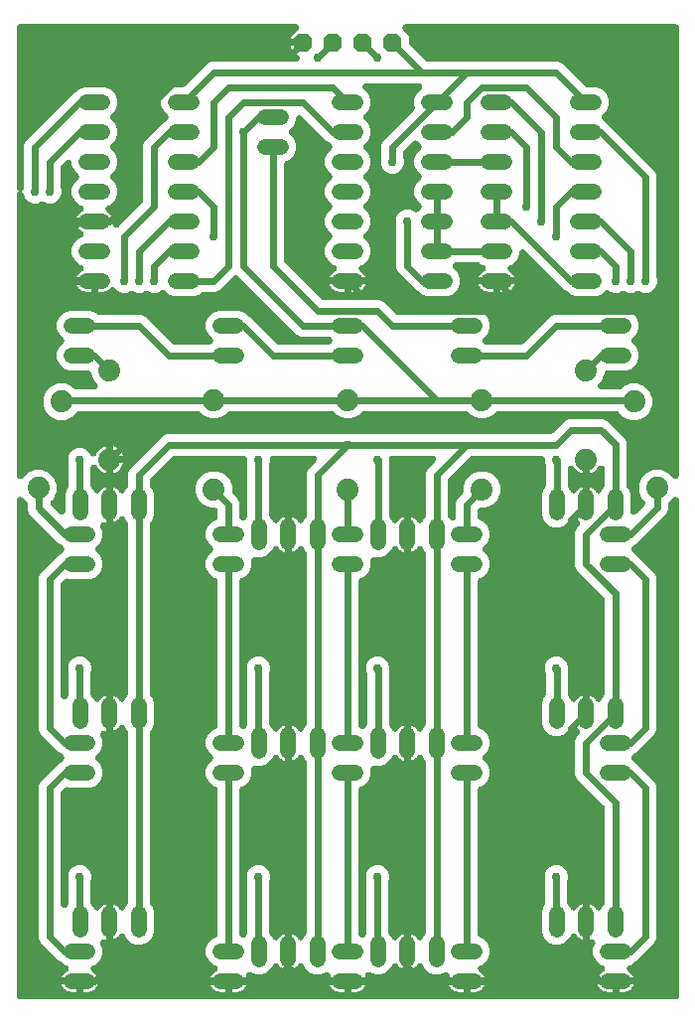
<source format=gbr>
G04 EAGLE Gerber X2 export*
%TF.Part,Single*%
%TF.FileFunction,Copper,L2,Bot,Mixed*%
%TF.FilePolarity,Positive*%
%TF.GenerationSoftware,Autodesk,EAGLE,8.7.0*%
%TF.CreationDate,2018-06-06T15:16:06Z*%
G75*
%MOMM*%
%FSLAX34Y34*%
%LPD*%
%AMOC8*
5,1,8,0,0,1.08239X$1,22.5*%
G01*
%ADD10C,1.320800*%
%ADD11C,1.879600*%
%ADD12P,1.732040X8X22.500000*%
%ADD13C,0.609600*%
%ADD14C,0.756400*%

G36*
X558876Y-3041D02*
X558876Y-3041D01*
X558952Y-3043D01*
X559121Y-3021D01*
X559292Y-3007D01*
X559366Y-2989D01*
X559441Y-2979D01*
X559605Y-2930D01*
X559771Y-2889D01*
X559840Y-2859D01*
X559914Y-2837D01*
X560067Y-2761D01*
X560224Y-2694D01*
X560288Y-2653D01*
X560357Y-2620D01*
X560496Y-2521D01*
X560640Y-2429D01*
X560697Y-2378D01*
X560759Y-2334D01*
X560880Y-2214D01*
X561008Y-2100D01*
X561056Y-2041D01*
X561110Y-1987D01*
X561211Y-1849D01*
X561318Y-1716D01*
X561355Y-1650D01*
X561400Y-1589D01*
X561477Y-1436D01*
X561562Y-1288D01*
X561588Y-1216D01*
X561623Y-1148D01*
X561674Y-985D01*
X561733Y-825D01*
X561748Y-750D01*
X561771Y-678D01*
X561783Y-573D01*
X561828Y-341D01*
X561835Y-105D01*
X561847Y0D01*
X561847Y422415D01*
X561844Y422453D01*
X561846Y422491D01*
X561824Y422699D01*
X561807Y422907D01*
X561798Y422944D01*
X561794Y422982D01*
X561739Y423183D01*
X561689Y423385D01*
X561674Y423420D01*
X561663Y423457D01*
X561576Y423647D01*
X561494Y423839D01*
X561474Y423871D01*
X561458Y423906D01*
X561341Y424079D01*
X561229Y424255D01*
X561204Y424283D01*
X561182Y424315D01*
X561039Y424467D01*
X560900Y424623D01*
X560871Y424647D01*
X560845Y424674D01*
X560679Y424801D01*
X560516Y424933D01*
X560483Y424952D01*
X560453Y424975D01*
X560269Y425074D01*
X560088Y425177D01*
X560052Y425190D01*
X560018Y425208D01*
X559821Y425276D01*
X559625Y425348D01*
X559588Y425356D01*
X559552Y425368D01*
X559345Y425403D01*
X559141Y425443D01*
X559103Y425444D01*
X559065Y425451D01*
X558856Y425452D01*
X558648Y425458D01*
X558610Y425453D01*
X558572Y425454D01*
X558365Y425421D01*
X558159Y425394D01*
X558122Y425383D01*
X558085Y425377D01*
X557887Y425312D01*
X557687Y425251D01*
X557652Y425235D01*
X557616Y425223D01*
X557431Y425126D01*
X557243Y425035D01*
X557212Y425013D01*
X557178Y424995D01*
X557106Y424937D01*
X556841Y424749D01*
X556719Y424628D01*
X556645Y424570D01*
X553298Y421223D01*
X553224Y421136D01*
X553143Y421055D01*
X553065Y420948D01*
X552979Y420847D01*
X552920Y420749D01*
X552853Y420657D01*
X552793Y420538D01*
X552724Y420424D01*
X552682Y420318D01*
X552630Y420216D01*
X552590Y420089D01*
X552541Y419966D01*
X552516Y419855D01*
X552482Y419746D01*
X552472Y419652D01*
X552434Y419484D01*
X552416Y419160D01*
X552406Y419068D01*
X552406Y414442D01*
X551014Y411081D01*
X525880Y385948D01*
X524618Y385425D01*
X524610Y385420D01*
X524601Y385417D01*
X524390Y385308D01*
X524179Y385200D01*
X524172Y385194D01*
X524163Y385190D01*
X524131Y385164D01*
X523783Y384907D01*
X523691Y384813D01*
X523630Y384764D01*
X522020Y383155D01*
X521971Y383097D01*
X521915Y383044D01*
X521812Y382909D01*
X521701Y382779D01*
X521661Y382713D01*
X521615Y382653D01*
X521534Y382503D01*
X521446Y382356D01*
X521418Y382285D01*
X521382Y382218D01*
X521326Y382057D01*
X521263Y381898D01*
X521247Y381824D01*
X521222Y381752D01*
X521193Y381583D01*
X521156Y381416D01*
X521152Y381340D01*
X521139Y381265D01*
X521138Y381094D01*
X521129Y380924D01*
X521137Y380848D01*
X521136Y380772D01*
X521163Y380603D01*
X521181Y380433D01*
X521201Y380360D01*
X521213Y380285D01*
X521266Y380122D01*
X521312Y379958D01*
X521343Y379889D01*
X521367Y379816D01*
X521446Y379664D01*
X521517Y379509D01*
X521560Y379446D01*
X521595Y379378D01*
X521661Y379296D01*
X521793Y379100D01*
X521930Y378954D01*
X521935Y378947D01*
X521957Y378925D01*
X522020Y378845D01*
X523630Y377236D01*
X523637Y377229D01*
X523644Y377222D01*
X523826Y377069D01*
X524006Y376916D01*
X524014Y376911D01*
X524022Y376905D01*
X524057Y376885D01*
X524428Y376662D01*
X524550Y376613D01*
X524618Y376575D01*
X525880Y376052D01*
X541153Y360780D01*
X542545Y357419D01*
X542545Y226781D01*
X541153Y223420D01*
X525880Y208148D01*
X524618Y207625D01*
X524610Y207620D01*
X524601Y207617D01*
X524390Y207508D01*
X524179Y207400D01*
X524172Y207394D01*
X524163Y207390D01*
X524131Y207364D01*
X523783Y207107D01*
X523691Y207013D01*
X523630Y206964D01*
X522020Y205355D01*
X521971Y205297D01*
X521915Y205244D01*
X521812Y205109D01*
X521701Y204979D01*
X521661Y204913D01*
X521615Y204853D01*
X521534Y204703D01*
X521446Y204556D01*
X521418Y204485D01*
X521382Y204418D01*
X521326Y204257D01*
X521263Y204098D01*
X521247Y204024D01*
X521222Y203952D01*
X521193Y203783D01*
X521156Y203616D01*
X521152Y203540D01*
X521139Y203465D01*
X521138Y203294D01*
X521129Y203124D01*
X521137Y203048D01*
X521136Y202972D01*
X521163Y202803D01*
X521181Y202633D01*
X521201Y202560D01*
X521213Y202485D01*
X521266Y202322D01*
X521312Y202158D01*
X521343Y202089D01*
X521367Y202016D01*
X521446Y201864D01*
X521517Y201709D01*
X521560Y201646D01*
X521595Y201578D01*
X521661Y201496D01*
X521793Y201300D01*
X521955Y201128D01*
X522020Y201045D01*
X523630Y199436D01*
X523637Y199429D01*
X523644Y199422D01*
X523825Y199270D01*
X524006Y199116D01*
X524014Y199111D01*
X524022Y199105D01*
X524056Y199086D01*
X524428Y198862D01*
X524550Y198813D01*
X524619Y198775D01*
X525880Y198252D01*
X541153Y182980D01*
X542545Y179619D01*
X542545Y48981D01*
X541153Y45620D01*
X525880Y30348D01*
X524619Y29825D01*
X524610Y29821D01*
X524601Y29817D01*
X524391Y29708D01*
X524180Y29600D01*
X524172Y29594D01*
X524163Y29590D01*
X524132Y29564D01*
X523783Y29307D01*
X523691Y29213D01*
X523630Y29164D01*
X521798Y27333D01*
X519207Y26259D01*
X519060Y26184D01*
X518909Y26116D01*
X518840Y26071D01*
X518768Y26034D01*
X518635Y25936D01*
X518497Y25845D01*
X518436Y25790D01*
X518371Y25741D01*
X518255Y25623D01*
X518134Y25511D01*
X518083Y25447D01*
X518026Y25388D01*
X517931Y25253D01*
X517829Y25123D01*
X517790Y25051D01*
X517743Y24984D01*
X517671Y24835D01*
X517592Y24690D01*
X517565Y24613D01*
X517529Y24540D01*
X517482Y24381D01*
X517427Y24225D01*
X517413Y24145D01*
X517390Y24066D01*
X517369Y23902D01*
X517340Y23740D01*
X517339Y23658D01*
X517328Y23577D01*
X517335Y23412D01*
X517332Y23246D01*
X517344Y23165D01*
X517347Y23084D01*
X517380Y22922D01*
X517404Y22758D01*
X517428Y22680D01*
X517445Y22600D01*
X517503Y22446D01*
X517553Y22288D01*
X517590Y22215D01*
X517619Y22139D01*
X517702Y21996D01*
X517777Y21848D01*
X517825Y21782D01*
X517866Y21712D01*
X517971Y21584D01*
X518068Y21450D01*
X518127Y21393D01*
X518178Y21330D01*
X518302Y21221D01*
X518420Y21105D01*
X518473Y21069D01*
X518548Y21003D01*
X518966Y20741D01*
X518980Y20735D01*
X518989Y20729D01*
X519397Y20521D01*
X520561Y19675D01*
X521579Y18657D01*
X522425Y17493D01*
X523079Y16210D01*
X523229Y15747D01*
X508000Y15747D01*
X492771Y15747D01*
X492921Y16210D01*
X493575Y17493D01*
X494421Y18657D01*
X495439Y19675D01*
X496603Y20521D01*
X497011Y20729D01*
X497151Y20816D01*
X497296Y20895D01*
X497361Y20945D01*
X497431Y20988D01*
X497556Y21096D01*
X497686Y21197D01*
X497742Y21257D01*
X497803Y21311D01*
X497909Y21438D01*
X498022Y21559D01*
X498067Y21627D01*
X498119Y21690D01*
X498203Y21833D01*
X498294Y21970D01*
X498328Y22045D01*
X498369Y22115D01*
X498429Y22269D01*
X498497Y22420D01*
X498518Y22499D01*
X498548Y22575D01*
X498582Y22737D01*
X498625Y22896D01*
X498633Y22978D01*
X498650Y23058D01*
X498657Y23223D01*
X498674Y23387D01*
X498669Y23469D01*
X498673Y23550D01*
X498653Y23715D01*
X498643Y23880D01*
X498625Y23959D01*
X498616Y24040D01*
X498570Y24200D01*
X498533Y24361D01*
X498503Y24436D01*
X498480Y24515D01*
X498410Y24665D01*
X498347Y24818D01*
X498305Y24887D01*
X498270Y24961D01*
X498176Y25097D01*
X498090Y25238D01*
X498037Y25300D01*
X497990Y25368D01*
X497876Y25487D01*
X497768Y25612D01*
X497706Y25665D01*
X497649Y25724D01*
X497517Y25823D01*
X497390Y25929D01*
X497335Y25960D01*
X497255Y26020D01*
X496818Y26249D01*
X496803Y26254D01*
X496793Y26259D01*
X494202Y27333D01*
X490629Y30906D01*
X488695Y35574D01*
X488695Y40626D01*
X490182Y44215D01*
X490230Y44366D01*
X490287Y44513D01*
X490306Y44600D01*
X490333Y44685D01*
X490357Y44841D01*
X490389Y44995D01*
X490393Y45085D01*
X490407Y45173D01*
X490405Y45331D01*
X490412Y45488D01*
X490402Y45577D01*
X490401Y45666D01*
X490373Y45822D01*
X490355Y45978D01*
X490330Y46064D01*
X490315Y46152D01*
X490263Y46301D01*
X490219Y46453D01*
X490181Y46533D01*
X490152Y46617D01*
X490076Y46756D01*
X490009Y46899D01*
X489959Y46972D01*
X489916Y47051D01*
X489819Y47175D01*
X489730Y47305D01*
X489668Y47370D01*
X489613Y47440D01*
X489497Y47548D01*
X489388Y47662D01*
X489317Y47715D01*
X489252Y47776D01*
X489120Y47863D01*
X488994Y47958D01*
X488915Y47999D01*
X488840Y48049D01*
X488697Y48113D01*
X488557Y48187D01*
X488472Y48215D01*
X488391Y48251D01*
X488238Y48292D01*
X488088Y48342D01*
X488000Y48356D01*
X487914Y48379D01*
X487757Y48395D01*
X487601Y48420D01*
X487512Y48419D01*
X487423Y48428D01*
X487266Y48418D01*
X487108Y48418D01*
X487020Y48403D01*
X486931Y48397D01*
X486777Y48362D01*
X486621Y48336D01*
X486557Y48312D01*
X486450Y48288D01*
X486230Y48198D01*
X485635Y48005D01*
X485635Y63234D01*
X485635Y78463D01*
X486098Y78313D01*
X487381Y77659D01*
X488545Y76813D01*
X489563Y75795D01*
X490427Y74606D01*
X490483Y74516D01*
X490562Y74370D01*
X490612Y74306D01*
X490655Y74236D01*
X490763Y74111D01*
X490865Y73981D01*
X490925Y73926D01*
X490978Y73864D01*
X491105Y73758D01*
X491226Y73645D01*
X491295Y73600D01*
X491357Y73548D01*
X491500Y73464D01*
X491638Y73373D01*
X491712Y73339D01*
X491782Y73298D01*
X491936Y73238D01*
X492087Y73170D01*
X492166Y73149D01*
X492242Y73119D01*
X492404Y73085D01*
X492564Y73042D01*
X492645Y73034D01*
X492725Y73017D01*
X492890Y73009D01*
X493055Y72993D01*
X493136Y72998D01*
X493218Y72994D01*
X493382Y73014D01*
X493547Y73024D01*
X493627Y73042D01*
X493708Y73051D01*
X493867Y73097D01*
X494028Y73134D01*
X494104Y73164D01*
X494182Y73187D01*
X494332Y73257D01*
X494485Y73320D01*
X494555Y73362D01*
X494628Y73397D01*
X494765Y73491D01*
X494906Y73577D01*
X494968Y73630D01*
X495035Y73676D01*
X495154Y73791D01*
X495280Y73899D01*
X495332Y73961D01*
X495391Y74018D01*
X495490Y74150D01*
X495597Y74277D01*
X495628Y74332D01*
X495688Y74412D01*
X495916Y74849D01*
X495921Y74864D01*
X495927Y74874D01*
X496821Y77032D01*
X497963Y78174D01*
X498037Y78261D01*
X498118Y78342D01*
X498196Y78449D01*
X498282Y78550D01*
X498341Y78648D01*
X498408Y78740D01*
X498468Y78859D01*
X498537Y78973D01*
X498579Y79079D01*
X498631Y79181D01*
X498671Y79308D01*
X498720Y79431D01*
X498745Y79542D01*
X498779Y79651D01*
X498789Y79745D01*
X498827Y79913D01*
X498845Y80237D01*
X498855Y80329D01*
X498855Y160050D01*
X498846Y160164D01*
X498847Y160278D01*
X498826Y160409D01*
X498815Y160542D01*
X498788Y160652D01*
X498770Y160765D01*
X498729Y160892D01*
X498697Y161020D01*
X498652Y161125D01*
X498616Y161234D01*
X498554Y161352D01*
X498502Y161474D01*
X498441Y161570D01*
X498388Y161671D01*
X498329Y161745D01*
X498237Y161890D01*
X498021Y162132D01*
X497963Y162205D01*
X474847Y185320D01*
X473455Y188681D01*
X473455Y217719D01*
X474847Y221080D01*
X476772Y223004D01*
X476821Y223062D01*
X476877Y223115D01*
X476981Y223250D01*
X477091Y223380D01*
X477131Y223446D01*
X477177Y223506D01*
X477257Y223656D01*
X477346Y223803D01*
X477374Y223874D01*
X477410Y223941D01*
X477465Y224102D01*
X477529Y224261D01*
X477545Y224335D01*
X477570Y224407D01*
X477599Y224576D01*
X477636Y224743D01*
X477640Y224819D01*
X477653Y224894D01*
X477654Y225065D01*
X477663Y225235D01*
X477655Y225311D01*
X477656Y225387D01*
X477629Y225556D01*
X477611Y225726D01*
X477591Y225799D01*
X477579Y225874D01*
X477526Y226037D01*
X477480Y226201D01*
X477449Y226271D01*
X477425Y226343D01*
X477346Y226494D01*
X477275Y226650D01*
X477232Y226713D01*
X477197Y226781D01*
X477131Y226863D01*
X476999Y227059D01*
X476837Y227231D01*
X476772Y227314D01*
X475613Y228473D01*
X474749Y229662D01*
X474693Y229752D01*
X474614Y229898D01*
X474564Y229962D01*
X474521Y230032D01*
X474413Y230157D01*
X474311Y230287D01*
X474251Y230342D01*
X474198Y230404D01*
X474071Y230510D01*
X473950Y230623D01*
X473881Y230668D01*
X473819Y230720D01*
X473676Y230804D01*
X473538Y230895D01*
X473464Y230929D01*
X473394Y230970D01*
X473240Y231030D01*
X473089Y231098D01*
X473010Y231119D01*
X472934Y231149D01*
X472772Y231183D01*
X472612Y231226D01*
X472531Y231234D01*
X472451Y231251D01*
X472286Y231259D01*
X472121Y231275D01*
X472040Y231270D01*
X471958Y231274D01*
X471794Y231254D01*
X471629Y231244D01*
X471549Y231226D01*
X471468Y231217D01*
X471309Y231171D01*
X471148Y231134D01*
X471072Y231104D01*
X470994Y231081D01*
X470844Y231011D01*
X470691Y230948D01*
X470621Y230906D01*
X470548Y230871D01*
X470411Y230777D01*
X470270Y230691D01*
X470208Y230638D01*
X470141Y230592D01*
X470022Y230477D01*
X469896Y230369D01*
X469844Y230307D01*
X469785Y230250D01*
X469686Y230118D01*
X469579Y229991D01*
X469548Y229936D01*
X469488Y229856D01*
X469260Y229419D01*
X469255Y229404D01*
X469249Y229394D01*
X468355Y227236D01*
X464782Y223663D01*
X460114Y221729D01*
X455062Y221729D01*
X450394Y223663D01*
X446821Y227236D01*
X444887Y231904D01*
X444887Y250164D01*
X446821Y254832D01*
X447551Y255562D01*
X447625Y255649D01*
X447706Y255730D01*
X447784Y255837D01*
X447870Y255938D01*
X447929Y256036D01*
X447996Y256128D01*
X448056Y256247D01*
X448125Y256361D01*
X448167Y256467D01*
X448219Y256569D01*
X448259Y256695D01*
X448308Y256819D01*
X448333Y256930D01*
X448367Y257039D01*
X448377Y257133D01*
X448415Y257300D01*
X448433Y257625D01*
X448443Y257717D01*
X448443Y274120D01*
X448442Y274130D01*
X448443Y274139D01*
X448423Y274375D01*
X448403Y274612D01*
X448401Y274621D01*
X448400Y274631D01*
X448389Y274669D01*
X448285Y275091D01*
X448233Y275211D01*
X448211Y275286D01*
X447321Y277435D01*
X447321Y281365D01*
X448825Y284996D01*
X451604Y287775D01*
X455235Y289279D01*
X459165Y289279D01*
X462796Y287775D01*
X465575Y284996D01*
X467079Y281365D01*
X467079Y277435D01*
X466965Y277160D01*
X466962Y277150D01*
X466957Y277142D01*
X466885Y276914D01*
X466813Y276690D01*
X466812Y276681D01*
X466809Y276671D01*
X466805Y276631D01*
X466740Y276202D01*
X466742Y276072D01*
X466733Y275994D01*
X466733Y257717D01*
X466742Y257603D01*
X466741Y257489D01*
X466762Y257357D01*
X466773Y257225D01*
X466800Y257115D01*
X466818Y257002D01*
X466859Y256875D01*
X466891Y256746D01*
X466936Y256641D01*
X466972Y256533D01*
X467033Y256415D01*
X467086Y256293D01*
X467147Y256197D01*
X467200Y256095D01*
X467259Y256022D01*
X467351Y255877D01*
X467567Y255635D01*
X467625Y255562D01*
X468355Y254832D01*
X469249Y252674D01*
X469325Y252527D01*
X469392Y252376D01*
X469437Y252307D01*
X469474Y252235D01*
X469573Y252102D01*
X469664Y251964D01*
X469719Y251904D01*
X469767Y251838D01*
X469886Y251722D01*
X469998Y251601D01*
X470062Y251550D01*
X470121Y251493D01*
X470256Y251399D01*
X470386Y251296D01*
X470458Y251257D01*
X470525Y251210D01*
X470673Y251139D01*
X470819Y251059D01*
X470896Y251032D01*
X470969Y250996D01*
X471128Y250949D01*
X471284Y250894D01*
X471364Y250880D01*
X471442Y250857D01*
X471606Y250836D01*
X471769Y250807D01*
X471851Y250806D01*
X471932Y250795D01*
X472097Y250802D01*
X472262Y250799D01*
X472343Y250811D01*
X472425Y250814D01*
X472587Y250847D01*
X472750Y250871D01*
X472828Y250896D01*
X472908Y250912D01*
X473063Y250970D01*
X473221Y251020D01*
X473293Y251057D01*
X473370Y251086D01*
X473513Y251169D01*
X473660Y251244D01*
X473726Y251292D01*
X473797Y251333D01*
X473925Y251438D01*
X474058Y251535D01*
X474116Y251594D01*
X474179Y251645D01*
X474288Y251769D01*
X474404Y251887D01*
X474439Y251940D01*
X474505Y252015D01*
X474764Y252427D01*
X475613Y253595D01*
X476631Y254613D01*
X477795Y255459D01*
X479078Y256113D01*
X479541Y256263D01*
X479541Y241034D01*
X479547Y240958D01*
X479544Y240882D01*
X479567Y240713D01*
X479581Y240543D01*
X479599Y240469D01*
X479609Y240393D01*
X479658Y240229D01*
X479699Y240064D01*
X479729Y239994D01*
X479751Y239921D01*
X479826Y239767D01*
X479894Y239610D01*
X479935Y239546D01*
X479968Y239478D01*
X480067Y239338D01*
X480159Y239194D01*
X480210Y239138D01*
X480254Y239075D01*
X480374Y238954D01*
X480488Y238826D01*
X480547Y238779D01*
X480600Y238724D01*
X480739Y238624D01*
X480871Y238517D01*
X480938Y238479D01*
X480999Y238434D01*
X481152Y238357D01*
X481300Y238273D01*
X481372Y238246D01*
X481440Y238212D01*
X481602Y238160D01*
X481763Y238101D01*
X481837Y238086D01*
X481910Y238063D01*
X482015Y238052D01*
X482247Y238006D01*
X482483Y237999D01*
X482588Y237987D01*
X482664Y237993D01*
X482740Y237991D01*
X482909Y238013D01*
X483080Y238027D01*
X483154Y238045D01*
X483229Y238055D01*
X483393Y238105D01*
X483559Y238146D01*
X483629Y238176D01*
X483702Y238198D01*
X483855Y238273D01*
X484012Y238340D01*
X484076Y238381D01*
X484145Y238415D01*
X484284Y238514D01*
X484428Y238605D01*
X484485Y238656D01*
X484547Y238700D01*
X484669Y238820D01*
X484796Y238934D01*
X484844Y238993D01*
X484898Y239047D01*
X484999Y239185D01*
X485106Y239318D01*
X485144Y239384D01*
X485188Y239446D01*
X485265Y239598D01*
X485350Y239747D01*
X485376Y239818D01*
X485411Y239886D01*
X485462Y240049D01*
X485522Y240209D01*
X485536Y240284D01*
X485559Y240357D01*
X485571Y240461D01*
X485616Y240693D01*
X485624Y240929D01*
X485635Y241034D01*
X485635Y256263D01*
X486098Y256113D01*
X487381Y255459D01*
X488545Y254613D01*
X489563Y253595D01*
X490427Y252406D01*
X490483Y252316D01*
X490562Y252170D01*
X490612Y252106D01*
X490655Y252036D01*
X490763Y251911D01*
X490865Y251781D01*
X490925Y251726D01*
X490978Y251664D01*
X491105Y251558D01*
X491226Y251445D01*
X491295Y251400D01*
X491357Y251348D01*
X491500Y251264D01*
X491638Y251173D01*
X491712Y251139D01*
X491782Y251098D01*
X491936Y251038D01*
X492087Y250970D01*
X492166Y250949D01*
X492242Y250919D01*
X492404Y250885D01*
X492564Y250842D01*
X492645Y250834D01*
X492725Y250817D01*
X492890Y250809D01*
X493055Y250793D01*
X493136Y250798D01*
X493218Y250794D01*
X493382Y250814D01*
X493547Y250824D01*
X493627Y250842D01*
X493708Y250851D01*
X493867Y250897D01*
X494028Y250934D01*
X494104Y250964D01*
X494182Y250987D01*
X494332Y251057D01*
X494485Y251120D01*
X494555Y251162D01*
X494628Y251197D01*
X494765Y251291D01*
X494906Y251377D01*
X494968Y251430D01*
X495035Y251476D01*
X495154Y251591D01*
X495280Y251699D01*
X495332Y251761D01*
X495391Y251818D01*
X495490Y251950D01*
X495597Y252077D01*
X495628Y252132D01*
X495688Y252212D01*
X495916Y252649D01*
X495921Y252664D01*
X495927Y252674D01*
X496821Y254832D01*
X497551Y255562D01*
X497625Y255649D01*
X497706Y255730D01*
X497784Y255837D01*
X497870Y255938D01*
X497929Y256036D01*
X497996Y256128D01*
X498056Y256247D01*
X498125Y256361D01*
X498167Y256467D01*
X498219Y256569D01*
X498259Y256695D01*
X498308Y256819D01*
X498333Y256930D01*
X498367Y257039D01*
X498377Y257133D01*
X498415Y257300D01*
X498433Y257625D01*
X498443Y257717D01*
X498443Y338262D01*
X498437Y338333D01*
X498439Y338397D01*
X498434Y338435D01*
X498435Y338490D01*
X498414Y338621D01*
X498403Y338754D01*
X498380Y338847D01*
X498375Y338886D01*
X498370Y338904D01*
X498358Y338977D01*
X498317Y339104D01*
X498285Y339232D01*
X498240Y339337D01*
X498204Y339446D01*
X498142Y339564D01*
X498090Y339686D01*
X498029Y339782D01*
X497976Y339883D01*
X497917Y339957D01*
X497825Y340102D01*
X497609Y340344D01*
X497551Y340417D01*
X474847Y363120D01*
X473455Y366481D01*
X473455Y395665D01*
X474847Y399026D01*
X476699Y400877D01*
X476748Y400935D01*
X476804Y400988D01*
X476908Y401123D01*
X477018Y401253D01*
X477058Y401319D01*
X477104Y401379D01*
X477184Y401529D01*
X477273Y401676D01*
X477301Y401747D01*
X477337Y401814D01*
X477392Y401975D01*
X477456Y402134D01*
X477472Y402208D01*
X477497Y402280D01*
X477526Y402449D01*
X477563Y402616D01*
X477567Y402692D01*
X477580Y402767D01*
X477581Y402938D01*
X477590Y403108D01*
X477582Y403184D01*
X477583Y403260D01*
X477556Y403429D01*
X477538Y403599D01*
X477518Y403672D01*
X477506Y403747D01*
X477453Y403910D01*
X477407Y404074D01*
X477376Y404144D01*
X477352Y404216D01*
X477273Y404367D01*
X477202Y404523D01*
X477159Y404586D01*
X477124Y404654D01*
X477058Y404736D01*
X476926Y404932D01*
X476764Y405104D01*
X476699Y405187D01*
X475613Y406273D01*
X474749Y407462D01*
X474693Y407552D01*
X474614Y407698D01*
X474564Y407762D01*
X474521Y407832D01*
X474413Y407957D01*
X474311Y408087D01*
X474251Y408142D01*
X474198Y408204D01*
X474071Y408310D01*
X473950Y408423D01*
X473881Y408468D01*
X473819Y408520D01*
X473676Y408604D01*
X473538Y408695D01*
X473464Y408729D01*
X473394Y408770D01*
X473240Y408830D01*
X473089Y408898D01*
X473010Y408919D01*
X472934Y408949D01*
X472772Y408983D01*
X472612Y409026D01*
X472531Y409034D01*
X472451Y409051D01*
X472286Y409059D01*
X472121Y409075D01*
X472040Y409070D01*
X471958Y409074D01*
X471794Y409054D01*
X471629Y409044D01*
X471549Y409026D01*
X471468Y409017D01*
X471309Y408971D01*
X471148Y408934D01*
X471072Y408904D01*
X470994Y408881D01*
X470844Y408811D01*
X470691Y408748D01*
X470621Y408706D01*
X470548Y408671D01*
X470411Y408577D01*
X470270Y408491D01*
X470208Y408438D01*
X470141Y408392D01*
X470022Y408277D01*
X469896Y408169D01*
X469844Y408107D01*
X469785Y408050D01*
X469686Y407918D01*
X469579Y407791D01*
X469548Y407736D01*
X469488Y407656D01*
X469260Y407219D01*
X469255Y407204D01*
X469249Y407194D01*
X468355Y405036D01*
X464782Y401463D01*
X460114Y399529D01*
X455062Y399529D01*
X450394Y401463D01*
X446821Y405036D01*
X444887Y409704D01*
X444887Y427964D01*
X446821Y432632D01*
X447551Y433362D01*
X447625Y433449D01*
X447706Y433530D01*
X447784Y433637D01*
X447870Y433738D01*
X447929Y433836D01*
X447996Y433928D01*
X448056Y434047D01*
X448125Y434161D01*
X448167Y434267D01*
X448219Y434369D01*
X448259Y434496D01*
X448308Y434619D01*
X448333Y434730D01*
X448367Y434839D01*
X448377Y434933D01*
X448415Y435101D01*
X448433Y435425D01*
X448443Y435517D01*
X448443Y451920D01*
X448442Y451930D01*
X448443Y451939D01*
X448423Y452175D01*
X448403Y452412D01*
X448401Y452421D01*
X448400Y452431D01*
X448389Y452469D01*
X448285Y452891D01*
X448233Y453011D01*
X448211Y453086D01*
X447321Y455235D01*
X447321Y457708D01*
X447315Y457784D01*
X447317Y457860D01*
X447295Y458029D01*
X447281Y458200D01*
X447263Y458274D01*
X447253Y458349D01*
X447204Y458513D01*
X447163Y458679D01*
X447133Y458748D01*
X447111Y458822D01*
X447035Y458975D01*
X446968Y459132D01*
X446927Y459196D01*
X446894Y459265D01*
X446795Y459404D01*
X446703Y459548D01*
X446652Y459605D01*
X446608Y459667D01*
X446488Y459788D01*
X446374Y459916D01*
X446315Y459964D01*
X446261Y460018D01*
X446123Y460119D01*
X445990Y460226D01*
X445924Y460263D01*
X445863Y460308D01*
X445710Y460385D01*
X445562Y460470D01*
X445490Y460496D01*
X445422Y460531D01*
X445259Y460582D01*
X445099Y460641D01*
X445024Y460656D01*
X444952Y460679D01*
X444847Y460691D01*
X444615Y460736D01*
X444379Y460743D01*
X444274Y460755D01*
X386050Y460755D01*
X385936Y460746D01*
X385822Y460747D01*
X385691Y460726D01*
X385558Y460715D01*
X385448Y460688D01*
X385335Y460670D01*
X385208Y460629D01*
X385080Y460597D01*
X384975Y460552D01*
X384866Y460516D01*
X384748Y460454D01*
X384626Y460402D01*
X384530Y460341D01*
X384429Y460288D01*
X384355Y460229D01*
X384210Y460137D01*
X383968Y459921D01*
X383895Y459863D01*
X365637Y441605D01*
X365563Y441518D01*
X365482Y441437D01*
X365404Y441330D01*
X365318Y441229D01*
X365259Y441131D01*
X365192Y441039D01*
X365132Y440920D01*
X365063Y440806D01*
X365021Y440700D01*
X364969Y440598D01*
X364929Y440471D01*
X364880Y440348D01*
X364855Y440237D01*
X364821Y440128D01*
X364811Y440034D01*
X364773Y439866D01*
X364755Y439542D01*
X364745Y439450D01*
X364745Y409705D01*
X364754Y409591D01*
X364753Y409477D01*
X364774Y409346D01*
X364785Y409213D01*
X364812Y409102D01*
X364830Y408990D01*
X364871Y408863D01*
X364903Y408734D01*
X364948Y408629D01*
X364984Y408521D01*
X365046Y408403D01*
X365098Y408281D01*
X365159Y408185D01*
X365212Y408083D01*
X365271Y408010D01*
X365363Y407865D01*
X365579Y407623D01*
X365637Y407550D01*
X365958Y407229D01*
X365984Y407179D01*
X366011Y407108D01*
X366096Y406960D01*
X366174Y406808D01*
X366220Y406746D01*
X366258Y406680D01*
X366365Y406549D01*
X366467Y406411D01*
X366522Y406357D01*
X366570Y406299D01*
X366698Y406186D01*
X366820Y406066D01*
X366883Y406023D01*
X366940Y405972D01*
X367084Y405881D01*
X367224Y405783D01*
X367293Y405750D01*
X367358Y405710D01*
X367515Y405643D01*
X367669Y405569D01*
X367742Y405548D01*
X367812Y405518D01*
X367978Y405478D01*
X368142Y405430D01*
X368218Y405420D01*
X368292Y405402D01*
X368462Y405390D01*
X368632Y405368D01*
X368708Y405371D01*
X368784Y405366D01*
X368954Y405381D01*
X369125Y405387D01*
X369199Y405402D01*
X369275Y405409D01*
X369376Y405438D01*
X369439Y405450D01*
X369449Y405452D01*
X369456Y405454D01*
X369608Y405485D01*
X369806Y405559D01*
X369922Y405594D01*
X369924Y405596D01*
X369931Y405598D01*
X369974Y405616D01*
X370030Y405644D01*
X370070Y405659D01*
X370152Y405707D01*
X370168Y405715D01*
X370365Y405811D01*
X370388Y405828D01*
X370413Y405841D01*
X370589Y405970D01*
X370767Y406097D01*
X370787Y406117D01*
X370810Y406134D01*
X370963Y406290D01*
X371118Y406443D01*
X371135Y406466D01*
X371155Y406487D01*
X371280Y406666D01*
X371408Y406842D01*
X371421Y406867D01*
X371438Y406891D01*
X371533Y407088D01*
X371631Y407283D01*
X371639Y407310D01*
X371652Y407335D01*
X371713Y407545D01*
X371779Y407753D01*
X371782Y407776D01*
X371791Y407809D01*
X371852Y408298D01*
X371849Y408378D01*
X371855Y408431D01*
X371855Y420919D01*
X373247Y424280D01*
X376248Y427281D01*
X376249Y427281D01*
X377313Y428345D01*
X377387Y428432D01*
X377468Y428513D01*
X377546Y428620D01*
X377632Y428721D01*
X377691Y428819D01*
X377758Y428911D01*
X377818Y429030D01*
X377887Y429144D01*
X377929Y429250D01*
X377981Y429352D01*
X378021Y429479D01*
X378070Y429602D01*
X378095Y429713D01*
X378129Y429822D01*
X378139Y429916D01*
X378177Y430084D01*
X378195Y430408D01*
X378205Y430500D01*
X378205Y434882D01*
X380564Y440577D01*
X384923Y444936D01*
X390618Y447295D01*
X396782Y447295D01*
X402477Y444936D01*
X406836Y440577D01*
X409195Y434882D01*
X409195Y428718D01*
X406836Y423023D01*
X402477Y418664D01*
X396782Y416305D01*
X393192Y416305D01*
X393116Y416299D01*
X393040Y416301D01*
X392871Y416279D01*
X392700Y416265D01*
X392626Y416247D01*
X392551Y416237D01*
X392387Y416188D01*
X392221Y416147D01*
X392152Y416117D01*
X392078Y416095D01*
X391925Y416019D01*
X391768Y415952D01*
X391704Y415911D01*
X391635Y415878D01*
X391496Y415779D01*
X391352Y415687D01*
X391295Y415636D01*
X391233Y415592D01*
X391112Y415472D01*
X390984Y415358D01*
X390936Y415299D01*
X390882Y415245D01*
X390781Y415107D01*
X390674Y414974D01*
X390637Y414908D01*
X390592Y414847D01*
X390515Y414694D01*
X390430Y414546D01*
X390404Y414474D01*
X390369Y414406D01*
X390318Y414243D01*
X390259Y414083D01*
X390244Y414008D01*
X390221Y413936D01*
X390209Y413831D01*
X390164Y413599D01*
X390157Y413363D01*
X390145Y413258D01*
X390145Y408431D01*
X390162Y408213D01*
X390176Y407995D01*
X390182Y407968D01*
X390185Y407939D01*
X390237Y407727D01*
X390286Y407514D01*
X390297Y407488D01*
X390303Y407460D01*
X390389Y407260D01*
X390472Y407057D01*
X390487Y407033D01*
X390498Y407007D01*
X390615Y406822D01*
X390729Y406636D01*
X390748Y406615D01*
X390763Y406591D01*
X390908Y406428D01*
X391051Y406263D01*
X391073Y406244D01*
X391092Y406223D01*
X391261Y406086D01*
X391429Y405945D01*
X391450Y405934D01*
X391476Y405913D01*
X391904Y405669D01*
X391980Y405641D01*
X392026Y405616D01*
X394798Y404467D01*
X398371Y400894D01*
X400305Y396226D01*
X400305Y391174D01*
X398371Y386506D01*
X395020Y383155D01*
X394971Y383097D01*
X394915Y383044D01*
X394811Y382909D01*
X394701Y382779D01*
X394661Y382714D01*
X394615Y382653D01*
X394534Y382503D01*
X394446Y382356D01*
X394418Y382285D01*
X394382Y382218D01*
X394326Y382057D01*
X394263Y381898D01*
X394247Y381824D01*
X394222Y381752D01*
X394193Y381583D01*
X394156Y381416D01*
X394152Y381340D01*
X394139Y381265D01*
X394138Y381094D01*
X394129Y380924D01*
X394137Y380848D01*
X394136Y380772D01*
X394163Y380603D01*
X394181Y380433D01*
X394201Y380360D01*
X394213Y380285D01*
X394266Y380122D01*
X394312Y379958D01*
X394343Y379888D01*
X394367Y379816D01*
X394446Y379665D01*
X394517Y379509D01*
X394560Y379446D01*
X394595Y379378D01*
X394661Y379296D01*
X394793Y379100D01*
X394930Y378954D01*
X394935Y378947D01*
X394957Y378925D01*
X395020Y378845D01*
X398371Y375494D01*
X400305Y370826D01*
X400305Y365774D01*
X398371Y361106D01*
X394798Y357533D01*
X392026Y356384D01*
X391832Y356285D01*
X391635Y356189D01*
X391612Y356172D01*
X391587Y356159D01*
X391411Y356030D01*
X391233Y355903D01*
X391213Y355883D01*
X391190Y355866D01*
X391037Y355710D01*
X390882Y355557D01*
X390865Y355534D01*
X390845Y355513D01*
X390720Y355334D01*
X390592Y355158D01*
X390579Y355132D01*
X390562Y355109D01*
X390467Y354912D01*
X390369Y354717D01*
X390361Y354690D01*
X390348Y354665D01*
X390287Y354455D01*
X390221Y354247D01*
X390218Y354224D01*
X390209Y354191D01*
X390148Y353702D01*
X390151Y353622D01*
X390145Y353569D01*
X390145Y230631D01*
X390162Y230413D01*
X390176Y230195D01*
X390182Y230168D01*
X390185Y230139D01*
X390237Y229927D01*
X390286Y229714D01*
X390297Y229688D01*
X390303Y229660D01*
X390389Y229460D01*
X390472Y229257D01*
X390487Y229233D01*
X390498Y229207D01*
X390615Y229022D01*
X390729Y228836D01*
X390748Y228815D01*
X390763Y228791D01*
X390908Y228628D01*
X391051Y228463D01*
X391073Y228444D01*
X391092Y228423D01*
X391261Y228286D01*
X391429Y228145D01*
X391450Y228134D01*
X391476Y228113D01*
X391904Y227869D01*
X391980Y227841D01*
X392026Y227816D01*
X394798Y226667D01*
X398371Y223094D01*
X400305Y218426D01*
X400305Y213374D01*
X398371Y208706D01*
X395020Y205355D01*
X394971Y205297D01*
X394915Y205244D01*
X394811Y205109D01*
X394701Y204979D01*
X394661Y204914D01*
X394615Y204853D01*
X394534Y204703D01*
X394446Y204556D01*
X394418Y204485D01*
X394382Y204418D01*
X394326Y204257D01*
X394263Y204098D01*
X394247Y204024D01*
X394222Y203952D01*
X394193Y203783D01*
X394156Y203616D01*
X394152Y203540D01*
X394139Y203465D01*
X394138Y203294D01*
X394129Y203124D01*
X394137Y203048D01*
X394136Y202972D01*
X394163Y202803D01*
X394181Y202633D01*
X394201Y202560D01*
X394213Y202485D01*
X394266Y202322D01*
X394312Y202158D01*
X394343Y202088D01*
X394367Y202016D01*
X394446Y201865D01*
X394517Y201709D01*
X394560Y201646D01*
X394595Y201578D01*
X394661Y201496D01*
X394793Y201300D01*
X394955Y201128D01*
X395020Y201045D01*
X398371Y197694D01*
X400305Y193026D01*
X400305Y187974D01*
X398371Y183306D01*
X394798Y179733D01*
X392026Y178584D01*
X391832Y178485D01*
X391635Y178389D01*
X391612Y178372D01*
X391587Y178359D01*
X391411Y178230D01*
X391233Y178103D01*
X391213Y178083D01*
X391190Y178066D01*
X391037Y177910D01*
X390882Y177757D01*
X390865Y177734D01*
X390845Y177713D01*
X390720Y177534D01*
X390592Y177358D01*
X390579Y177332D01*
X390562Y177309D01*
X390467Y177112D01*
X390369Y176917D01*
X390361Y176890D01*
X390348Y176865D01*
X390287Y176655D01*
X390221Y176447D01*
X390218Y176424D01*
X390209Y176391D01*
X390148Y175902D01*
X390151Y175822D01*
X390145Y175769D01*
X390145Y52831D01*
X390162Y52613D01*
X390176Y52395D01*
X390182Y52368D01*
X390185Y52339D01*
X390237Y52127D01*
X390286Y51914D01*
X390297Y51888D01*
X390303Y51860D01*
X390389Y51660D01*
X390472Y51457D01*
X390487Y51433D01*
X390498Y51407D01*
X390615Y51222D01*
X390729Y51036D01*
X390748Y51015D01*
X390763Y50991D01*
X390908Y50828D01*
X391051Y50663D01*
X391073Y50644D01*
X391092Y50623D01*
X391261Y50486D01*
X391429Y50345D01*
X391450Y50334D01*
X391476Y50313D01*
X391904Y50069D01*
X391980Y50041D01*
X392026Y50016D01*
X394798Y48867D01*
X398371Y45294D01*
X400305Y40626D01*
X400305Y35574D01*
X398371Y30906D01*
X394798Y27333D01*
X392207Y26259D01*
X392060Y26184D01*
X391909Y26116D01*
X391840Y26071D01*
X391768Y26034D01*
X391635Y25936D01*
X391497Y25845D01*
X391436Y25790D01*
X391371Y25741D01*
X391255Y25623D01*
X391134Y25511D01*
X391083Y25447D01*
X391026Y25388D01*
X390931Y25253D01*
X390829Y25123D01*
X390790Y25051D01*
X390743Y24984D01*
X390671Y24835D01*
X390592Y24690D01*
X390565Y24613D01*
X390529Y24540D01*
X390482Y24381D01*
X390427Y24225D01*
X390413Y24145D01*
X390390Y24066D01*
X390369Y23902D01*
X390340Y23740D01*
X390339Y23658D01*
X390328Y23577D01*
X390335Y23412D01*
X390332Y23246D01*
X390344Y23165D01*
X390347Y23084D01*
X390380Y22922D01*
X390404Y22758D01*
X390428Y22680D01*
X390445Y22600D01*
X390503Y22446D01*
X390553Y22288D01*
X390590Y22215D01*
X390619Y22139D01*
X390702Y21996D01*
X390777Y21848D01*
X390825Y21782D01*
X390866Y21712D01*
X390971Y21584D01*
X391068Y21450D01*
X391127Y21393D01*
X391178Y21330D01*
X391302Y21221D01*
X391420Y21105D01*
X391473Y21069D01*
X391548Y21003D01*
X391966Y20741D01*
X391980Y20735D01*
X391989Y20729D01*
X392397Y20521D01*
X393561Y19675D01*
X394579Y18657D01*
X395425Y17493D01*
X396079Y16210D01*
X396229Y15747D01*
X381000Y15747D01*
X365771Y15747D01*
X365949Y16296D01*
X365993Y16387D01*
X366018Y16472D01*
X366052Y16555D01*
X366088Y16709D01*
X366132Y16860D01*
X366143Y16948D01*
X366164Y17035D01*
X366174Y17193D01*
X366194Y17349D01*
X366190Y17438D01*
X366196Y17528D01*
X366181Y17685D01*
X366175Y17842D01*
X366157Y17930D01*
X366149Y18019D01*
X366109Y18171D01*
X366077Y18326D01*
X366046Y18409D01*
X366023Y18496D01*
X365959Y18640D01*
X365903Y18787D01*
X365858Y18865D01*
X365822Y18946D01*
X365735Y19078D01*
X365656Y19215D01*
X365600Y19284D01*
X365551Y19358D01*
X365444Y19474D01*
X365344Y19596D01*
X365277Y19655D01*
X365216Y19721D01*
X365092Y19819D01*
X364974Y19923D01*
X364898Y19970D01*
X364828Y20025D01*
X364690Y20101D01*
X364556Y20185D01*
X364474Y20220D01*
X364396Y20263D01*
X364247Y20315D01*
X364101Y20377D01*
X364015Y20398D01*
X363931Y20428D01*
X363775Y20456D01*
X363622Y20493D01*
X363533Y20499D01*
X363445Y20515D01*
X363287Y20518D01*
X363130Y20529D01*
X363041Y20522D01*
X362952Y20523D01*
X362796Y20500D01*
X362638Y20486D01*
X362573Y20467D01*
X362464Y20451D01*
X361994Y20302D01*
X361988Y20299D01*
X361983Y20297D01*
X357714Y18529D01*
X352662Y18529D01*
X347994Y20463D01*
X344421Y24036D01*
X343527Y26194D01*
X343451Y26341D01*
X343384Y26492D01*
X343339Y26561D01*
X343302Y26633D01*
X343203Y26766D01*
X343112Y26904D01*
X343057Y26964D01*
X343009Y27030D01*
X342890Y27146D01*
X342778Y27267D01*
X342714Y27318D01*
X342655Y27375D01*
X342520Y27469D01*
X342390Y27572D01*
X342318Y27611D01*
X342251Y27658D01*
X342103Y27729D01*
X341957Y27809D01*
X341880Y27836D01*
X341807Y27872D01*
X341648Y27919D01*
X341492Y27974D01*
X341412Y27988D01*
X341334Y28011D01*
X341170Y28032D01*
X341007Y28061D01*
X340925Y28062D01*
X340844Y28073D01*
X340679Y28066D01*
X340514Y28069D01*
X340433Y28057D01*
X340351Y28054D01*
X340189Y28021D01*
X340026Y27997D01*
X339948Y27972D01*
X339868Y27956D01*
X339713Y27898D01*
X339555Y27848D01*
X339483Y27811D01*
X339406Y27782D01*
X339263Y27699D01*
X339116Y27624D01*
X339050Y27576D01*
X338979Y27535D01*
X338851Y27430D01*
X338718Y27333D01*
X338660Y27274D01*
X338597Y27223D01*
X338488Y27099D01*
X338372Y26981D01*
X338337Y26928D01*
X338271Y26853D01*
X338012Y26441D01*
X337163Y25273D01*
X336145Y24255D01*
X334981Y23409D01*
X333698Y22755D01*
X333235Y22605D01*
X333235Y37834D01*
X333235Y53063D01*
X333698Y52913D01*
X334981Y52259D01*
X336145Y51413D01*
X337163Y50395D01*
X338027Y49206D01*
X338083Y49116D01*
X338162Y48970D01*
X338212Y48906D01*
X338255Y48836D01*
X338363Y48711D01*
X338465Y48581D01*
X338525Y48526D01*
X338578Y48464D01*
X338705Y48358D01*
X338826Y48245D01*
X338895Y48200D01*
X338957Y48148D01*
X339100Y48064D01*
X339238Y47973D01*
X339312Y47939D01*
X339382Y47898D01*
X339536Y47838D01*
X339687Y47770D01*
X339766Y47749D01*
X339842Y47719D01*
X340004Y47685D01*
X340164Y47642D01*
X340245Y47634D01*
X340325Y47617D01*
X340490Y47609D01*
X340655Y47593D01*
X340736Y47598D01*
X340818Y47594D01*
X340982Y47614D01*
X341147Y47624D01*
X341227Y47642D01*
X341308Y47651D01*
X341467Y47697D01*
X341628Y47734D01*
X341704Y47764D01*
X341782Y47787D01*
X341932Y47857D01*
X342085Y47920D01*
X342155Y47962D01*
X342228Y47997D01*
X342365Y48091D01*
X342506Y48177D01*
X342568Y48230D01*
X342635Y48276D01*
X342754Y48391D01*
X342880Y48499D01*
X342932Y48561D01*
X342991Y48618D01*
X343090Y48750D01*
X343197Y48877D01*
X343228Y48932D01*
X343288Y49012D01*
X343516Y49449D01*
X343521Y49464D01*
X343527Y49474D01*
X344421Y51632D01*
X345151Y52362D01*
X345225Y52449D01*
X345306Y52530D01*
X345384Y52637D01*
X345470Y52738D01*
X345529Y52836D01*
X345596Y52928D01*
X345656Y53047D01*
X345725Y53161D01*
X345767Y53267D01*
X345819Y53369D01*
X345859Y53496D01*
X345908Y53619D01*
X345933Y53730D01*
X345967Y53839D01*
X345977Y53933D01*
X346015Y54101D01*
X346033Y54425D01*
X346043Y54517D01*
X346043Y198951D01*
X346034Y199065D01*
X346035Y199179D01*
X346014Y199310D01*
X346003Y199443D01*
X345976Y199553D01*
X345958Y199666D01*
X345917Y199793D01*
X345885Y199922D01*
X345840Y200026D01*
X345804Y200135D01*
X345742Y200253D01*
X345690Y200375D01*
X345629Y200471D01*
X345576Y200573D01*
X345517Y200646D01*
X345425Y200791D01*
X345209Y201033D01*
X345151Y201106D01*
X344421Y201836D01*
X343527Y203994D01*
X343451Y204141D01*
X343384Y204292D01*
X343339Y204361D01*
X343302Y204433D01*
X343203Y204566D01*
X343112Y204704D01*
X343057Y204764D01*
X343009Y204830D01*
X342890Y204946D01*
X342778Y205067D01*
X342714Y205118D01*
X342655Y205175D01*
X342520Y205269D01*
X342390Y205372D01*
X342318Y205411D01*
X342251Y205458D01*
X342103Y205529D01*
X341957Y205609D01*
X341880Y205636D01*
X341807Y205672D01*
X341648Y205719D01*
X341492Y205774D01*
X341412Y205788D01*
X341334Y205811D01*
X341170Y205832D01*
X341007Y205861D01*
X340925Y205862D01*
X340844Y205873D01*
X340679Y205866D01*
X340514Y205869D01*
X340433Y205857D01*
X340351Y205854D01*
X340189Y205821D01*
X340026Y205797D01*
X339948Y205772D01*
X339868Y205756D01*
X339713Y205698D01*
X339555Y205648D01*
X339483Y205611D01*
X339406Y205582D01*
X339263Y205499D01*
X339116Y205424D01*
X339050Y205376D01*
X338979Y205335D01*
X338851Y205230D01*
X338718Y205133D01*
X338660Y205074D01*
X338597Y205023D01*
X338488Y204899D01*
X338372Y204781D01*
X338337Y204728D01*
X338271Y204653D01*
X338012Y204241D01*
X337163Y203073D01*
X336145Y202055D01*
X334981Y201209D01*
X333698Y200555D01*
X333235Y200405D01*
X333235Y215634D01*
X333235Y230863D01*
X333698Y230713D01*
X334981Y230059D01*
X336145Y229213D01*
X337163Y228195D01*
X338027Y227006D01*
X338038Y226988D01*
X338039Y226987D01*
X338040Y226986D01*
X338083Y226916D01*
X338162Y226770D01*
X338212Y226706D01*
X338255Y226636D01*
X338363Y226511D01*
X338465Y226381D01*
X338525Y226326D01*
X338578Y226264D01*
X338705Y226158D01*
X338826Y226045D01*
X338895Y226000D01*
X338957Y225948D01*
X339100Y225864D01*
X339238Y225773D01*
X339312Y225739D01*
X339382Y225698D01*
X339536Y225638D01*
X339687Y225570D01*
X339766Y225549D01*
X339842Y225519D01*
X340004Y225485D01*
X340164Y225442D01*
X340245Y225434D01*
X340325Y225417D01*
X340490Y225409D01*
X340655Y225393D01*
X340736Y225398D01*
X340818Y225394D01*
X340982Y225414D01*
X341147Y225424D01*
X341227Y225442D01*
X341308Y225451D01*
X341467Y225497D01*
X341628Y225534D01*
X341704Y225564D01*
X341782Y225587D01*
X341932Y225657D01*
X342085Y225720D01*
X342155Y225762D01*
X342228Y225797D01*
X342365Y225891D01*
X342506Y225977D01*
X342568Y226030D01*
X342635Y226076D01*
X342754Y226191D01*
X342880Y226299D01*
X342932Y226361D01*
X342991Y226418D01*
X343090Y226550D01*
X343197Y226677D01*
X343228Y226732D01*
X343288Y226812D01*
X343516Y227249D01*
X343521Y227264D01*
X343527Y227274D01*
X344421Y229432D01*
X345151Y230162D01*
X345225Y230249D01*
X345306Y230330D01*
X345384Y230437D01*
X345470Y230538D01*
X345529Y230636D01*
X345596Y230728D01*
X345656Y230847D01*
X345725Y230961D01*
X345767Y231067D01*
X345819Y231169D01*
X345859Y231296D01*
X345908Y231419D01*
X345933Y231530D01*
X345967Y231639D01*
X345977Y231733D01*
X346015Y231901D01*
X346033Y232225D01*
X346043Y232317D01*
X346043Y376751D01*
X346034Y376865D01*
X346035Y376979D01*
X346014Y377110D01*
X346003Y377243D01*
X345976Y377353D01*
X345958Y377466D01*
X345917Y377593D01*
X345885Y377722D01*
X345840Y377826D01*
X345804Y377935D01*
X345742Y378053D01*
X345690Y378175D01*
X345629Y378271D01*
X345576Y378373D01*
X345517Y378446D01*
X345425Y378591D01*
X345209Y378833D01*
X345151Y378906D01*
X344421Y379636D01*
X343527Y381794D01*
X343451Y381941D01*
X343384Y382092D01*
X343339Y382161D01*
X343302Y382233D01*
X343203Y382366D01*
X343112Y382504D01*
X343057Y382564D01*
X343009Y382630D01*
X342890Y382746D01*
X342778Y382867D01*
X342714Y382918D01*
X342655Y382975D01*
X342520Y383069D01*
X342390Y383172D01*
X342318Y383211D01*
X342251Y383258D01*
X342103Y383329D01*
X341957Y383409D01*
X341880Y383436D01*
X341807Y383472D01*
X341648Y383519D01*
X341492Y383574D01*
X341412Y383588D01*
X341334Y383611D01*
X341170Y383632D01*
X341007Y383661D01*
X340925Y383662D01*
X340844Y383673D01*
X340679Y383666D01*
X340514Y383669D01*
X340433Y383657D01*
X340351Y383654D01*
X340189Y383621D01*
X340026Y383597D01*
X339948Y383572D01*
X339868Y383556D01*
X339713Y383498D01*
X339555Y383448D01*
X339483Y383411D01*
X339406Y383382D01*
X339263Y383299D01*
X339116Y383224D01*
X339050Y383176D01*
X338979Y383135D01*
X338851Y383030D01*
X338718Y382933D01*
X338660Y382874D01*
X338597Y382823D01*
X338488Y382699D01*
X338372Y382581D01*
X338337Y382528D01*
X338271Y382453D01*
X338012Y382041D01*
X337163Y380873D01*
X336145Y379855D01*
X334981Y379009D01*
X333698Y378355D01*
X333235Y378205D01*
X333235Y393434D01*
X333235Y408663D01*
X333698Y408513D01*
X334981Y407859D01*
X336145Y407013D01*
X337163Y405995D01*
X338027Y404806D01*
X338083Y404716D01*
X338162Y404570D01*
X338212Y404506D01*
X338255Y404436D01*
X338363Y404311D01*
X338465Y404181D01*
X338525Y404126D01*
X338578Y404064D01*
X338705Y403958D01*
X338826Y403845D01*
X338895Y403800D01*
X338957Y403748D01*
X339100Y403664D01*
X339238Y403573D01*
X339312Y403539D01*
X339382Y403498D01*
X339536Y403438D01*
X339687Y403370D01*
X339766Y403349D01*
X339842Y403319D01*
X340004Y403285D01*
X340164Y403242D01*
X340245Y403234D01*
X340325Y403217D01*
X340490Y403209D01*
X340655Y403193D01*
X340736Y403198D01*
X340818Y403194D01*
X340982Y403214D01*
X341147Y403224D01*
X341227Y403242D01*
X341308Y403251D01*
X341467Y403297D01*
X341628Y403334D01*
X341704Y403364D01*
X341782Y403387D01*
X341932Y403457D01*
X342085Y403520D01*
X342155Y403562D01*
X342228Y403597D01*
X342365Y403691D01*
X342506Y403777D01*
X342568Y403830D01*
X342635Y403876D01*
X342754Y403991D01*
X342880Y404099D01*
X342932Y404161D01*
X342991Y404218D01*
X343090Y404350D01*
X343197Y404477D01*
X343228Y404532D01*
X343288Y404612D01*
X343516Y405049D01*
X343521Y405064D01*
X343527Y405074D01*
X344421Y407232D01*
X345563Y408374D01*
X345637Y408461D01*
X345718Y408542D01*
X345796Y408649D01*
X345882Y408750D01*
X345941Y408848D01*
X346008Y408940D01*
X346068Y409059D01*
X346137Y409173D01*
X346179Y409279D01*
X346231Y409381D01*
X346271Y409507D01*
X346320Y409631D01*
X346345Y409742D01*
X346379Y409851D01*
X346389Y409945D01*
X346427Y410112D01*
X346445Y410437D01*
X346455Y410529D01*
X346455Y446319D01*
X347847Y449680D01*
X353721Y455553D01*
X353745Y455582D01*
X353774Y455608D01*
X353905Y455770D01*
X354040Y455929D01*
X354060Y455962D01*
X354084Y455992D01*
X354187Y456173D01*
X354295Y456352D01*
X354309Y456387D01*
X354328Y456420D01*
X354401Y456616D01*
X354478Y456810D01*
X354486Y456847D01*
X354499Y456883D01*
X354539Y457088D01*
X354585Y457292D01*
X354587Y457330D01*
X354594Y457367D01*
X354601Y457575D01*
X354612Y457784D01*
X354608Y457822D01*
X354609Y457860D01*
X354582Y458067D01*
X354560Y458275D01*
X354550Y458311D01*
X354545Y458349D01*
X354485Y458549D01*
X354429Y458750D01*
X354414Y458785D01*
X354403Y458822D01*
X354311Y459009D01*
X354224Y459199D01*
X354202Y459231D01*
X354186Y459265D01*
X354065Y459434D01*
X353948Y459608D01*
X353922Y459636D01*
X353900Y459667D01*
X353754Y459815D01*
X353610Y459968D01*
X353580Y459991D01*
X353553Y460018D01*
X353385Y460141D01*
X353219Y460268D01*
X353186Y460286D01*
X353155Y460308D01*
X352969Y460402D01*
X352784Y460501D01*
X352748Y460514D01*
X352714Y460531D01*
X352515Y460593D01*
X352318Y460661D01*
X352280Y460667D01*
X352244Y460679D01*
X352151Y460689D01*
X351831Y460744D01*
X351659Y460745D01*
X351566Y460755D01*
X317726Y460755D01*
X317650Y460749D01*
X317574Y460751D01*
X317405Y460729D01*
X317234Y460715D01*
X317160Y460697D01*
X317085Y460687D01*
X316921Y460638D01*
X316755Y460597D01*
X316686Y460567D01*
X316612Y460545D01*
X316459Y460469D01*
X316302Y460402D01*
X316238Y460361D01*
X316169Y460328D01*
X316030Y460229D01*
X315886Y460137D01*
X315829Y460086D01*
X315767Y460042D01*
X315646Y459922D01*
X315518Y459808D01*
X315470Y459749D01*
X315416Y459695D01*
X315315Y459557D01*
X315208Y459424D01*
X315171Y459358D01*
X315126Y459297D01*
X315049Y459144D01*
X314964Y458996D01*
X314938Y458924D01*
X314903Y458856D01*
X314852Y458693D01*
X314793Y458533D01*
X314778Y458458D01*
X314755Y458386D01*
X314743Y458281D01*
X314698Y458049D01*
X314691Y457813D01*
X314679Y457708D01*
X314679Y455235D01*
X314565Y454960D01*
X314562Y454950D01*
X314557Y454942D01*
X314485Y454714D01*
X314413Y454490D01*
X314412Y454481D01*
X314409Y454471D01*
X314405Y454431D01*
X314340Y454002D01*
X314342Y453872D01*
X314333Y453794D01*
X314333Y410117D01*
X314342Y410003D01*
X314341Y409889D01*
X314362Y409757D01*
X314373Y409625D01*
X314400Y409515D01*
X314418Y409402D01*
X314459Y409275D01*
X314491Y409146D01*
X314536Y409041D01*
X314572Y408933D01*
X314633Y408815D01*
X314686Y408693D01*
X314747Y408597D01*
X314800Y408495D01*
X314859Y408422D01*
X314951Y408277D01*
X315167Y408035D01*
X315225Y407962D01*
X315955Y407232D01*
X316849Y405074D01*
X316925Y404927D01*
X316992Y404776D01*
X317037Y404707D01*
X317074Y404635D01*
X317173Y404502D01*
X317264Y404364D01*
X317319Y404304D01*
X317367Y404238D01*
X317486Y404122D01*
X317598Y404001D01*
X317662Y403950D01*
X317721Y403893D01*
X317856Y403799D01*
X317986Y403696D01*
X318058Y403657D01*
X318125Y403610D01*
X318273Y403539D01*
X318419Y403459D01*
X318496Y403432D01*
X318569Y403396D01*
X318728Y403349D01*
X318884Y403294D01*
X318964Y403280D01*
X319042Y403257D01*
X319206Y403236D01*
X319369Y403207D01*
X319451Y403206D01*
X319532Y403195D01*
X319697Y403202D01*
X319862Y403199D01*
X319943Y403211D01*
X320025Y403214D01*
X320187Y403247D01*
X320350Y403271D01*
X320428Y403296D01*
X320508Y403312D01*
X320663Y403370D01*
X320821Y403420D01*
X320893Y403457D01*
X320970Y403486D01*
X321113Y403569D01*
X321260Y403644D01*
X321326Y403692D01*
X321397Y403733D01*
X321525Y403838D01*
X321658Y403935D01*
X321716Y403994D01*
X321779Y404045D01*
X321888Y404169D01*
X322004Y404287D01*
X322039Y404340D01*
X322105Y404415D01*
X322364Y404827D01*
X323213Y405995D01*
X324231Y407013D01*
X325395Y407859D01*
X326678Y408513D01*
X327141Y408663D01*
X327141Y393434D01*
X327141Y378205D01*
X326678Y378355D01*
X325395Y379009D01*
X324231Y379855D01*
X323213Y380873D01*
X322349Y382062D01*
X322293Y382152D01*
X322214Y382298D01*
X322164Y382362D01*
X322121Y382432D01*
X322013Y382557D01*
X321911Y382687D01*
X321851Y382742D01*
X321798Y382804D01*
X321671Y382910D01*
X321550Y383023D01*
X321481Y383068D01*
X321419Y383120D01*
X321276Y383204D01*
X321138Y383295D01*
X321064Y383329D01*
X320994Y383370D01*
X320840Y383430D01*
X320689Y383498D01*
X320610Y383519D01*
X320534Y383549D01*
X320372Y383583D01*
X320212Y383626D01*
X320131Y383634D01*
X320051Y383651D01*
X319886Y383659D01*
X319721Y383675D01*
X319640Y383670D01*
X319558Y383674D01*
X319394Y383654D01*
X319229Y383644D01*
X319149Y383626D01*
X319068Y383617D01*
X318909Y383571D01*
X318748Y383534D01*
X318672Y383504D01*
X318594Y383481D01*
X318444Y383411D01*
X318291Y383348D01*
X318221Y383306D01*
X318148Y383271D01*
X318011Y383177D01*
X317870Y383091D01*
X317808Y383038D01*
X317741Y382992D01*
X317622Y382877D01*
X317496Y382769D01*
X317444Y382707D01*
X317385Y382650D01*
X317286Y382518D01*
X317179Y382391D01*
X317148Y382336D01*
X317088Y382256D01*
X316860Y381819D01*
X316855Y381804D01*
X316849Y381794D01*
X315955Y379636D01*
X312382Y376063D01*
X307714Y374129D01*
X302609Y374129D01*
X302577Y374141D01*
X302512Y374154D01*
X302449Y374174D01*
X302270Y374201D01*
X302093Y374236D01*
X302027Y374238D01*
X301961Y374248D01*
X301780Y374246D01*
X301600Y374251D01*
X301534Y374243D01*
X301468Y374242D01*
X301290Y374210D01*
X301111Y374187D01*
X301047Y374168D01*
X300982Y374156D01*
X300811Y374096D01*
X300638Y374044D01*
X300579Y374015D01*
X300516Y373993D01*
X300357Y373907D01*
X300195Y373827D01*
X300141Y373789D01*
X300083Y373757D01*
X299940Y373646D01*
X299793Y373542D01*
X299746Y373495D01*
X299693Y373454D01*
X299570Y373322D01*
X299442Y373195D01*
X299403Y373142D01*
X299358Y373093D01*
X299258Y372942D01*
X299152Y372796D01*
X299122Y372737D01*
X299085Y372682D01*
X299011Y372517D01*
X298929Y372356D01*
X298909Y372293D01*
X298882Y372232D01*
X298835Y372058D01*
X298781Y371886D01*
X298775Y371833D01*
X298754Y371756D01*
X298705Y371265D01*
X298707Y371231D01*
X298705Y371208D01*
X298705Y365774D01*
X296771Y361106D01*
X293198Y357533D01*
X290426Y356384D01*
X290232Y356285D01*
X290035Y356189D01*
X290012Y356172D01*
X289987Y356159D01*
X289811Y356030D01*
X289633Y355903D01*
X289613Y355883D01*
X289590Y355866D01*
X289437Y355710D01*
X289282Y355557D01*
X289265Y355534D01*
X289245Y355513D01*
X289120Y355334D01*
X288992Y355158D01*
X288979Y355132D01*
X288962Y355109D01*
X288867Y354912D01*
X288769Y354717D01*
X288761Y354690D01*
X288748Y354665D01*
X288687Y354455D01*
X288621Y354247D01*
X288618Y354224D01*
X288609Y354191D01*
X288548Y353702D01*
X288551Y353622D01*
X288545Y353569D01*
X288545Y230631D01*
X288562Y230413D01*
X288576Y230194D01*
X288582Y230167D01*
X288585Y230139D01*
X288637Y229927D01*
X288686Y229713D01*
X288697Y229687D01*
X288703Y229660D01*
X288790Y229459D01*
X288872Y229256D01*
X288887Y229233D01*
X288898Y229207D01*
X289015Y229022D01*
X289130Y228836D01*
X289148Y228814D01*
X289163Y228791D01*
X289308Y228628D01*
X289452Y228462D01*
X289473Y228444D01*
X289492Y228423D01*
X289662Y228286D01*
X289714Y228242D01*
X289730Y228227D01*
X289738Y228222D01*
X289830Y228145D01*
X289850Y228134D01*
X289876Y228113D01*
X290060Y228008D01*
X290141Y227954D01*
X290206Y227925D01*
X290304Y227869D01*
X290380Y227841D01*
X290427Y227815D01*
X290450Y227806D01*
X290522Y227783D01*
X290591Y227751D01*
X290701Y227722D01*
X290767Y227697D01*
X290816Y227688D01*
X290919Y227655D01*
X290994Y227643D01*
X291067Y227624D01*
X291224Y227608D01*
X291251Y227603D01*
X291267Y227602D01*
X291407Y227581D01*
X291483Y227582D01*
X291558Y227575D01*
X291729Y227585D01*
X291901Y227587D01*
X291975Y227601D01*
X292051Y227605D01*
X292218Y227644D01*
X292386Y227673D01*
X292458Y227698D01*
X292532Y227715D01*
X292690Y227780D01*
X292852Y227836D01*
X292918Y227873D01*
X292989Y227901D01*
X293135Y227991D01*
X293285Y228073D01*
X293345Y228119D01*
X293410Y228158D01*
X293540Y228271D01*
X293675Y228375D01*
X293726Y228431D01*
X293783Y228480D01*
X293893Y228612D01*
X294010Y228737D01*
X294052Y228800D01*
X294100Y228858D01*
X294151Y228950D01*
X294283Y229148D01*
X294379Y229363D01*
X294414Y229425D01*
X295151Y230162D01*
X295225Y230249D01*
X295306Y230330D01*
X295384Y230437D01*
X295470Y230538D01*
X295529Y230636D01*
X295596Y230728D01*
X295656Y230847D01*
X295725Y230961D01*
X295767Y231067D01*
X295819Y231169D01*
X295859Y231296D01*
X295908Y231419D01*
X295933Y231530D01*
X295967Y231639D01*
X295977Y231733D01*
X296015Y231901D01*
X296033Y232225D01*
X296043Y232317D01*
X296043Y274120D01*
X296042Y274130D01*
X296043Y274139D01*
X296023Y274375D01*
X296003Y274612D01*
X296001Y274621D01*
X296000Y274631D01*
X295989Y274669D01*
X295885Y275091D01*
X295833Y275211D01*
X295811Y275286D01*
X294921Y277435D01*
X294921Y281365D01*
X296425Y284996D01*
X299204Y287775D01*
X302835Y289279D01*
X306765Y289279D01*
X310396Y287775D01*
X313175Y284996D01*
X314679Y281365D01*
X314679Y277435D01*
X314565Y277160D01*
X314562Y277150D01*
X314557Y277142D01*
X314485Y276914D01*
X314413Y276690D01*
X314412Y276681D01*
X314409Y276671D01*
X314405Y276631D01*
X314340Y276202D01*
X314342Y276072D01*
X314333Y275994D01*
X314333Y232317D01*
X314342Y232203D01*
X314341Y232089D01*
X314362Y231958D01*
X314373Y231825D01*
X314400Y231715D01*
X314418Y231602D01*
X314459Y231475D01*
X314491Y231346D01*
X314536Y231242D01*
X314572Y231133D01*
X314634Y231015D01*
X314686Y230893D01*
X314747Y230797D01*
X314800Y230695D01*
X314859Y230622D01*
X314951Y230477D01*
X315167Y230235D01*
X315225Y230162D01*
X315955Y229432D01*
X316849Y227274D01*
X316925Y227127D01*
X316992Y226976D01*
X317037Y226907D01*
X317074Y226835D01*
X317173Y226702D01*
X317264Y226564D01*
X317319Y226504D01*
X317367Y226438D01*
X317486Y226322D01*
X317598Y226201D01*
X317662Y226150D01*
X317721Y226093D01*
X317856Y225999D01*
X317986Y225896D01*
X318058Y225857D01*
X318125Y225810D01*
X318273Y225739D01*
X318419Y225659D01*
X318496Y225632D01*
X318569Y225596D01*
X318728Y225549D01*
X318884Y225494D01*
X318964Y225480D01*
X319042Y225457D01*
X319206Y225436D01*
X319369Y225407D01*
X319451Y225406D01*
X319532Y225395D01*
X319697Y225402D01*
X319862Y225399D01*
X319943Y225411D01*
X320025Y225414D01*
X320187Y225447D01*
X320350Y225471D01*
X320428Y225496D01*
X320508Y225512D01*
X320663Y225570D01*
X320821Y225620D01*
X320893Y225657D01*
X320970Y225686D01*
X321113Y225769D01*
X321260Y225844D01*
X321326Y225892D01*
X321397Y225933D01*
X321525Y226038D01*
X321658Y226135D01*
X321716Y226194D01*
X321779Y226245D01*
X321888Y226369D01*
X322004Y226487D01*
X322039Y226540D01*
X322105Y226615D01*
X322364Y227027D01*
X323213Y228195D01*
X324231Y229213D01*
X325395Y230059D01*
X326678Y230713D01*
X327141Y230863D01*
X327141Y215634D01*
X327141Y200405D01*
X326678Y200555D01*
X325395Y201209D01*
X324231Y202055D01*
X323213Y203073D01*
X322349Y204262D01*
X322293Y204352D01*
X322214Y204498D01*
X322164Y204562D01*
X322121Y204632D01*
X322013Y204757D01*
X321911Y204887D01*
X321851Y204942D01*
X321798Y205004D01*
X321671Y205110D01*
X321550Y205223D01*
X321481Y205268D01*
X321419Y205320D01*
X321276Y205404D01*
X321138Y205495D01*
X321064Y205529D01*
X320994Y205570D01*
X320840Y205630D01*
X320689Y205698D01*
X320610Y205719D01*
X320534Y205749D01*
X320372Y205783D01*
X320212Y205826D01*
X320131Y205834D01*
X320051Y205851D01*
X319886Y205859D01*
X319721Y205875D01*
X319640Y205870D01*
X319558Y205874D01*
X319394Y205854D01*
X319229Y205844D01*
X319149Y205826D01*
X319068Y205817D01*
X318909Y205771D01*
X318748Y205734D01*
X318672Y205704D01*
X318594Y205681D01*
X318444Y205611D01*
X318291Y205548D01*
X318221Y205506D01*
X318148Y205471D01*
X318011Y205377D01*
X317870Y205291D01*
X317808Y205238D01*
X317741Y205192D01*
X317622Y205077D01*
X317496Y204969D01*
X317444Y204907D01*
X317385Y204850D01*
X317286Y204718D01*
X317179Y204591D01*
X317148Y204536D01*
X317088Y204456D01*
X316860Y204019D01*
X316855Y204004D01*
X316849Y203994D01*
X315955Y201836D01*
X312382Y198263D01*
X307714Y196329D01*
X302609Y196329D01*
X302577Y196341D01*
X302512Y196354D01*
X302449Y196374D01*
X302270Y196401D01*
X302093Y196436D01*
X302027Y196438D01*
X301961Y196448D01*
X301780Y196446D01*
X301600Y196451D01*
X301534Y196443D01*
X301468Y196442D01*
X301290Y196410D01*
X301111Y196387D01*
X301047Y196368D01*
X300982Y196356D01*
X300811Y196296D01*
X300638Y196244D01*
X300579Y196215D01*
X300516Y196193D01*
X300357Y196107D01*
X300195Y196027D01*
X300141Y195989D01*
X300083Y195957D01*
X299940Y195846D01*
X299793Y195742D01*
X299746Y195695D01*
X299693Y195654D01*
X299570Y195522D01*
X299442Y195395D01*
X299403Y195342D01*
X299358Y195293D01*
X299258Y195142D01*
X299152Y194996D01*
X299122Y194937D01*
X299085Y194882D01*
X299011Y194717D01*
X298929Y194556D01*
X298909Y194493D01*
X298882Y194432D01*
X298835Y194258D01*
X298781Y194086D01*
X298775Y194033D01*
X298754Y193956D01*
X298705Y193465D01*
X298707Y193431D01*
X298705Y193408D01*
X298705Y187974D01*
X296771Y183306D01*
X293198Y179733D01*
X290426Y178584D01*
X290232Y178485D01*
X290035Y178389D01*
X290012Y178372D01*
X289987Y178359D01*
X289811Y178230D01*
X289633Y178103D01*
X289613Y178083D01*
X289590Y178066D01*
X289437Y177910D01*
X289282Y177757D01*
X289265Y177734D01*
X289245Y177713D01*
X289120Y177534D01*
X288992Y177358D01*
X288979Y177332D01*
X288962Y177309D01*
X288867Y177112D01*
X288769Y176917D01*
X288761Y176890D01*
X288748Y176865D01*
X288687Y176655D01*
X288621Y176447D01*
X288618Y176424D01*
X288609Y176391D01*
X288548Y175902D01*
X288551Y175822D01*
X288545Y175769D01*
X288545Y52831D01*
X288562Y52613D01*
X288576Y52394D01*
X288582Y52367D01*
X288585Y52339D01*
X288637Y52127D01*
X288686Y51913D01*
X288697Y51887D01*
X288703Y51860D01*
X288790Y51659D01*
X288872Y51456D01*
X288887Y51433D01*
X288898Y51407D01*
X289015Y51222D01*
X289130Y51036D01*
X289148Y51014D01*
X289163Y50991D01*
X289308Y50828D01*
X289452Y50662D01*
X289473Y50644D01*
X289492Y50623D01*
X289662Y50486D01*
X289714Y50442D01*
X289730Y50427D01*
X289738Y50422D01*
X289830Y50345D01*
X289850Y50334D01*
X289876Y50313D01*
X290060Y50208D01*
X290141Y50154D01*
X290206Y50125D01*
X290304Y50069D01*
X290380Y50041D01*
X290427Y50015D01*
X290450Y50006D01*
X290522Y49983D01*
X290591Y49951D01*
X290701Y49922D01*
X290767Y49897D01*
X290816Y49888D01*
X290919Y49855D01*
X290994Y49843D01*
X291067Y49824D01*
X291224Y49808D01*
X291251Y49803D01*
X291267Y49802D01*
X291407Y49781D01*
X291483Y49782D01*
X291558Y49775D01*
X291729Y49785D01*
X291901Y49787D01*
X291975Y49801D01*
X292051Y49805D01*
X292218Y49844D01*
X292386Y49873D01*
X292458Y49898D01*
X292532Y49915D01*
X292690Y49980D01*
X292852Y50036D01*
X292918Y50073D01*
X292989Y50101D01*
X293135Y50191D01*
X293285Y50273D01*
X293345Y50319D01*
X293410Y50358D01*
X293540Y50471D01*
X293675Y50575D01*
X293726Y50631D01*
X293783Y50680D01*
X293893Y50812D01*
X294010Y50937D01*
X294052Y51000D01*
X294100Y51058D01*
X294151Y51150D01*
X294283Y51348D01*
X294379Y51563D01*
X294414Y51625D01*
X294763Y51974D01*
X294837Y52061D01*
X294918Y52142D01*
X294996Y52249D01*
X295082Y52350D01*
X295141Y52448D01*
X295208Y52540D01*
X295268Y52659D01*
X295337Y52773D01*
X295379Y52879D01*
X295431Y52981D01*
X295471Y53108D01*
X295520Y53231D01*
X295545Y53342D01*
X295579Y53451D01*
X295589Y53545D01*
X295627Y53713D01*
X295645Y54037D01*
X295655Y54129D01*
X295655Y97257D01*
X295654Y97267D01*
X295655Y97276D01*
X295635Y97512D01*
X295615Y97749D01*
X295613Y97758D01*
X295612Y97768D01*
X295601Y97806D01*
X295497Y98227D01*
X295445Y98348D01*
X295423Y98423D01*
X294921Y99635D01*
X294921Y103565D01*
X296425Y107196D01*
X299204Y109975D01*
X302835Y111479D01*
X306765Y111479D01*
X310396Y109975D01*
X313175Y107196D01*
X314679Y103565D01*
X314679Y99635D01*
X314177Y98423D01*
X314174Y98414D01*
X314169Y98405D01*
X314098Y98179D01*
X314025Y97953D01*
X314024Y97944D01*
X314021Y97935D01*
X314017Y97894D01*
X313952Y97466D01*
X313954Y97335D01*
X313945Y97257D01*
X313945Y54905D01*
X313954Y54791D01*
X313953Y54677D01*
X313974Y54546D01*
X313985Y54413D01*
X314012Y54303D01*
X314030Y54190D01*
X314071Y54063D01*
X314103Y53934D01*
X314148Y53830D01*
X314184Y53721D01*
X314246Y53603D01*
X314298Y53481D01*
X314359Y53385D01*
X314412Y53283D01*
X314471Y53210D01*
X314563Y53065D01*
X314691Y52922D01*
X314712Y52892D01*
X314772Y52832D01*
X314779Y52823D01*
X314837Y52750D01*
X315955Y51632D01*
X316849Y49474D01*
X316925Y49327D01*
X316992Y49176D01*
X317037Y49107D01*
X317074Y49035D01*
X317173Y48902D01*
X317264Y48764D01*
X317319Y48704D01*
X317367Y48638D01*
X317486Y48522D01*
X317598Y48401D01*
X317662Y48350D01*
X317721Y48293D01*
X317856Y48199D01*
X317986Y48096D01*
X318058Y48057D01*
X318125Y48010D01*
X318273Y47939D01*
X318419Y47859D01*
X318496Y47832D01*
X318569Y47796D01*
X318728Y47749D01*
X318884Y47694D01*
X318964Y47680D01*
X319042Y47657D01*
X319206Y47636D01*
X319369Y47607D01*
X319451Y47606D01*
X319532Y47595D01*
X319697Y47602D01*
X319862Y47599D01*
X319943Y47611D01*
X320025Y47614D01*
X320187Y47647D01*
X320350Y47671D01*
X320428Y47696D01*
X320508Y47712D01*
X320663Y47770D01*
X320821Y47820D01*
X320893Y47857D01*
X320970Y47886D01*
X321113Y47969D01*
X321260Y48044D01*
X321326Y48092D01*
X321397Y48133D01*
X321525Y48238D01*
X321658Y48335D01*
X321716Y48394D01*
X321779Y48445D01*
X321888Y48569D01*
X322004Y48687D01*
X322039Y48740D01*
X322105Y48815D01*
X322364Y49227D01*
X323213Y50395D01*
X324231Y51413D01*
X325395Y52259D01*
X326678Y52913D01*
X327141Y53063D01*
X327141Y37834D01*
X327141Y22605D01*
X326678Y22755D01*
X325395Y23409D01*
X324231Y24255D01*
X323213Y25273D01*
X322349Y26462D01*
X322293Y26552D01*
X322214Y26698D01*
X322164Y26762D01*
X322121Y26832D01*
X322013Y26957D01*
X321911Y27087D01*
X321851Y27142D01*
X321798Y27204D01*
X321671Y27310D01*
X321550Y27423D01*
X321481Y27468D01*
X321419Y27520D01*
X321276Y27604D01*
X321138Y27695D01*
X321064Y27729D01*
X320994Y27770D01*
X320840Y27830D01*
X320689Y27898D01*
X320610Y27919D01*
X320534Y27949D01*
X320372Y27983D01*
X320212Y28026D01*
X320131Y28034D01*
X320051Y28051D01*
X319886Y28059D01*
X319721Y28075D01*
X319640Y28070D01*
X319558Y28074D01*
X319394Y28054D01*
X319229Y28044D01*
X319149Y28026D01*
X319068Y28017D01*
X318909Y27971D01*
X318748Y27934D01*
X318672Y27904D01*
X318594Y27881D01*
X318444Y27811D01*
X318291Y27748D01*
X318221Y27706D01*
X318148Y27671D01*
X318011Y27577D01*
X317870Y27491D01*
X317808Y27438D01*
X317741Y27392D01*
X317622Y27277D01*
X317496Y27169D01*
X317444Y27107D01*
X317385Y27050D01*
X317286Y26918D01*
X317179Y26791D01*
X317148Y26736D01*
X317088Y26656D01*
X316860Y26219D01*
X316855Y26204D01*
X316849Y26194D01*
X315955Y24036D01*
X312382Y20463D01*
X307714Y18529D01*
X302662Y18529D01*
X298423Y20285D01*
X298273Y20333D01*
X298125Y20391D01*
X298038Y20409D01*
X297954Y20436D01*
X297797Y20460D01*
X297642Y20492D01*
X297554Y20496D01*
X297466Y20510D01*
X297307Y20508D01*
X297150Y20515D01*
X297061Y20505D01*
X296973Y20504D01*
X296817Y20476D01*
X296660Y20458D01*
X296574Y20433D01*
X296487Y20418D01*
X296337Y20366D01*
X296185Y20322D01*
X296105Y20284D01*
X296021Y20255D01*
X295882Y20179D01*
X295739Y20112D01*
X295666Y20061D01*
X295588Y20019D01*
X295463Y19922D01*
X295333Y19832D01*
X295268Y19771D01*
X295198Y19716D01*
X295091Y19600D01*
X294977Y19491D01*
X294923Y19420D01*
X294863Y19355D01*
X294775Y19223D01*
X294680Y19096D01*
X294639Y19017D01*
X294590Y18943D01*
X294525Y18799D01*
X294452Y18659D01*
X294424Y18575D01*
X294387Y18494D01*
X294346Y18341D01*
X294296Y18191D01*
X294282Y18103D01*
X294260Y18017D01*
X294244Y17860D01*
X294219Y17704D01*
X294219Y17615D01*
X294210Y17526D01*
X294220Y17368D01*
X294221Y17210D01*
X294236Y17122D01*
X294241Y17034D01*
X294276Y16880D01*
X294303Y16724D01*
X294327Y16659D01*
X294351Y16553D01*
X294432Y16353D01*
X294629Y15747D01*
X279400Y15747D01*
X264171Y15747D01*
X264349Y16296D01*
X264393Y16387D01*
X264418Y16472D01*
X264452Y16555D01*
X264488Y16709D01*
X264532Y16860D01*
X264543Y16948D01*
X264564Y17035D01*
X264574Y17193D01*
X264594Y17349D01*
X264590Y17438D01*
X264596Y17528D01*
X264581Y17685D01*
X264575Y17842D01*
X264557Y17930D01*
X264549Y18019D01*
X264509Y18171D01*
X264477Y18326D01*
X264446Y18409D01*
X264423Y18496D01*
X264359Y18640D01*
X264303Y18787D01*
X264258Y18865D01*
X264222Y18946D01*
X264135Y19078D01*
X264056Y19215D01*
X264000Y19284D01*
X263951Y19358D01*
X263844Y19474D01*
X263744Y19596D01*
X263677Y19655D01*
X263616Y19721D01*
X263492Y19819D01*
X263374Y19923D01*
X263298Y19970D01*
X263228Y20025D01*
X263090Y20101D01*
X262956Y20185D01*
X262874Y20220D01*
X262796Y20263D01*
X262647Y20315D01*
X262501Y20377D01*
X262415Y20398D01*
X262331Y20428D01*
X262175Y20456D01*
X262022Y20493D01*
X261933Y20499D01*
X261845Y20515D01*
X261687Y20518D01*
X261530Y20529D01*
X261441Y20522D01*
X261352Y20523D01*
X261196Y20500D01*
X261038Y20486D01*
X260973Y20467D01*
X260864Y20451D01*
X260394Y20302D01*
X260388Y20299D01*
X260383Y20297D01*
X256114Y18529D01*
X251062Y18529D01*
X246394Y20463D01*
X242821Y24036D01*
X241927Y26194D01*
X241851Y26341D01*
X241784Y26492D01*
X241739Y26561D01*
X241702Y26633D01*
X241603Y26766D01*
X241512Y26904D01*
X241457Y26964D01*
X241409Y27030D01*
X241290Y27146D01*
X241178Y27267D01*
X241114Y27318D01*
X241055Y27375D01*
X240920Y27469D01*
X240790Y27572D01*
X240718Y27611D01*
X240651Y27658D01*
X240503Y27729D01*
X240357Y27809D01*
X240280Y27836D01*
X240207Y27872D01*
X240048Y27919D01*
X239892Y27974D01*
X239812Y27988D01*
X239734Y28011D01*
X239570Y28032D01*
X239407Y28061D01*
X239325Y28062D01*
X239244Y28073D01*
X239079Y28066D01*
X238914Y28069D01*
X238833Y28057D01*
X238751Y28054D01*
X238589Y28021D01*
X238426Y27997D01*
X238348Y27972D01*
X238268Y27956D01*
X238113Y27898D01*
X237955Y27848D01*
X237883Y27811D01*
X237806Y27782D01*
X237663Y27699D01*
X237516Y27624D01*
X237450Y27576D01*
X237379Y27535D01*
X237251Y27430D01*
X237118Y27333D01*
X237060Y27274D01*
X236997Y27223D01*
X236888Y27099D01*
X236772Y26981D01*
X236737Y26928D01*
X236671Y26853D01*
X236412Y26441D01*
X235563Y25273D01*
X234545Y24255D01*
X233381Y23409D01*
X232098Y22755D01*
X231635Y22605D01*
X231635Y37834D01*
X231635Y53063D01*
X232098Y52913D01*
X233381Y52259D01*
X234545Y51413D01*
X235563Y50395D01*
X236427Y49206D01*
X236483Y49116D01*
X236562Y48970D01*
X236612Y48906D01*
X236655Y48836D01*
X236763Y48711D01*
X236865Y48581D01*
X236925Y48526D01*
X236978Y48464D01*
X237105Y48358D01*
X237226Y48245D01*
X237295Y48200D01*
X237357Y48148D01*
X237500Y48064D01*
X237638Y47973D01*
X237712Y47939D01*
X237782Y47898D01*
X237936Y47838D01*
X238087Y47770D01*
X238166Y47749D01*
X238242Y47719D01*
X238404Y47685D01*
X238564Y47642D01*
X238645Y47634D01*
X238725Y47617D01*
X238890Y47609D01*
X239055Y47593D01*
X239136Y47598D01*
X239218Y47594D01*
X239382Y47614D01*
X239547Y47624D01*
X239627Y47642D01*
X239708Y47651D01*
X239867Y47697D01*
X240028Y47734D01*
X240104Y47764D01*
X240182Y47787D01*
X240332Y47857D01*
X240485Y47920D01*
X240555Y47962D01*
X240628Y47997D01*
X240765Y48091D01*
X240906Y48177D01*
X240968Y48230D01*
X241035Y48276D01*
X241154Y48391D01*
X241280Y48499D01*
X241332Y48561D01*
X241391Y48618D01*
X241490Y48750D01*
X241597Y48877D01*
X241628Y48932D01*
X241688Y49012D01*
X241916Y49449D01*
X241921Y49464D01*
X241927Y49474D01*
X242821Y51632D01*
X243551Y52362D01*
X243625Y52449D01*
X243706Y52530D01*
X243784Y52637D01*
X243870Y52738D01*
X243929Y52836D01*
X243996Y52928D01*
X244056Y53047D01*
X244125Y53161D01*
X244167Y53267D01*
X244219Y53369D01*
X244259Y53495D01*
X244308Y53619D01*
X244333Y53730D01*
X244367Y53839D01*
X244377Y53933D01*
X244415Y54100D01*
X244433Y54425D01*
X244443Y54517D01*
X244443Y198951D01*
X244434Y199065D01*
X244435Y199179D01*
X244414Y199311D01*
X244403Y199443D01*
X244376Y199553D01*
X244358Y199666D01*
X244317Y199793D01*
X244285Y199922D01*
X244240Y200027D01*
X244204Y200135D01*
X244143Y200253D01*
X244090Y200375D01*
X244029Y200471D01*
X243976Y200573D01*
X243917Y200646D01*
X243825Y200791D01*
X243609Y201033D01*
X243551Y201106D01*
X242821Y201836D01*
X241927Y203994D01*
X241851Y204141D01*
X241784Y204292D01*
X241739Y204361D01*
X241702Y204433D01*
X241603Y204566D01*
X241512Y204704D01*
X241457Y204764D01*
X241409Y204830D01*
X241290Y204946D01*
X241178Y205067D01*
X241114Y205118D01*
X241055Y205175D01*
X240920Y205269D01*
X240790Y205372D01*
X240718Y205411D01*
X240651Y205458D01*
X240503Y205529D01*
X240357Y205609D01*
X240280Y205636D01*
X240207Y205672D01*
X240048Y205719D01*
X239892Y205774D01*
X239812Y205788D01*
X239734Y205811D01*
X239570Y205832D01*
X239407Y205861D01*
X239325Y205862D01*
X239244Y205873D01*
X239079Y205866D01*
X238914Y205869D01*
X238833Y205857D01*
X238751Y205854D01*
X238589Y205821D01*
X238426Y205797D01*
X238348Y205772D01*
X238268Y205756D01*
X238113Y205698D01*
X237955Y205648D01*
X237883Y205611D01*
X237806Y205582D01*
X237663Y205499D01*
X237516Y205424D01*
X237450Y205376D01*
X237379Y205335D01*
X237251Y205230D01*
X237118Y205133D01*
X237060Y205074D01*
X236997Y205023D01*
X236888Y204899D01*
X236772Y204781D01*
X236737Y204728D01*
X236671Y204653D01*
X236412Y204241D01*
X235563Y203073D01*
X234545Y202055D01*
X233381Y201209D01*
X232098Y200555D01*
X231635Y200405D01*
X231635Y215634D01*
X231635Y230863D01*
X232098Y230713D01*
X233381Y230059D01*
X234545Y229213D01*
X235563Y228195D01*
X236427Y227006D01*
X236438Y226988D01*
X236439Y226987D01*
X236440Y226986D01*
X236483Y226916D01*
X236562Y226770D01*
X236612Y226706D01*
X236655Y226636D01*
X236763Y226511D01*
X236865Y226381D01*
X236925Y226326D01*
X236978Y226264D01*
X237105Y226158D01*
X237226Y226045D01*
X237295Y226000D01*
X237357Y225948D01*
X237500Y225864D01*
X237638Y225773D01*
X237712Y225739D01*
X237782Y225698D01*
X237936Y225638D01*
X238087Y225570D01*
X238166Y225549D01*
X238242Y225519D01*
X238404Y225485D01*
X238564Y225442D01*
X238645Y225434D01*
X238725Y225417D01*
X238890Y225409D01*
X239055Y225393D01*
X239136Y225398D01*
X239218Y225394D01*
X239382Y225414D01*
X239547Y225424D01*
X239627Y225442D01*
X239708Y225451D01*
X239867Y225497D01*
X240028Y225534D01*
X240104Y225564D01*
X240182Y225587D01*
X240332Y225657D01*
X240485Y225720D01*
X240555Y225762D01*
X240628Y225797D01*
X240765Y225891D01*
X240906Y225977D01*
X240968Y226030D01*
X241035Y226076D01*
X241154Y226191D01*
X241280Y226299D01*
X241332Y226361D01*
X241391Y226418D01*
X241490Y226550D01*
X241597Y226677D01*
X241628Y226732D01*
X241688Y226812D01*
X241916Y227249D01*
X241921Y227264D01*
X241927Y227274D01*
X242821Y229432D01*
X243551Y230162D01*
X243625Y230249D01*
X243706Y230330D01*
X243784Y230437D01*
X243870Y230538D01*
X243929Y230636D01*
X243996Y230728D01*
X244056Y230847D01*
X244125Y230961D01*
X244167Y231067D01*
X244219Y231169D01*
X244259Y231295D01*
X244308Y231419D01*
X244333Y231530D01*
X244367Y231639D01*
X244377Y231733D01*
X244415Y231900D01*
X244433Y232225D01*
X244443Y232317D01*
X244443Y376751D01*
X244434Y376865D01*
X244435Y376979D01*
X244414Y377110D01*
X244403Y377243D01*
X244376Y377353D01*
X244358Y377466D01*
X244317Y377593D01*
X244285Y377722D01*
X244240Y377826D01*
X244204Y377935D01*
X244142Y378053D01*
X244090Y378175D01*
X244029Y378271D01*
X243976Y378373D01*
X243917Y378446D01*
X243825Y378591D01*
X243609Y378833D01*
X243551Y378906D01*
X242821Y379636D01*
X241927Y381794D01*
X241851Y381941D01*
X241784Y382092D01*
X241739Y382161D01*
X241702Y382233D01*
X241603Y382366D01*
X241512Y382504D01*
X241457Y382564D01*
X241409Y382630D01*
X241290Y382746D01*
X241178Y382867D01*
X241114Y382918D01*
X241055Y382975D01*
X240920Y383069D01*
X240790Y383172D01*
X240718Y383211D01*
X240651Y383258D01*
X240503Y383329D01*
X240357Y383409D01*
X240280Y383436D01*
X240207Y383472D01*
X240048Y383519D01*
X239892Y383574D01*
X239812Y383588D01*
X239734Y383611D01*
X239570Y383632D01*
X239407Y383661D01*
X239325Y383662D01*
X239244Y383673D01*
X239079Y383666D01*
X238914Y383669D01*
X238833Y383657D01*
X238751Y383654D01*
X238589Y383621D01*
X238426Y383597D01*
X238348Y383572D01*
X238268Y383556D01*
X238113Y383498D01*
X237955Y383448D01*
X237883Y383411D01*
X237806Y383382D01*
X237663Y383299D01*
X237516Y383224D01*
X237450Y383176D01*
X237379Y383135D01*
X237251Y383030D01*
X237118Y382933D01*
X237060Y382874D01*
X236997Y382823D01*
X236888Y382699D01*
X236772Y382581D01*
X236737Y382528D01*
X236671Y382453D01*
X236412Y382041D01*
X235563Y380873D01*
X234545Y379855D01*
X233381Y379009D01*
X232098Y378355D01*
X231635Y378205D01*
X231635Y393434D01*
X231635Y408663D01*
X232098Y408513D01*
X233381Y407859D01*
X234545Y407013D01*
X235563Y405995D01*
X236427Y404806D01*
X236483Y404716D01*
X236562Y404570D01*
X236612Y404506D01*
X236655Y404436D01*
X236763Y404311D01*
X236865Y404181D01*
X236925Y404126D01*
X236978Y404064D01*
X237105Y403958D01*
X237226Y403845D01*
X237295Y403800D01*
X237357Y403748D01*
X237500Y403664D01*
X237638Y403573D01*
X237712Y403539D01*
X237782Y403498D01*
X237936Y403438D01*
X238087Y403370D01*
X238166Y403349D01*
X238242Y403319D01*
X238404Y403285D01*
X238564Y403242D01*
X238645Y403234D01*
X238725Y403217D01*
X238890Y403209D01*
X239055Y403193D01*
X239136Y403198D01*
X239218Y403194D01*
X239382Y403214D01*
X239547Y403224D01*
X239627Y403242D01*
X239708Y403251D01*
X239867Y403297D01*
X240028Y403334D01*
X240104Y403364D01*
X240182Y403387D01*
X240332Y403457D01*
X240485Y403520D01*
X240555Y403562D01*
X240628Y403597D01*
X240765Y403691D01*
X240906Y403777D01*
X240968Y403830D01*
X241035Y403876D01*
X241154Y403991D01*
X241280Y404099D01*
X241332Y404161D01*
X241391Y404218D01*
X241490Y404350D01*
X241597Y404477D01*
X241628Y404532D01*
X241688Y404612D01*
X241916Y405049D01*
X241921Y405064D01*
X241927Y405074D01*
X242821Y407232D01*
X243963Y408374D01*
X244037Y408461D01*
X244118Y408542D01*
X244196Y408649D01*
X244282Y408750D01*
X244341Y408848D01*
X244408Y408940D01*
X244468Y409059D01*
X244537Y409173D01*
X244579Y409279D01*
X244631Y409381D01*
X244671Y409508D01*
X244720Y409631D01*
X244745Y409742D01*
X244779Y409851D01*
X244789Y409945D01*
X244827Y410113D01*
X244845Y410437D01*
X244855Y410529D01*
X244855Y446319D01*
X246247Y449680D01*
X252121Y455553D01*
X252145Y455582D01*
X252174Y455608D01*
X252305Y455770D01*
X252440Y455929D01*
X252460Y455962D01*
X252484Y455992D01*
X252587Y456173D01*
X252695Y456352D01*
X252709Y456387D01*
X252728Y456420D01*
X252801Y456616D01*
X252878Y456810D01*
X252886Y456847D01*
X252899Y456883D01*
X252939Y457088D01*
X252985Y457292D01*
X252987Y457330D01*
X252994Y457367D01*
X253001Y457575D01*
X253012Y457784D01*
X253008Y457822D01*
X253009Y457860D01*
X252982Y458067D01*
X252960Y458275D01*
X252950Y458311D01*
X252945Y458349D01*
X252885Y458549D01*
X252829Y458750D01*
X252814Y458785D01*
X252803Y458822D01*
X252711Y459009D01*
X252624Y459199D01*
X252602Y459231D01*
X252586Y459265D01*
X252465Y459434D01*
X252348Y459608D01*
X252322Y459636D01*
X252300Y459667D01*
X252154Y459815D01*
X252010Y459968D01*
X251980Y459991D01*
X251953Y460018D01*
X251785Y460141D01*
X251619Y460268D01*
X251586Y460286D01*
X251555Y460308D01*
X251369Y460402D01*
X251184Y460501D01*
X251148Y460514D01*
X251114Y460531D01*
X250915Y460593D01*
X250718Y460661D01*
X250680Y460667D01*
X250644Y460679D01*
X250551Y460689D01*
X250231Y460744D01*
X250059Y460745D01*
X249966Y460755D01*
X216126Y460755D01*
X216050Y460749D01*
X215974Y460751D01*
X215805Y460729D01*
X215634Y460715D01*
X215560Y460697D01*
X215485Y460687D01*
X215321Y460638D01*
X215155Y460597D01*
X215086Y460567D01*
X215012Y460545D01*
X214859Y460469D01*
X214702Y460402D01*
X214638Y460361D01*
X214569Y460328D01*
X214430Y460229D01*
X214286Y460137D01*
X214229Y460086D01*
X214167Y460042D01*
X214046Y459922D01*
X213918Y459808D01*
X213870Y459749D01*
X213816Y459695D01*
X213715Y459557D01*
X213608Y459424D01*
X213571Y459358D01*
X213526Y459297D01*
X213449Y459144D01*
X213364Y458996D01*
X213338Y458924D01*
X213303Y458856D01*
X213252Y458693D01*
X213193Y458533D01*
X213178Y458458D01*
X213155Y458386D01*
X213143Y458281D01*
X213098Y458049D01*
X213091Y457813D01*
X213079Y457708D01*
X213079Y455235D01*
X212577Y454023D01*
X212574Y454014D01*
X212569Y454005D01*
X212498Y453779D01*
X212425Y453553D01*
X212424Y453544D01*
X212421Y453535D01*
X212417Y453494D01*
X212352Y453066D01*
X212354Y452935D01*
X212345Y452857D01*
X212345Y410505D01*
X212354Y410391D01*
X212353Y410277D01*
X212374Y410146D01*
X212385Y410013D01*
X212412Y409903D01*
X212430Y409790D01*
X212471Y409663D01*
X212503Y409534D01*
X212548Y409430D01*
X212584Y409321D01*
X212646Y409203D01*
X212698Y409081D01*
X212759Y408985D01*
X212812Y408883D01*
X212871Y408810D01*
X212963Y408665D01*
X213179Y408423D01*
X213237Y408350D01*
X214355Y407232D01*
X215249Y405074D01*
X215325Y404927D01*
X215392Y404776D01*
X215437Y404707D01*
X215474Y404635D01*
X215573Y404502D01*
X215664Y404364D01*
X215719Y404304D01*
X215767Y404238D01*
X215886Y404122D01*
X215998Y404001D01*
X216062Y403950D01*
X216121Y403893D01*
X216256Y403799D01*
X216386Y403696D01*
X216458Y403657D01*
X216525Y403610D01*
X216673Y403539D01*
X216819Y403459D01*
X216896Y403432D01*
X216969Y403396D01*
X217128Y403349D01*
X217284Y403294D01*
X217364Y403280D01*
X217442Y403257D01*
X217606Y403236D01*
X217769Y403207D01*
X217851Y403206D01*
X217932Y403195D01*
X218097Y403202D01*
X218262Y403199D01*
X218343Y403211D01*
X218425Y403214D01*
X218587Y403247D01*
X218750Y403271D01*
X218828Y403296D01*
X218908Y403312D01*
X219063Y403370D01*
X219221Y403420D01*
X219293Y403457D01*
X219370Y403486D01*
X219513Y403569D01*
X219660Y403644D01*
X219726Y403692D01*
X219797Y403733D01*
X219925Y403838D01*
X220058Y403935D01*
X220116Y403994D01*
X220179Y404045D01*
X220288Y404169D01*
X220404Y404287D01*
X220439Y404340D01*
X220505Y404415D01*
X220764Y404827D01*
X221613Y405995D01*
X222631Y407013D01*
X223795Y407859D01*
X225078Y408513D01*
X225541Y408663D01*
X225541Y393434D01*
X225541Y378205D01*
X225078Y378355D01*
X223795Y379009D01*
X222631Y379855D01*
X221613Y380873D01*
X220749Y382062D01*
X220693Y382152D01*
X220614Y382298D01*
X220564Y382362D01*
X220521Y382432D01*
X220413Y382557D01*
X220311Y382687D01*
X220251Y382742D01*
X220198Y382804D01*
X220071Y382910D01*
X219950Y383023D01*
X219881Y383068D01*
X219819Y383120D01*
X219676Y383204D01*
X219538Y383295D01*
X219464Y383329D01*
X219394Y383370D01*
X219240Y383430D01*
X219089Y383498D01*
X219010Y383519D01*
X218934Y383549D01*
X218772Y383583D01*
X218612Y383626D01*
X218531Y383634D01*
X218451Y383651D01*
X218286Y383659D01*
X218121Y383675D01*
X218040Y383670D01*
X217958Y383674D01*
X217794Y383654D01*
X217629Y383644D01*
X217549Y383626D01*
X217468Y383617D01*
X217309Y383571D01*
X217148Y383534D01*
X217072Y383504D01*
X216994Y383481D01*
X216844Y383411D01*
X216691Y383348D01*
X216621Y383306D01*
X216548Y383271D01*
X216411Y383177D01*
X216270Y383091D01*
X216208Y383038D01*
X216141Y382992D01*
X216022Y382877D01*
X215896Y382769D01*
X215844Y382707D01*
X215785Y382650D01*
X215686Y382518D01*
X215579Y382391D01*
X215548Y382336D01*
X215488Y382256D01*
X215260Y381819D01*
X215255Y381804D01*
X215249Y381794D01*
X214355Y379636D01*
X210782Y376063D01*
X206114Y374129D01*
X201009Y374129D01*
X200977Y374141D01*
X200912Y374154D01*
X200849Y374174D01*
X200670Y374201D01*
X200493Y374236D01*
X200427Y374238D01*
X200361Y374248D01*
X200180Y374246D01*
X200000Y374251D01*
X199934Y374243D01*
X199868Y374242D01*
X199690Y374210D01*
X199511Y374187D01*
X199447Y374168D01*
X199382Y374156D01*
X199211Y374096D01*
X199038Y374044D01*
X198979Y374015D01*
X198916Y373993D01*
X198757Y373907D01*
X198595Y373827D01*
X198541Y373789D01*
X198483Y373757D01*
X198340Y373646D01*
X198193Y373542D01*
X198146Y373495D01*
X198093Y373454D01*
X197970Y373322D01*
X197842Y373195D01*
X197803Y373142D01*
X197758Y373093D01*
X197658Y372942D01*
X197552Y372796D01*
X197522Y372737D01*
X197485Y372682D01*
X197411Y372517D01*
X197329Y372356D01*
X197309Y372293D01*
X197282Y372232D01*
X197235Y372058D01*
X197181Y371886D01*
X197175Y371833D01*
X197154Y371756D01*
X197105Y371265D01*
X197107Y371231D01*
X197105Y371208D01*
X197105Y365774D01*
X195171Y361106D01*
X191598Y357533D01*
X188826Y356384D01*
X188632Y356285D01*
X188435Y356189D01*
X188412Y356172D01*
X188387Y356159D01*
X188211Y356030D01*
X188033Y355903D01*
X188013Y355883D01*
X187990Y355866D01*
X187837Y355710D01*
X187682Y355557D01*
X187665Y355534D01*
X187645Y355513D01*
X187520Y355334D01*
X187392Y355158D01*
X187379Y355132D01*
X187362Y355109D01*
X187267Y354912D01*
X187169Y354717D01*
X187161Y354690D01*
X187148Y354665D01*
X187087Y354455D01*
X187021Y354247D01*
X187018Y354224D01*
X187009Y354191D01*
X186948Y353702D01*
X186951Y353622D01*
X186945Y353569D01*
X186945Y230631D01*
X186962Y230413D01*
X186976Y230194D01*
X186982Y230167D01*
X186985Y230139D01*
X187037Y229927D01*
X187086Y229713D01*
X187097Y229687D01*
X187103Y229660D01*
X187190Y229459D01*
X187272Y229256D01*
X187287Y229233D01*
X187298Y229207D01*
X187415Y229022D01*
X187530Y228836D01*
X187548Y228814D01*
X187563Y228791D01*
X187708Y228628D01*
X187852Y228462D01*
X187873Y228444D01*
X187892Y228423D01*
X188062Y228286D01*
X188114Y228242D01*
X188130Y228227D01*
X188138Y228222D01*
X188230Y228145D01*
X188250Y228134D01*
X188276Y228113D01*
X188460Y228008D01*
X188541Y227954D01*
X188606Y227925D01*
X188704Y227869D01*
X188780Y227841D01*
X188827Y227815D01*
X188850Y227806D01*
X188922Y227783D01*
X188991Y227751D01*
X189101Y227722D01*
X189167Y227697D01*
X189216Y227688D01*
X189319Y227655D01*
X189394Y227643D01*
X189467Y227624D01*
X189624Y227608D01*
X189651Y227603D01*
X189667Y227602D01*
X189807Y227581D01*
X189883Y227582D01*
X189958Y227575D01*
X190129Y227585D01*
X190301Y227587D01*
X190375Y227601D01*
X190451Y227605D01*
X190618Y227644D01*
X190786Y227673D01*
X190858Y227698D01*
X190932Y227715D01*
X191090Y227780D01*
X191252Y227836D01*
X191318Y227873D01*
X191389Y227901D01*
X191535Y227991D01*
X191685Y228073D01*
X191745Y228119D01*
X191810Y228158D01*
X191940Y228271D01*
X192075Y228375D01*
X192126Y228431D01*
X192183Y228480D01*
X192293Y228612D01*
X192410Y228737D01*
X192452Y228800D01*
X192500Y228858D01*
X192551Y228950D01*
X192683Y229148D01*
X192779Y229363D01*
X192814Y229425D01*
X193163Y229774D01*
X193237Y229861D01*
X193318Y229942D01*
X193396Y230049D01*
X193482Y230150D01*
X193541Y230248D01*
X193608Y230340D01*
X193668Y230459D01*
X193737Y230573D01*
X193779Y230679D01*
X193831Y230781D01*
X193871Y230908D01*
X193920Y231031D01*
X193945Y231142D01*
X193979Y231251D01*
X193989Y231345D01*
X194027Y231513D01*
X194045Y231837D01*
X194055Y231929D01*
X194055Y275057D01*
X194054Y275067D01*
X194055Y275076D01*
X194035Y275312D01*
X194015Y275549D01*
X194013Y275558D01*
X194012Y275568D01*
X194001Y275606D01*
X193897Y276027D01*
X193845Y276148D01*
X193823Y276223D01*
X193321Y277435D01*
X193321Y281365D01*
X194825Y284996D01*
X197604Y287775D01*
X201235Y289279D01*
X205165Y289279D01*
X208796Y287775D01*
X211575Y284996D01*
X213079Y281365D01*
X213079Y277435D01*
X212577Y276223D01*
X212574Y276214D01*
X212569Y276205D01*
X212498Y275979D01*
X212425Y275753D01*
X212424Y275744D01*
X212421Y275735D01*
X212417Y275694D01*
X212352Y275266D01*
X212354Y275135D01*
X212345Y275057D01*
X212345Y232705D01*
X212354Y232591D01*
X212353Y232477D01*
X212374Y232346D01*
X212385Y232213D01*
X212412Y232103D01*
X212430Y231990D01*
X212471Y231863D01*
X212503Y231734D01*
X212548Y231630D01*
X212584Y231521D01*
X212646Y231403D01*
X212698Y231281D01*
X212759Y231185D01*
X212812Y231083D01*
X212871Y231010D01*
X212963Y230865D01*
X213179Y230623D01*
X213237Y230550D01*
X214355Y229432D01*
X215249Y227274D01*
X215325Y227127D01*
X215392Y226976D01*
X215437Y226907D01*
X215474Y226835D01*
X215573Y226702D01*
X215664Y226564D01*
X215719Y226504D01*
X215767Y226438D01*
X215886Y226322D01*
X215998Y226201D01*
X216062Y226150D01*
X216121Y226093D01*
X216256Y225999D01*
X216386Y225896D01*
X216458Y225857D01*
X216525Y225810D01*
X216673Y225739D01*
X216819Y225659D01*
X216896Y225632D01*
X216969Y225596D01*
X217128Y225549D01*
X217284Y225494D01*
X217364Y225480D01*
X217442Y225457D01*
X217606Y225436D01*
X217769Y225407D01*
X217851Y225406D01*
X217932Y225395D01*
X218097Y225402D01*
X218262Y225399D01*
X218343Y225411D01*
X218425Y225414D01*
X218587Y225447D01*
X218750Y225471D01*
X218828Y225496D01*
X218908Y225512D01*
X219063Y225570D01*
X219221Y225620D01*
X219293Y225657D01*
X219370Y225686D01*
X219513Y225769D01*
X219660Y225844D01*
X219726Y225892D01*
X219797Y225933D01*
X219925Y226038D01*
X220058Y226135D01*
X220116Y226194D01*
X220179Y226245D01*
X220288Y226369D01*
X220404Y226487D01*
X220439Y226540D01*
X220505Y226615D01*
X220764Y227027D01*
X221613Y228195D01*
X222631Y229213D01*
X223795Y230059D01*
X225078Y230713D01*
X225541Y230863D01*
X225541Y215634D01*
X225541Y200405D01*
X225078Y200555D01*
X223795Y201209D01*
X222631Y202055D01*
X221613Y203073D01*
X220749Y204262D01*
X220693Y204352D01*
X220614Y204498D01*
X220564Y204562D01*
X220521Y204632D01*
X220413Y204757D01*
X220311Y204887D01*
X220251Y204942D01*
X220198Y205004D01*
X220071Y205110D01*
X219950Y205223D01*
X219881Y205268D01*
X219819Y205320D01*
X219676Y205404D01*
X219538Y205495D01*
X219464Y205529D01*
X219394Y205570D01*
X219240Y205630D01*
X219089Y205698D01*
X219010Y205719D01*
X218934Y205749D01*
X218772Y205783D01*
X218612Y205826D01*
X218531Y205834D01*
X218451Y205851D01*
X218286Y205859D01*
X218121Y205875D01*
X218040Y205870D01*
X217958Y205874D01*
X217794Y205854D01*
X217629Y205844D01*
X217549Y205826D01*
X217468Y205817D01*
X217309Y205771D01*
X217148Y205734D01*
X217072Y205704D01*
X216994Y205681D01*
X216844Y205611D01*
X216691Y205548D01*
X216621Y205506D01*
X216548Y205471D01*
X216411Y205377D01*
X216270Y205291D01*
X216208Y205238D01*
X216141Y205192D01*
X216022Y205077D01*
X215896Y204969D01*
X215844Y204907D01*
X215785Y204850D01*
X215686Y204718D01*
X215579Y204591D01*
X215548Y204536D01*
X215488Y204456D01*
X215260Y204019D01*
X215255Y204004D01*
X215249Y203994D01*
X214355Y201836D01*
X210782Y198263D01*
X206114Y196329D01*
X201009Y196329D01*
X200977Y196341D01*
X200912Y196354D01*
X200849Y196374D01*
X200670Y196401D01*
X200493Y196436D01*
X200427Y196438D01*
X200361Y196448D01*
X200180Y196446D01*
X200000Y196451D01*
X199934Y196443D01*
X199868Y196442D01*
X199690Y196410D01*
X199511Y196387D01*
X199447Y196368D01*
X199382Y196356D01*
X199211Y196296D01*
X199038Y196244D01*
X198979Y196215D01*
X198916Y196193D01*
X198757Y196107D01*
X198595Y196027D01*
X198541Y195989D01*
X198483Y195957D01*
X198340Y195846D01*
X198193Y195742D01*
X198146Y195695D01*
X198093Y195654D01*
X197970Y195522D01*
X197842Y195395D01*
X197803Y195342D01*
X197758Y195293D01*
X197658Y195142D01*
X197552Y194996D01*
X197522Y194937D01*
X197485Y194882D01*
X197411Y194717D01*
X197329Y194556D01*
X197309Y194493D01*
X197282Y194432D01*
X197235Y194258D01*
X197181Y194086D01*
X197175Y194033D01*
X197154Y193956D01*
X197105Y193465D01*
X197107Y193431D01*
X197105Y193408D01*
X197105Y187974D01*
X195171Y183306D01*
X191598Y179733D01*
X188826Y178584D01*
X188632Y178485D01*
X188435Y178389D01*
X188412Y178372D01*
X188387Y178359D01*
X188211Y178230D01*
X188033Y178103D01*
X188013Y178083D01*
X187990Y178066D01*
X187837Y177910D01*
X187682Y177757D01*
X187665Y177734D01*
X187645Y177713D01*
X187520Y177534D01*
X187392Y177358D01*
X187379Y177332D01*
X187362Y177309D01*
X187267Y177112D01*
X187169Y176917D01*
X187161Y176890D01*
X187148Y176865D01*
X187087Y176655D01*
X187021Y176447D01*
X187018Y176424D01*
X187009Y176391D01*
X186948Y175902D01*
X186951Y175822D01*
X186945Y175769D01*
X186945Y52831D01*
X186962Y52613D01*
X186976Y52394D01*
X186982Y52367D01*
X186985Y52339D01*
X187037Y52127D01*
X187086Y51913D01*
X187097Y51887D01*
X187103Y51860D01*
X187190Y51659D01*
X187272Y51456D01*
X187287Y51433D01*
X187298Y51407D01*
X187415Y51222D01*
X187530Y51036D01*
X187548Y51014D01*
X187563Y50991D01*
X187708Y50828D01*
X187852Y50662D01*
X187873Y50644D01*
X187892Y50623D01*
X188062Y50486D01*
X188114Y50442D01*
X188130Y50427D01*
X188138Y50422D01*
X188230Y50345D01*
X188250Y50334D01*
X188276Y50313D01*
X188460Y50208D01*
X188541Y50154D01*
X188606Y50125D01*
X188704Y50069D01*
X188780Y50041D01*
X188827Y50015D01*
X188850Y50006D01*
X188922Y49983D01*
X188991Y49951D01*
X189101Y49922D01*
X189167Y49897D01*
X189216Y49888D01*
X189319Y49855D01*
X189394Y49843D01*
X189467Y49824D01*
X189624Y49808D01*
X189651Y49803D01*
X189667Y49802D01*
X189807Y49781D01*
X189883Y49782D01*
X189958Y49775D01*
X190129Y49785D01*
X190301Y49787D01*
X190375Y49801D01*
X190451Y49805D01*
X190618Y49844D01*
X190786Y49873D01*
X190858Y49898D01*
X190932Y49915D01*
X191090Y49980D01*
X191252Y50036D01*
X191318Y50073D01*
X191389Y50101D01*
X191535Y50191D01*
X191685Y50273D01*
X191745Y50319D01*
X191810Y50358D01*
X191940Y50471D01*
X192075Y50575D01*
X192126Y50631D01*
X192183Y50680D01*
X192293Y50812D01*
X192410Y50937D01*
X192452Y51000D01*
X192500Y51058D01*
X192551Y51150D01*
X192683Y51348D01*
X192779Y51563D01*
X192814Y51625D01*
X193163Y51974D01*
X193237Y52061D01*
X193318Y52142D01*
X193396Y52249D01*
X193482Y52350D01*
X193541Y52448D01*
X193608Y52540D01*
X193668Y52659D01*
X193737Y52773D01*
X193779Y52879D01*
X193831Y52981D01*
X193871Y53107D01*
X193920Y53231D01*
X193945Y53342D01*
X193979Y53451D01*
X193989Y53545D01*
X194027Y53712D01*
X194045Y54037D01*
X194055Y54129D01*
X194055Y97257D01*
X194054Y97267D01*
X194055Y97276D01*
X194035Y97512D01*
X194015Y97749D01*
X194013Y97758D01*
X194012Y97768D01*
X194001Y97806D01*
X193897Y98227D01*
X193845Y98348D01*
X193823Y98423D01*
X193321Y99635D01*
X193321Y103565D01*
X194825Y107196D01*
X197604Y109975D01*
X201235Y111479D01*
X205165Y111479D01*
X208796Y109975D01*
X211575Y107196D01*
X213079Y103565D01*
X213079Y99635D01*
X212577Y98423D01*
X212574Y98414D01*
X212569Y98405D01*
X212498Y98179D01*
X212425Y97953D01*
X212424Y97944D01*
X212421Y97935D01*
X212417Y97894D01*
X212352Y97466D01*
X212354Y97335D01*
X212345Y97257D01*
X212345Y54905D01*
X212354Y54791D01*
X212353Y54677D01*
X212374Y54546D01*
X212385Y54413D01*
X212412Y54303D01*
X212430Y54190D01*
X212471Y54063D01*
X212503Y53934D01*
X212548Y53829D01*
X212584Y53721D01*
X212645Y53603D01*
X212698Y53481D01*
X212759Y53385D01*
X212812Y53283D01*
X212871Y53210D01*
X212963Y53065D01*
X213091Y52922D01*
X213112Y52892D01*
X213171Y52832D01*
X213179Y52823D01*
X213237Y52750D01*
X214355Y51632D01*
X215249Y49474D01*
X215325Y49327D01*
X215392Y49176D01*
X215437Y49107D01*
X215474Y49035D01*
X215573Y48902D01*
X215664Y48764D01*
X215719Y48704D01*
X215767Y48638D01*
X215886Y48522D01*
X215998Y48401D01*
X216062Y48350D01*
X216121Y48293D01*
X216256Y48199D01*
X216386Y48096D01*
X216458Y48057D01*
X216525Y48010D01*
X216673Y47939D01*
X216819Y47859D01*
X216896Y47832D01*
X216969Y47796D01*
X217128Y47749D01*
X217284Y47694D01*
X217364Y47680D01*
X217442Y47657D01*
X217606Y47636D01*
X217769Y47607D01*
X217851Y47606D01*
X217932Y47595D01*
X218097Y47602D01*
X218262Y47599D01*
X218343Y47611D01*
X218425Y47614D01*
X218587Y47647D01*
X218750Y47671D01*
X218828Y47696D01*
X218908Y47712D01*
X219063Y47770D01*
X219221Y47820D01*
X219293Y47857D01*
X219370Y47886D01*
X219513Y47969D01*
X219660Y48044D01*
X219726Y48092D01*
X219797Y48133D01*
X219925Y48238D01*
X220058Y48335D01*
X220116Y48394D01*
X220179Y48445D01*
X220288Y48569D01*
X220404Y48687D01*
X220439Y48740D01*
X220505Y48815D01*
X220764Y49227D01*
X221613Y50395D01*
X222631Y51413D01*
X223795Y52259D01*
X225078Y52913D01*
X225541Y53063D01*
X225541Y37834D01*
X225541Y22605D01*
X225078Y22755D01*
X223795Y23409D01*
X222631Y24255D01*
X221613Y25273D01*
X220749Y26462D01*
X220693Y26552D01*
X220614Y26698D01*
X220564Y26762D01*
X220521Y26832D01*
X220413Y26957D01*
X220311Y27087D01*
X220251Y27142D01*
X220198Y27204D01*
X220071Y27310D01*
X219950Y27423D01*
X219881Y27468D01*
X219819Y27520D01*
X219676Y27604D01*
X219538Y27695D01*
X219464Y27729D01*
X219394Y27770D01*
X219240Y27830D01*
X219089Y27898D01*
X219010Y27919D01*
X218934Y27949D01*
X218772Y27983D01*
X218612Y28026D01*
X218531Y28034D01*
X218451Y28051D01*
X218286Y28059D01*
X218121Y28075D01*
X218040Y28070D01*
X217958Y28074D01*
X217794Y28054D01*
X217629Y28044D01*
X217549Y28026D01*
X217468Y28017D01*
X217309Y27971D01*
X217148Y27934D01*
X217072Y27904D01*
X216994Y27881D01*
X216844Y27811D01*
X216691Y27748D01*
X216621Y27706D01*
X216548Y27671D01*
X216411Y27577D01*
X216270Y27491D01*
X216208Y27438D01*
X216141Y27392D01*
X216022Y27277D01*
X215896Y27169D01*
X215844Y27107D01*
X215785Y27050D01*
X215686Y26918D01*
X215579Y26791D01*
X215548Y26736D01*
X215488Y26656D01*
X215260Y26219D01*
X215255Y26204D01*
X215249Y26194D01*
X214355Y24036D01*
X210782Y20463D01*
X206114Y18529D01*
X201062Y18529D01*
X196823Y20285D01*
X196673Y20333D01*
X196526Y20390D01*
X196439Y20409D01*
X196354Y20436D01*
X196198Y20460D01*
X196043Y20492D01*
X195954Y20496D01*
X195866Y20510D01*
X195708Y20508D01*
X195550Y20515D01*
X195462Y20505D01*
X195373Y20504D01*
X195217Y20476D01*
X195060Y20458D01*
X194975Y20433D01*
X194887Y20418D01*
X194738Y20366D01*
X194586Y20322D01*
X194505Y20284D01*
X194421Y20255D01*
X194283Y20179D01*
X194140Y20112D01*
X194066Y20062D01*
X193988Y20019D01*
X193863Y19922D01*
X193733Y19833D01*
X193669Y19771D01*
X193598Y19716D01*
X193491Y19601D01*
X193377Y19491D01*
X193324Y19420D01*
X193263Y19355D01*
X193176Y19223D01*
X193081Y19097D01*
X193039Y19018D01*
X192990Y18943D01*
X192925Y18800D01*
X192852Y18660D01*
X192824Y18575D01*
X192787Y18494D01*
X192746Y18342D01*
X192697Y18192D01*
X192683Y18103D01*
X192660Y18017D01*
X192644Y17860D01*
X192619Y17704D01*
X192619Y17615D01*
X192610Y17526D01*
X192620Y17369D01*
X192621Y17211D01*
X192636Y17123D01*
X192641Y17034D01*
X192676Y16880D01*
X192702Y16724D01*
X192727Y16660D01*
X192751Y16553D01*
X192832Y16353D01*
X193029Y15747D01*
X177800Y15747D01*
X162571Y15747D01*
X162721Y16210D01*
X163375Y17493D01*
X164221Y18657D01*
X165239Y19675D01*
X166403Y20521D01*
X166811Y20729D01*
X166952Y20816D01*
X167097Y20895D01*
X167161Y20945D01*
X167231Y20988D01*
X167356Y21096D01*
X167486Y21197D01*
X167541Y21257D01*
X167603Y21311D01*
X167709Y21438D01*
X167822Y21559D01*
X167867Y21627D01*
X167919Y21690D01*
X168003Y21833D01*
X168094Y21970D01*
X168128Y22044D01*
X168169Y22115D01*
X168229Y22269D01*
X168297Y22420D01*
X168318Y22499D01*
X168348Y22575D01*
X168382Y22737D01*
X168425Y22896D01*
X168433Y22977D01*
X168450Y23058D01*
X168458Y23223D01*
X168474Y23387D01*
X168469Y23469D01*
X168473Y23550D01*
X168453Y23715D01*
X168443Y23880D01*
X168425Y23959D01*
X168416Y24040D01*
X168370Y24199D01*
X168333Y24361D01*
X168303Y24436D01*
X168280Y24515D01*
X168210Y24664D01*
X168147Y24818D01*
X168105Y24887D01*
X168070Y24961D01*
X167976Y25097D01*
X167890Y25238D01*
X167837Y25300D01*
X167791Y25368D01*
X167676Y25487D01*
X167568Y25612D01*
X167506Y25665D01*
X167449Y25724D01*
X167317Y25823D01*
X167190Y25929D01*
X167135Y25960D01*
X167055Y26020D01*
X166618Y26249D01*
X166603Y26254D01*
X166593Y26259D01*
X164002Y27333D01*
X160429Y30906D01*
X158495Y35574D01*
X158495Y40626D01*
X160429Y45294D01*
X164002Y48867D01*
X166774Y50016D01*
X166968Y50115D01*
X167165Y50211D01*
X167188Y50228D01*
X167213Y50241D01*
X167389Y50370D01*
X167567Y50497D01*
X167587Y50517D01*
X167610Y50534D01*
X167763Y50690D01*
X167918Y50843D01*
X167935Y50866D01*
X167955Y50887D01*
X168080Y51066D01*
X168208Y51242D01*
X168221Y51267D01*
X168238Y51291D01*
X168333Y51488D01*
X168431Y51683D01*
X168439Y51710D01*
X168452Y51735D01*
X168513Y51945D01*
X168579Y52153D01*
X168582Y52176D01*
X168591Y52209D01*
X168652Y52698D01*
X168649Y52778D01*
X168655Y52831D01*
X168655Y175769D01*
X168638Y175987D01*
X168624Y176205D01*
X168618Y176232D01*
X168615Y176261D01*
X168563Y176473D01*
X168514Y176686D01*
X168503Y176712D01*
X168497Y176740D01*
X168411Y176940D01*
X168328Y177143D01*
X168313Y177167D01*
X168302Y177193D01*
X168185Y177377D01*
X168071Y177564D01*
X168052Y177585D01*
X168037Y177609D01*
X167892Y177772D01*
X167749Y177937D01*
X167727Y177956D01*
X167708Y177977D01*
X167539Y178114D01*
X167371Y178255D01*
X167350Y178266D01*
X167324Y178287D01*
X166896Y178531D01*
X166820Y178559D01*
X166774Y178584D01*
X164002Y179733D01*
X160429Y183306D01*
X158495Y187974D01*
X158495Y193026D01*
X160429Y197694D01*
X163780Y201045D01*
X163829Y201103D01*
X163885Y201155D01*
X163988Y201291D01*
X164099Y201421D01*
X164139Y201487D01*
X164185Y201547D01*
X164266Y201697D01*
X164354Y201844D01*
X164382Y201914D01*
X164418Y201982D01*
X164474Y202143D01*
X164537Y202302D01*
X164553Y202376D01*
X164578Y202448D01*
X164607Y202617D01*
X164644Y202783D01*
X164648Y202860D01*
X164661Y202935D01*
X164662Y203106D01*
X164671Y203276D01*
X164663Y203352D01*
X164664Y203428D01*
X164637Y203597D01*
X164619Y203767D01*
X164599Y203840D01*
X164587Y203915D01*
X164534Y204078D01*
X164488Y204242D01*
X164457Y204312D01*
X164433Y204384D01*
X164354Y204536D01*
X164283Y204691D01*
X164240Y204754D01*
X164205Y204822D01*
X164139Y204904D01*
X164007Y205100D01*
X163845Y205273D01*
X163780Y205355D01*
X160429Y208706D01*
X158495Y213374D01*
X158495Y218426D01*
X160429Y223094D01*
X164002Y226667D01*
X166774Y227816D01*
X166968Y227915D01*
X167165Y228011D01*
X167188Y228028D01*
X167213Y228041D01*
X167389Y228170D01*
X167567Y228297D01*
X167587Y228317D01*
X167610Y228334D01*
X167763Y228490D01*
X167918Y228643D01*
X167935Y228666D01*
X167955Y228687D01*
X168080Y228866D01*
X168208Y229042D01*
X168221Y229067D01*
X168238Y229091D01*
X168333Y229288D01*
X168431Y229483D01*
X168439Y229510D01*
X168452Y229535D01*
X168513Y229745D01*
X168579Y229953D01*
X168582Y229976D01*
X168591Y230009D01*
X168652Y230498D01*
X168649Y230578D01*
X168655Y230631D01*
X168655Y353569D01*
X168651Y353621D01*
X168651Y353633D01*
X168648Y353661D01*
X168638Y353787D01*
X168624Y354005D01*
X168618Y354032D01*
X168615Y354061D01*
X168563Y354273D01*
X168514Y354486D01*
X168503Y354512D01*
X168497Y354540D01*
X168411Y354740D01*
X168328Y354943D01*
X168313Y354967D01*
X168302Y354993D01*
X168185Y355177D01*
X168071Y355364D01*
X168052Y355385D01*
X168037Y355409D01*
X167892Y355572D01*
X167749Y355737D01*
X167727Y355756D01*
X167708Y355777D01*
X167539Y355914D01*
X167371Y356055D01*
X167350Y356066D01*
X167324Y356087D01*
X166896Y356331D01*
X166820Y356359D01*
X166774Y356384D01*
X164002Y357533D01*
X160429Y361106D01*
X158495Y365774D01*
X158495Y370826D01*
X160429Y375494D01*
X163780Y378845D01*
X163829Y378903D01*
X163885Y378955D01*
X163988Y379091D01*
X164099Y379221D01*
X164139Y379287D01*
X164185Y379347D01*
X164266Y379497D01*
X164354Y379644D01*
X164382Y379714D01*
X164418Y379782D01*
X164474Y379943D01*
X164537Y380102D01*
X164553Y380176D01*
X164578Y380248D01*
X164607Y380417D01*
X164644Y380583D01*
X164648Y380660D01*
X164661Y380735D01*
X164662Y380906D01*
X164671Y381076D01*
X164663Y381152D01*
X164664Y381228D01*
X164637Y381397D01*
X164619Y381567D01*
X164599Y381640D01*
X164587Y381715D01*
X164534Y381878D01*
X164488Y382042D01*
X164457Y382112D01*
X164433Y382184D01*
X164354Y382336D01*
X164283Y382491D01*
X164240Y382554D01*
X164205Y382622D01*
X164139Y382704D01*
X164007Y382900D01*
X163845Y383073D01*
X163780Y383155D01*
X160429Y386506D01*
X158495Y391174D01*
X158495Y396226D01*
X160429Y400894D01*
X164002Y404467D01*
X166774Y405616D01*
X166968Y405715D01*
X167165Y405811D01*
X167188Y405828D01*
X167213Y405841D01*
X167389Y405970D01*
X167567Y406097D01*
X167587Y406117D01*
X167610Y406134D01*
X167763Y406290D01*
X167918Y406443D01*
X167935Y406466D01*
X167955Y406487D01*
X168080Y406666D01*
X168208Y406842D01*
X168221Y406867D01*
X168238Y406891D01*
X168333Y407088D01*
X168431Y407283D01*
X168439Y407310D01*
X168452Y407335D01*
X168513Y407545D01*
X168579Y407753D01*
X168582Y407776D01*
X168591Y407809D01*
X168652Y408298D01*
X168649Y408378D01*
X168655Y408431D01*
X168655Y413258D01*
X168649Y413334D01*
X168651Y413410D01*
X168629Y413579D01*
X168615Y413750D01*
X168597Y413824D01*
X168587Y413899D01*
X168538Y414063D01*
X168497Y414229D01*
X168467Y414298D01*
X168445Y414372D01*
X168369Y414525D01*
X168302Y414682D01*
X168261Y414746D01*
X168228Y414815D01*
X168129Y414954D01*
X168037Y415098D01*
X167986Y415155D01*
X167942Y415217D01*
X167822Y415338D01*
X167708Y415466D01*
X167649Y415514D01*
X167595Y415568D01*
X167457Y415669D01*
X167324Y415776D01*
X167258Y415813D01*
X167197Y415858D01*
X167044Y415935D01*
X166896Y416020D01*
X166824Y416046D01*
X166756Y416081D01*
X166593Y416132D01*
X166433Y416191D01*
X166358Y416206D01*
X166286Y416229D01*
X166181Y416241D01*
X165949Y416286D01*
X165713Y416293D01*
X165608Y416305D01*
X162018Y416305D01*
X156323Y418664D01*
X151964Y423023D01*
X149605Y428718D01*
X149605Y434882D01*
X151964Y440577D01*
X156323Y444936D01*
X162018Y447295D01*
X168182Y447295D01*
X173877Y444936D01*
X178236Y440577D01*
X180595Y434882D01*
X180595Y430500D01*
X180604Y430386D01*
X180603Y430272D01*
X180624Y430141D01*
X180635Y430008D01*
X180662Y429898D01*
X180680Y429785D01*
X180721Y429658D01*
X180753Y429530D01*
X180798Y429425D01*
X180834Y429316D01*
X180896Y429198D01*
X180948Y429076D01*
X181009Y428980D01*
X181062Y428879D01*
X181121Y428805D01*
X181213Y428660D01*
X181429Y428418D01*
X181487Y428345D01*
X185553Y424280D01*
X186945Y420919D01*
X186945Y408431D01*
X186962Y408213D01*
X186976Y407994D01*
X186982Y407967D01*
X186985Y407939D01*
X187037Y407727D01*
X187086Y407513D01*
X187097Y407487D01*
X187103Y407460D01*
X187190Y407259D01*
X187272Y407056D01*
X187287Y407033D01*
X187298Y407007D01*
X187415Y406822D01*
X187530Y406636D01*
X187548Y406614D01*
X187563Y406591D01*
X187708Y406428D01*
X187852Y406262D01*
X187873Y406244D01*
X187892Y406223D01*
X188062Y406086D01*
X188114Y406042D01*
X188130Y406027D01*
X188138Y406022D01*
X188230Y405945D01*
X188250Y405934D01*
X188276Y405913D01*
X188460Y405808D01*
X188541Y405754D01*
X188606Y405725D01*
X188704Y405669D01*
X188780Y405641D01*
X188827Y405615D01*
X188850Y405606D01*
X188922Y405583D01*
X188991Y405551D01*
X189101Y405522D01*
X189167Y405497D01*
X189216Y405488D01*
X189319Y405455D01*
X189394Y405443D01*
X189467Y405424D01*
X189624Y405408D01*
X189651Y405403D01*
X189667Y405402D01*
X189807Y405381D01*
X189883Y405382D01*
X189958Y405375D01*
X190129Y405385D01*
X190301Y405387D01*
X190375Y405401D01*
X190451Y405405D01*
X190618Y405444D01*
X190786Y405473D01*
X190858Y405498D01*
X190932Y405515D01*
X191090Y405580D01*
X191252Y405636D01*
X191318Y405673D01*
X191389Y405701D01*
X191535Y405791D01*
X191685Y405873D01*
X191745Y405919D01*
X191810Y405958D01*
X191940Y406071D01*
X192075Y406175D01*
X192126Y406231D01*
X192183Y406280D01*
X192293Y406412D01*
X192410Y406537D01*
X192452Y406600D01*
X192500Y406658D01*
X192551Y406750D01*
X192683Y406948D01*
X192779Y407163D01*
X192814Y407225D01*
X193163Y407574D01*
X193237Y407661D01*
X193318Y407742D01*
X193396Y407849D01*
X193482Y407950D01*
X193541Y408048D01*
X193608Y408140D01*
X193668Y408259D01*
X193737Y408373D01*
X193779Y408479D01*
X193831Y408581D01*
X193871Y408708D01*
X193920Y408831D01*
X193945Y408942D01*
X193979Y409051D01*
X193989Y409145D01*
X194027Y409313D01*
X194045Y409637D01*
X194055Y409729D01*
X194055Y452857D01*
X194054Y452867D01*
X194055Y452876D01*
X194035Y453112D01*
X194015Y453349D01*
X194013Y453358D01*
X194012Y453368D01*
X194001Y453406D01*
X193897Y453827D01*
X193845Y453948D01*
X193823Y454023D01*
X193321Y455235D01*
X193321Y457708D01*
X193315Y457784D01*
X193317Y457860D01*
X193295Y458029D01*
X193281Y458200D01*
X193263Y458274D01*
X193253Y458349D01*
X193204Y458513D01*
X193163Y458679D01*
X193133Y458748D01*
X193111Y458822D01*
X193035Y458975D01*
X192968Y459132D01*
X192927Y459196D01*
X192894Y459265D01*
X192795Y459404D01*
X192703Y459548D01*
X192652Y459605D01*
X192608Y459667D01*
X192488Y459788D01*
X192374Y459916D01*
X192315Y459964D01*
X192261Y460018D01*
X192123Y460119D01*
X191990Y460226D01*
X191924Y460263D01*
X191863Y460308D01*
X191710Y460385D01*
X191562Y460470D01*
X191490Y460496D01*
X191422Y460531D01*
X191259Y460582D01*
X191099Y460641D01*
X191024Y460656D01*
X190952Y460679D01*
X190847Y460691D01*
X190615Y460736D01*
X190379Y460743D01*
X190274Y460755D01*
X132050Y460755D01*
X131936Y460746D01*
X131822Y460747D01*
X131691Y460726D01*
X131558Y460715D01*
X131448Y460688D01*
X131335Y460670D01*
X131208Y460629D01*
X131080Y460597D01*
X130975Y460552D01*
X130866Y460516D01*
X130748Y460454D01*
X130626Y460402D01*
X130530Y460341D01*
X130429Y460288D01*
X130355Y460229D01*
X130210Y460137D01*
X129968Y459921D01*
X129895Y459863D01*
X111637Y441605D01*
X111563Y441518D01*
X111482Y441437D01*
X111404Y441330D01*
X111318Y441229D01*
X111259Y441131D01*
X111192Y441039D01*
X111132Y440920D01*
X111063Y440806D01*
X111021Y440700D01*
X110969Y440598D01*
X110929Y440471D01*
X110880Y440348D01*
X110855Y440237D01*
X110821Y440128D01*
X110811Y440034D01*
X110773Y439866D01*
X110755Y439542D01*
X110745Y439450D01*
X110745Y435105D01*
X110754Y434991D01*
X110753Y434877D01*
X110774Y434746D01*
X110785Y434613D01*
X110812Y434503D01*
X110830Y434390D01*
X110871Y434263D01*
X110903Y434134D01*
X110948Y434030D01*
X110984Y433921D01*
X111046Y433803D01*
X111098Y433681D01*
X111159Y433585D01*
X111212Y433483D01*
X111271Y433410D01*
X111363Y433265D01*
X111579Y433023D01*
X111637Y432950D01*
X111955Y432632D01*
X113889Y427964D01*
X113889Y409704D01*
X111955Y405036D01*
X111225Y404306D01*
X111151Y404219D01*
X111070Y404138D01*
X110992Y404031D01*
X110906Y403930D01*
X110847Y403832D01*
X110780Y403740D01*
X110720Y403621D01*
X110651Y403507D01*
X110609Y403401D01*
X110557Y403299D01*
X110517Y403173D01*
X110468Y403049D01*
X110443Y402938D01*
X110409Y402829D01*
X110399Y402735D01*
X110361Y402568D01*
X110343Y402243D01*
X110333Y402151D01*
X110333Y257717D01*
X110342Y257603D01*
X110341Y257489D01*
X110362Y257357D01*
X110373Y257225D01*
X110400Y257115D01*
X110418Y257002D01*
X110459Y256875D01*
X110491Y256746D01*
X110536Y256641D01*
X110572Y256533D01*
X110633Y256415D01*
X110686Y256293D01*
X110747Y256197D01*
X110800Y256095D01*
X110859Y256022D01*
X110951Y255877D01*
X111167Y255635D01*
X111225Y255562D01*
X111955Y254832D01*
X113889Y250164D01*
X113889Y231904D01*
X111955Y227236D01*
X111225Y226506D01*
X111151Y226419D01*
X111070Y226338D01*
X110992Y226231D01*
X110906Y226130D01*
X110847Y226032D01*
X110780Y225940D01*
X110720Y225821D01*
X110651Y225707D01*
X110609Y225601D01*
X110557Y225499D01*
X110517Y225373D01*
X110468Y225249D01*
X110443Y225138D01*
X110409Y225029D01*
X110399Y224935D01*
X110361Y224768D01*
X110343Y224443D01*
X110333Y224351D01*
X110333Y79917D01*
X110342Y79803D01*
X110341Y79689D01*
X110362Y79558D01*
X110373Y79425D01*
X110400Y79315D01*
X110418Y79202D01*
X110459Y79075D01*
X110491Y78946D01*
X110536Y78842D01*
X110572Y78733D01*
X110634Y78615D01*
X110686Y78493D01*
X110747Y78397D01*
X110800Y78295D01*
X110859Y78222D01*
X110951Y78077D01*
X111167Y77835D01*
X111225Y77762D01*
X111955Y77032D01*
X113889Y72364D01*
X113889Y54104D01*
X111955Y49436D01*
X108382Y45863D01*
X103714Y43929D01*
X98662Y43929D01*
X93994Y45863D01*
X90421Y49436D01*
X89527Y51594D01*
X89451Y51741D01*
X89384Y51892D01*
X89339Y51961D01*
X89302Y52033D01*
X89203Y52166D01*
X89112Y52304D01*
X89057Y52364D01*
X89009Y52430D01*
X88890Y52546D01*
X88778Y52667D01*
X88714Y52718D01*
X88655Y52775D01*
X88520Y52869D01*
X88390Y52972D01*
X88318Y53011D01*
X88251Y53058D01*
X88103Y53129D01*
X87957Y53209D01*
X87880Y53236D01*
X87807Y53272D01*
X87648Y53319D01*
X87492Y53374D01*
X87412Y53388D01*
X87334Y53411D01*
X87170Y53432D01*
X87007Y53461D01*
X86925Y53462D01*
X86844Y53473D01*
X86679Y53466D01*
X86514Y53469D01*
X86433Y53457D01*
X86351Y53454D01*
X86189Y53421D01*
X86026Y53397D01*
X85948Y53372D01*
X85868Y53356D01*
X85713Y53298D01*
X85555Y53248D01*
X85483Y53211D01*
X85406Y53182D01*
X85263Y53099D01*
X85116Y53024D01*
X85050Y52976D01*
X84979Y52935D01*
X84851Y52830D01*
X84718Y52733D01*
X84660Y52674D01*
X84597Y52623D01*
X84488Y52499D01*
X84372Y52381D01*
X84337Y52328D01*
X84271Y52253D01*
X84012Y51841D01*
X83163Y50673D01*
X82145Y49655D01*
X80981Y48809D01*
X79698Y48155D01*
X79235Y48005D01*
X79235Y63234D01*
X79235Y78463D01*
X79698Y78313D01*
X80981Y77659D01*
X82145Y76813D01*
X83163Y75795D01*
X84027Y74606D01*
X84083Y74516D01*
X84162Y74370D01*
X84212Y74306D01*
X84255Y74236D01*
X84363Y74111D01*
X84465Y73981D01*
X84525Y73926D01*
X84578Y73864D01*
X84705Y73758D01*
X84826Y73645D01*
X84895Y73600D01*
X84957Y73548D01*
X85100Y73464D01*
X85238Y73373D01*
X85312Y73339D01*
X85382Y73298D01*
X85536Y73238D01*
X85687Y73170D01*
X85766Y73149D01*
X85842Y73119D01*
X86004Y73085D01*
X86164Y73042D01*
X86245Y73034D01*
X86325Y73017D01*
X86490Y73009D01*
X86655Y72993D01*
X86736Y72998D01*
X86818Y72994D01*
X86982Y73014D01*
X87147Y73024D01*
X87227Y73042D01*
X87308Y73051D01*
X87467Y73097D01*
X87628Y73134D01*
X87704Y73164D01*
X87782Y73187D01*
X87932Y73257D01*
X88085Y73320D01*
X88155Y73362D01*
X88228Y73397D01*
X88365Y73491D01*
X88506Y73577D01*
X88568Y73630D01*
X88635Y73676D01*
X88754Y73791D01*
X88880Y73899D01*
X88932Y73961D01*
X88991Y74018D01*
X89090Y74150D01*
X89197Y74277D01*
X89228Y74332D01*
X89288Y74412D01*
X89516Y74849D01*
X89521Y74864D01*
X89527Y74874D01*
X90421Y77032D01*
X91151Y77762D01*
X91225Y77849D01*
X91306Y77930D01*
X91384Y78037D01*
X91470Y78138D01*
X91529Y78236D01*
X91596Y78328D01*
X91656Y78447D01*
X91725Y78561D01*
X91767Y78667D01*
X91819Y78769D01*
X91859Y78896D01*
X91908Y79019D01*
X91933Y79130D01*
X91967Y79239D01*
X91977Y79333D01*
X92015Y79501D01*
X92033Y79825D01*
X92043Y79917D01*
X92043Y224351D01*
X92034Y224465D01*
X92035Y224579D01*
X92014Y224711D01*
X92003Y224843D01*
X91976Y224953D01*
X91958Y225066D01*
X91917Y225193D01*
X91885Y225322D01*
X91840Y225427D01*
X91804Y225535D01*
X91743Y225653D01*
X91690Y225775D01*
X91629Y225871D01*
X91576Y225973D01*
X91517Y226046D01*
X91425Y226191D01*
X91209Y226433D01*
X91151Y226506D01*
X90421Y227236D01*
X89527Y229394D01*
X89451Y229541D01*
X89384Y229692D01*
X89339Y229761D01*
X89302Y229833D01*
X89203Y229966D01*
X89112Y230104D01*
X89057Y230164D01*
X89009Y230230D01*
X88890Y230346D01*
X88778Y230467D01*
X88714Y230518D01*
X88655Y230575D01*
X88520Y230669D01*
X88390Y230772D01*
X88318Y230811D01*
X88251Y230858D01*
X88103Y230929D01*
X87957Y231009D01*
X87880Y231036D01*
X87807Y231072D01*
X87648Y231119D01*
X87492Y231174D01*
X87412Y231188D01*
X87334Y231211D01*
X87170Y231232D01*
X87007Y231261D01*
X86925Y231262D01*
X86844Y231273D01*
X86679Y231266D01*
X86514Y231269D01*
X86433Y231257D01*
X86351Y231254D01*
X86189Y231221D01*
X86026Y231197D01*
X85948Y231172D01*
X85868Y231156D01*
X85713Y231098D01*
X85555Y231048D01*
X85483Y231011D01*
X85406Y230982D01*
X85263Y230899D01*
X85116Y230824D01*
X85050Y230776D01*
X84979Y230735D01*
X84851Y230630D01*
X84718Y230533D01*
X84660Y230474D01*
X84597Y230423D01*
X84488Y230299D01*
X84372Y230181D01*
X84337Y230128D01*
X84271Y230053D01*
X84012Y229641D01*
X83163Y228473D01*
X82145Y227455D01*
X80981Y226609D01*
X79698Y225955D01*
X79235Y225805D01*
X79235Y241034D01*
X79235Y256263D01*
X79698Y256113D01*
X80981Y255459D01*
X82145Y254613D01*
X83163Y253595D01*
X84027Y252406D01*
X84083Y252316D01*
X84162Y252170D01*
X84212Y252106D01*
X84255Y252036D01*
X84363Y251911D01*
X84465Y251781D01*
X84525Y251726D01*
X84578Y251664D01*
X84705Y251558D01*
X84826Y251445D01*
X84895Y251400D01*
X84957Y251348D01*
X85100Y251264D01*
X85238Y251173D01*
X85312Y251139D01*
X85382Y251098D01*
X85536Y251038D01*
X85687Y250970D01*
X85766Y250949D01*
X85842Y250919D01*
X86004Y250885D01*
X86164Y250842D01*
X86245Y250834D01*
X86325Y250817D01*
X86490Y250809D01*
X86655Y250793D01*
X86736Y250798D01*
X86818Y250794D01*
X86982Y250814D01*
X87147Y250824D01*
X87227Y250842D01*
X87308Y250851D01*
X87467Y250897D01*
X87628Y250934D01*
X87704Y250964D01*
X87782Y250987D01*
X87932Y251057D01*
X88085Y251120D01*
X88155Y251162D01*
X88228Y251197D01*
X88365Y251291D01*
X88506Y251377D01*
X88568Y251430D01*
X88635Y251476D01*
X88754Y251591D01*
X88880Y251699D01*
X88932Y251761D01*
X88991Y251818D01*
X89090Y251950D01*
X89197Y252077D01*
X89228Y252132D01*
X89288Y252212D01*
X89516Y252649D01*
X89521Y252664D01*
X89527Y252674D01*
X90421Y254832D01*
X91151Y255562D01*
X91225Y255649D01*
X91306Y255730D01*
X91384Y255837D01*
X91470Y255938D01*
X91529Y256036D01*
X91596Y256128D01*
X91656Y256247D01*
X91725Y256361D01*
X91767Y256467D01*
X91819Y256569D01*
X91859Y256695D01*
X91908Y256819D01*
X91933Y256930D01*
X91967Y257039D01*
X91977Y257133D01*
X92015Y257300D01*
X92033Y257625D01*
X92043Y257717D01*
X92043Y402151D01*
X92034Y402265D01*
X92035Y402379D01*
X92014Y402511D01*
X92003Y402643D01*
X91976Y402753D01*
X91958Y402866D01*
X91917Y402993D01*
X91885Y403122D01*
X91840Y403227D01*
X91804Y403335D01*
X91743Y403453D01*
X91690Y403575D01*
X91629Y403671D01*
X91576Y403773D01*
X91517Y403846D01*
X91425Y403991D01*
X91253Y404184D01*
X91244Y404196D01*
X91220Y404220D01*
X91209Y404233D01*
X91151Y404306D01*
X90421Y405036D01*
X89527Y407194D01*
X89451Y407341D01*
X89384Y407492D01*
X89339Y407561D01*
X89302Y407633D01*
X89203Y407766D01*
X89112Y407904D01*
X89057Y407964D01*
X89009Y408030D01*
X88890Y408146D01*
X88778Y408267D01*
X88714Y408318D01*
X88655Y408375D01*
X88520Y408469D01*
X88390Y408572D01*
X88318Y408611D01*
X88251Y408658D01*
X88103Y408729D01*
X87957Y408809D01*
X87880Y408836D01*
X87807Y408872D01*
X87648Y408919D01*
X87492Y408974D01*
X87412Y408988D01*
X87334Y409011D01*
X87170Y409032D01*
X87007Y409061D01*
X86925Y409062D01*
X86844Y409073D01*
X86679Y409066D01*
X86514Y409069D01*
X86433Y409057D01*
X86351Y409054D01*
X86189Y409021D01*
X86026Y408997D01*
X85948Y408972D01*
X85868Y408956D01*
X85713Y408898D01*
X85555Y408848D01*
X85483Y408811D01*
X85406Y408782D01*
X85263Y408699D01*
X85116Y408624D01*
X85050Y408576D01*
X84979Y408535D01*
X84851Y408430D01*
X84718Y408333D01*
X84660Y408274D01*
X84597Y408223D01*
X84488Y408099D01*
X84372Y407981D01*
X84337Y407928D01*
X84271Y407853D01*
X84012Y407441D01*
X83163Y406273D01*
X82145Y405255D01*
X80981Y404409D01*
X79698Y403755D01*
X79235Y403605D01*
X79235Y418834D01*
X79235Y434063D01*
X79698Y433913D01*
X80981Y433259D01*
X82145Y432413D01*
X83163Y431395D01*
X84027Y430206D01*
X84083Y430116D01*
X84162Y429970D01*
X84212Y429906D01*
X84255Y429836D01*
X84363Y429711D01*
X84465Y429581D01*
X84525Y429526D01*
X84578Y429464D01*
X84705Y429358D01*
X84826Y429245D01*
X84895Y429200D01*
X84957Y429148D01*
X85100Y429064D01*
X85238Y428973D01*
X85312Y428939D01*
X85382Y428898D01*
X85536Y428838D01*
X85687Y428770D01*
X85766Y428749D01*
X85842Y428719D01*
X86004Y428685D01*
X86164Y428642D01*
X86245Y428634D01*
X86325Y428617D01*
X86490Y428609D01*
X86655Y428593D01*
X86736Y428598D01*
X86818Y428594D01*
X86982Y428614D01*
X87147Y428624D01*
X87227Y428642D01*
X87308Y428651D01*
X87467Y428697D01*
X87628Y428734D01*
X87704Y428764D01*
X87782Y428787D01*
X87932Y428857D01*
X88085Y428920D01*
X88155Y428962D01*
X88228Y428997D01*
X88365Y429091D01*
X88506Y429177D01*
X88568Y429230D01*
X88635Y429276D01*
X88754Y429391D01*
X88880Y429499D01*
X88932Y429561D01*
X88991Y429618D01*
X89090Y429750D01*
X89197Y429877D01*
X89228Y429932D01*
X89288Y430012D01*
X89516Y430449D01*
X89521Y430464D01*
X89527Y430474D01*
X90421Y432632D01*
X91563Y433774D01*
X91637Y433861D01*
X91718Y433942D01*
X91796Y434049D01*
X91882Y434150D01*
X91941Y434248D01*
X92008Y434340D01*
X92068Y434459D01*
X92137Y434573D01*
X92179Y434679D01*
X92231Y434781D01*
X92271Y434908D01*
X92320Y435031D01*
X92345Y435142D01*
X92379Y435251D01*
X92389Y435345D01*
X92427Y435513D01*
X92445Y435837D01*
X92455Y435929D01*
X92455Y446319D01*
X93847Y449680D01*
X121820Y477653D01*
X125181Y479045D01*
X275057Y479045D01*
X275067Y479046D01*
X275076Y479045D01*
X275312Y479065D01*
X275549Y479085D01*
X275558Y479087D01*
X275568Y479088D01*
X275606Y479099D01*
X276027Y479203D01*
X276148Y479255D01*
X276223Y479277D01*
X277435Y479779D01*
X281365Y479779D01*
X282577Y479277D01*
X282586Y479274D01*
X282595Y479269D01*
X282821Y479198D01*
X283047Y479125D01*
X283056Y479124D01*
X283065Y479121D01*
X283106Y479117D01*
X283534Y479052D01*
X283665Y479054D01*
X283743Y479045D01*
X452150Y479045D01*
X452264Y479054D01*
X452378Y479053D01*
X452509Y479074D01*
X452642Y479085D01*
X452752Y479112D01*
X452865Y479130D01*
X452992Y479171D01*
X453120Y479203D01*
X453225Y479248D01*
X453334Y479284D01*
X453452Y479346D01*
X453574Y479398D01*
X453670Y479459D01*
X453771Y479512D01*
X453845Y479571D01*
X453990Y479663D01*
X454232Y479879D01*
X454305Y479937D01*
X464720Y490353D01*
X468081Y491745D01*
X497119Y491745D01*
X500480Y490353D01*
X515341Y475492D01*
X516733Y472131D01*
X516733Y435517D01*
X516742Y435403D01*
X516741Y435289D01*
X516762Y435157D01*
X516773Y435025D01*
X516800Y434915D01*
X516818Y434802D01*
X516859Y434675D01*
X516891Y434546D01*
X516936Y434441D01*
X516972Y434333D01*
X517033Y434215D01*
X517086Y434093D01*
X517147Y433997D01*
X517200Y433895D01*
X517259Y433822D01*
X517351Y433677D01*
X517567Y433435D01*
X517625Y433362D01*
X518355Y432632D01*
X520289Y427964D01*
X520289Y413578D01*
X520292Y413540D01*
X520290Y413502D01*
X520312Y413294D01*
X520329Y413086D01*
X520338Y413049D01*
X520342Y413011D01*
X520397Y412810D01*
X520447Y412607D01*
X520462Y412572D01*
X520473Y412536D01*
X520560Y412346D01*
X520642Y412154D01*
X520662Y412122D01*
X520678Y412087D01*
X520795Y411914D01*
X520907Y411738D01*
X520932Y411710D01*
X520954Y411678D01*
X521097Y411526D01*
X521236Y411370D01*
X521265Y411346D01*
X521291Y411318D01*
X521457Y411191D01*
X521620Y411060D01*
X521653Y411041D01*
X521683Y411018D01*
X521867Y410919D01*
X522048Y410816D01*
X522084Y410803D01*
X522118Y410785D01*
X522315Y410717D01*
X522511Y410645D01*
X522548Y410637D01*
X522584Y410625D01*
X522791Y410590D01*
X522995Y410550D01*
X523033Y410549D01*
X523071Y410542D01*
X523280Y410541D01*
X523488Y410535D01*
X523526Y410540D01*
X523564Y410539D01*
X523771Y410572D01*
X523977Y410599D01*
X524014Y410610D01*
X524051Y410616D01*
X524250Y410681D01*
X524449Y410741D01*
X524484Y410758D01*
X524520Y410770D01*
X524705Y410867D01*
X524893Y410958D01*
X524924Y410980D01*
X524958Y410998D01*
X525030Y411056D01*
X525295Y411244D01*
X525417Y411365D01*
X525491Y411423D01*
X532102Y418035D01*
X532151Y418093D01*
X532207Y418145D01*
X532311Y418281D01*
X532422Y418411D01*
X532461Y418476D01*
X532507Y418536D01*
X532588Y418687D01*
X532676Y418833D01*
X532705Y418904D01*
X532741Y418971D01*
X532796Y419133D01*
X532859Y419291D01*
X532876Y419366D01*
X532901Y419438D01*
X532929Y419606D01*
X532966Y419773D01*
X532970Y419849D01*
X532983Y419924D01*
X532984Y420095D01*
X532994Y420266D01*
X532986Y420341D01*
X532986Y420418D01*
X532960Y420586D01*
X532942Y420756D01*
X532921Y420830D01*
X532910Y420905D01*
X532856Y421067D01*
X532811Y421232D01*
X532779Y421301D01*
X532755Y421373D01*
X532676Y421525D01*
X532605Y421680D01*
X532563Y421744D01*
X532527Y421811D01*
X532462Y421893D01*
X532330Y422090D01*
X532168Y422262D01*
X532102Y422344D01*
X530125Y424321D01*
X527766Y430016D01*
X527766Y436180D01*
X530125Y441875D01*
X534484Y446234D01*
X540179Y448593D01*
X546343Y448593D01*
X552038Y446234D01*
X556645Y441627D01*
X556674Y441602D01*
X556700Y441574D01*
X556862Y441443D01*
X557021Y441307D01*
X557054Y441288D01*
X557084Y441264D01*
X557264Y441161D01*
X557444Y441053D01*
X557479Y441039D01*
X557512Y441020D01*
X557708Y440947D01*
X557902Y440870D01*
X557939Y440861D01*
X557975Y440848D01*
X558180Y440808D01*
X558384Y440763D01*
X558422Y440761D01*
X558459Y440753D01*
X558667Y440747D01*
X558876Y440735D01*
X558914Y440739D01*
X558952Y440738D01*
X559159Y440765D01*
X559367Y440787D01*
X559403Y440798D01*
X559441Y440803D01*
X559641Y440863D01*
X559842Y440918D01*
X559877Y440934D01*
X559914Y440945D01*
X560101Y441037D01*
X560291Y441124D01*
X560323Y441145D01*
X560357Y441162D01*
X560527Y441283D01*
X560700Y441399D01*
X560728Y441425D01*
X560759Y441447D01*
X560908Y441594D01*
X561060Y441737D01*
X561083Y441767D01*
X561110Y441794D01*
X561233Y441963D01*
X561360Y442128D01*
X561378Y442162D01*
X561400Y442193D01*
X561494Y442379D01*
X561593Y442563D01*
X561605Y442599D01*
X561623Y442633D01*
X561685Y442832D01*
X561753Y443030D01*
X561759Y443067D01*
X561771Y443104D01*
X561781Y443196D01*
X561836Y443516D01*
X561837Y443688D01*
X561847Y443782D01*
X561847Y825500D01*
X561841Y825576D01*
X561843Y825652D01*
X561821Y825821D01*
X561807Y825992D01*
X561789Y826066D01*
X561779Y826141D01*
X561730Y826305D01*
X561689Y826471D01*
X561659Y826540D01*
X561637Y826614D01*
X561561Y826767D01*
X561494Y826924D01*
X561453Y826988D01*
X561420Y827057D01*
X561321Y827196D01*
X561229Y827340D01*
X561178Y827397D01*
X561134Y827459D01*
X561014Y827580D01*
X560900Y827708D01*
X560841Y827756D01*
X560787Y827810D01*
X560649Y827911D01*
X560516Y828018D01*
X560450Y828055D01*
X560389Y828100D01*
X560236Y828177D01*
X560088Y828262D01*
X560016Y828288D01*
X559948Y828323D01*
X559785Y828374D01*
X559625Y828433D01*
X559550Y828448D01*
X559478Y828471D01*
X559373Y828483D01*
X559141Y828528D01*
X558905Y828535D01*
X558800Y828547D01*
X329047Y828547D01*
X329009Y828544D01*
X328971Y828546D01*
X328763Y828524D01*
X328555Y828507D01*
X328518Y828498D01*
X328480Y828494D01*
X328279Y828439D01*
X328076Y828389D01*
X328041Y828374D01*
X328004Y828363D01*
X327814Y828276D01*
X327623Y828194D01*
X327591Y828174D01*
X327556Y828158D01*
X327382Y828041D01*
X327207Y827929D01*
X327178Y827904D01*
X327147Y827882D01*
X326995Y827739D01*
X326839Y827600D01*
X326815Y827571D01*
X326787Y827545D01*
X326660Y827379D01*
X326529Y827216D01*
X326510Y827183D01*
X326487Y827153D01*
X326388Y826969D01*
X326285Y826788D01*
X326272Y826752D01*
X326254Y826718D01*
X326186Y826521D01*
X326113Y826325D01*
X326106Y826288D01*
X326094Y826252D01*
X326058Y826045D01*
X326019Y825841D01*
X326017Y825803D01*
X326011Y825765D01*
X326010Y825556D01*
X326003Y825348D01*
X326008Y825310D01*
X326008Y825272D01*
X326040Y825065D01*
X326068Y824859D01*
X326079Y824822D01*
X326085Y824785D01*
X326150Y824586D01*
X326210Y824387D01*
X326227Y824352D01*
X326239Y824316D01*
X326335Y824131D01*
X326427Y823943D01*
X326449Y823912D01*
X326467Y823878D01*
X326525Y823806D01*
X326712Y823541D01*
X326833Y823419D01*
X326892Y823345D01*
X331598Y818639D01*
X331598Y812897D01*
X331607Y812783D01*
X331606Y812669D01*
X331627Y812538D01*
X331638Y812405D01*
X331665Y812295D01*
X331683Y812182D01*
X331724Y812055D01*
X331756Y811927D01*
X331801Y811822D01*
X331837Y811713D01*
X331899Y811595D01*
X331951Y811473D01*
X332012Y811377D01*
X332065Y811276D01*
X332124Y811202D01*
X332216Y811057D01*
X332432Y810815D01*
X332490Y810742D01*
X345795Y797437D01*
X345882Y797363D01*
X345963Y797282D01*
X346070Y797204D01*
X346171Y797118D01*
X346269Y797059D01*
X346361Y796992D01*
X346480Y796932D01*
X346594Y796863D01*
X346700Y796821D01*
X346802Y796769D01*
X346929Y796729D01*
X347052Y796680D01*
X347163Y796655D01*
X347272Y796621D01*
X347366Y796611D01*
X347534Y796573D01*
X347858Y796555D01*
X347950Y796545D01*
X459019Y796545D01*
X462380Y795153D01*
X481939Y775593D01*
X482026Y775519D01*
X482107Y775438D01*
X482214Y775360D01*
X482315Y775274D01*
X482413Y775215D01*
X482505Y775148D01*
X482624Y775088D01*
X482738Y775019D01*
X482844Y774977D01*
X482946Y774925D01*
X483073Y774885D01*
X483196Y774836D01*
X483307Y774811D01*
X483416Y774777D01*
X483510Y774767D01*
X483678Y774729D01*
X484002Y774711D01*
X484094Y774701D01*
X491730Y774701D01*
X496398Y772767D01*
X499971Y769194D01*
X501905Y764526D01*
X501905Y759474D01*
X499971Y754806D01*
X496620Y751455D01*
X496571Y751397D01*
X496515Y751344D01*
X496411Y751209D01*
X496301Y751079D01*
X496261Y751013D01*
X496215Y750953D01*
X496135Y750803D01*
X496046Y750656D01*
X496018Y750585D01*
X495982Y750518D01*
X495926Y750357D01*
X495863Y750198D01*
X495847Y750124D01*
X495822Y750052D01*
X495793Y749883D01*
X495756Y749716D01*
X495752Y749640D01*
X495739Y749565D01*
X495738Y749394D01*
X495729Y749224D01*
X495737Y749148D01*
X495736Y749072D01*
X495763Y748903D01*
X495781Y748733D01*
X495801Y748660D01*
X495813Y748585D01*
X495866Y748422D01*
X495912Y748258D01*
X495943Y748188D01*
X495967Y748116D01*
X496046Y747965D01*
X496117Y747809D01*
X496160Y747746D01*
X496195Y747678D01*
X496261Y747596D01*
X496393Y747400D01*
X496555Y747228D01*
X496620Y747145D01*
X498230Y745536D01*
X498237Y745529D01*
X498244Y745522D01*
X498426Y745369D01*
X498606Y745216D01*
X498614Y745211D01*
X498622Y745205D01*
X498657Y745185D01*
X499028Y744962D01*
X499150Y744913D01*
X499218Y744875D01*
X500480Y744352D01*
X541153Y703680D01*
X542545Y700319D01*
X542545Y613943D01*
X542546Y613933D01*
X542545Y613924D01*
X542565Y613688D01*
X542585Y613451D01*
X542587Y613442D01*
X542588Y613432D01*
X542599Y613394D01*
X542703Y612973D01*
X542755Y612852D01*
X542777Y612777D01*
X543279Y611565D01*
X543279Y607635D01*
X541775Y604004D01*
X538996Y601225D01*
X535365Y599721D01*
X531435Y599721D01*
X528216Y601055D01*
X528107Y601090D01*
X528002Y601134D01*
X527873Y601165D01*
X527747Y601206D01*
X527634Y601223D01*
X527523Y601250D01*
X527390Y601260D01*
X527259Y601279D01*
X527144Y601278D01*
X527031Y601286D01*
X526898Y601275D01*
X526765Y601273D01*
X526653Y601253D01*
X526539Y601243D01*
X526449Y601217D01*
X526280Y601188D01*
X525973Y601080D01*
X525884Y601055D01*
X522665Y599721D01*
X518735Y599721D01*
X515516Y601055D01*
X515407Y601090D01*
X515302Y601134D01*
X515173Y601165D01*
X515047Y601206D01*
X514934Y601223D01*
X514823Y601250D01*
X514690Y601260D01*
X514559Y601279D01*
X514445Y601278D01*
X514331Y601286D01*
X514198Y601275D01*
X514065Y601273D01*
X513953Y601253D01*
X513839Y601243D01*
X513749Y601217D01*
X513580Y601188D01*
X513273Y601080D01*
X513184Y601055D01*
X509965Y599721D01*
X506035Y599721D01*
X502198Y601311D01*
X502100Y601363D01*
X501954Y601451D01*
X501883Y601479D01*
X501816Y601516D01*
X501654Y601571D01*
X501496Y601634D01*
X501421Y601651D01*
X501349Y601676D01*
X501181Y601704D01*
X501015Y601741D01*
X500938Y601745D01*
X500863Y601758D01*
X500692Y601759D01*
X500522Y601769D01*
X500446Y601761D01*
X500369Y601761D01*
X500201Y601735D01*
X500031Y601717D01*
X499958Y601696D01*
X499882Y601685D01*
X499720Y601631D01*
X499556Y601586D01*
X499486Y601554D01*
X499413Y601530D01*
X499262Y601451D01*
X499107Y601380D01*
X499044Y601338D01*
X498976Y601302D01*
X498894Y601237D01*
X498698Y601105D01*
X498525Y600943D01*
X498443Y600877D01*
X496398Y598833D01*
X491730Y596899D01*
X473470Y596899D01*
X468802Y598833D01*
X466970Y600664D01*
X466963Y600671D01*
X466956Y600678D01*
X466775Y600830D01*
X466594Y600984D01*
X466586Y600989D01*
X466578Y600995D01*
X466543Y601015D01*
X466172Y601238D01*
X466050Y601287D01*
X465982Y601325D01*
X464720Y601848D01*
X430907Y635661D01*
X430878Y635685D01*
X430852Y635714D01*
X430690Y635845D01*
X430531Y635980D01*
X430498Y636000D01*
X430468Y636024D01*
X430288Y636127D01*
X430108Y636235D01*
X430073Y636249D01*
X430040Y636268D01*
X429844Y636340D01*
X429650Y636418D01*
X429613Y636426D01*
X429577Y636439D01*
X429372Y636479D01*
X429168Y636525D01*
X429130Y636527D01*
X429093Y636534D01*
X428885Y636541D01*
X428676Y636552D01*
X428638Y636548D01*
X428600Y636549D01*
X428393Y636522D01*
X428185Y636500D01*
X428149Y636490D01*
X428111Y636485D01*
X427911Y636425D01*
X427710Y636369D01*
X427675Y636354D01*
X427638Y636343D01*
X427451Y636251D01*
X427261Y636164D01*
X427229Y636142D01*
X427195Y636126D01*
X427025Y636005D01*
X426852Y635888D01*
X426824Y635862D01*
X426793Y635840D01*
X426644Y635693D01*
X426492Y635550D01*
X426469Y635520D01*
X426442Y635493D01*
X426319Y635325D01*
X426192Y635159D01*
X426174Y635126D01*
X426152Y635095D01*
X426058Y634908D01*
X425959Y634724D01*
X425947Y634688D01*
X425929Y634654D01*
X425867Y634455D01*
X425799Y634258D01*
X425793Y634220D01*
X425781Y634184D01*
X425771Y634091D01*
X425716Y633771D01*
X425715Y633599D01*
X425705Y633506D01*
X425705Y632474D01*
X423771Y627806D01*
X420198Y624233D01*
X417607Y623159D01*
X417460Y623084D01*
X417309Y623016D01*
X417240Y622971D01*
X417168Y622934D01*
X417035Y622836D01*
X416897Y622745D01*
X416836Y622690D01*
X416771Y622641D01*
X416655Y622523D01*
X416534Y622411D01*
X416483Y622347D01*
X416426Y622288D01*
X416331Y622153D01*
X416229Y622023D01*
X416190Y621951D01*
X416143Y621884D01*
X416071Y621735D01*
X415992Y621590D01*
X415965Y621513D01*
X415929Y621440D01*
X415882Y621281D01*
X415827Y621125D01*
X415813Y621045D01*
X415790Y620966D01*
X415769Y620802D01*
X415740Y620640D01*
X415739Y620558D01*
X415728Y620477D01*
X415735Y620312D01*
X415732Y620146D01*
X415744Y620065D01*
X415747Y619984D01*
X415780Y619822D01*
X415804Y619658D01*
X415828Y619580D01*
X415845Y619500D01*
X415903Y619346D01*
X415953Y619188D01*
X415990Y619115D01*
X416019Y619039D01*
X416102Y618896D01*
X416177Y618748D01*
X416225Y618682D01*
X416266Y618612D01*
X416371Y618484D01*
X416468Y618350D01*
X416527Y618293D01*
X416578Y618230D01*
X416702Y618121D01*
X416820Y618005D01*
X416873Y617969D01*
X416948Y617903D01*
X417366Y617641D01*
X417380Y617635D01*
X417389Y617629D01*
X417797Y617421D01*
X418961Y616575D01*
X419979Y615557D01*
X420825Y614393D01*
X421479Y613110D01*
X421629Y612647D01*
X406400Y612647D01*
X391171Y612647D01*
X391321Y613110D01*
X391975Y614393D01*
X392821Y615557D01*
X393839Y616575D01*
X395003Y617421D01*
X395411Y617629D01*
X395552Y617716D01*
X395697Y617795D01*
X395761Y617845D01*
X395831Y617888D01*
X395956Y617996D01*
X396086Y618097D01*
X396141Y618157D01*
X396203Y618211D01*
X396309Y618338D01*
X396422Y618459D01*
X396467Y618527D01*
X396519Y618590D01*
X396603Y618733D01*
X396694Y618870D01*
X396728Y618944D01*
X396769Y619015D01*
X396829Y619169D01*
X396897Y619320D01*
X396918Y619399D01*
X396948Y619475D01*
X396982Y619637D01*
X397025Y619796D01*
X397033Y619877D01*
X397050Y619958D01*
X397058Y620123D01*
X397074Y620287D01*
X397069Y620369D01*
X397073Y620450D01*
X397053Y620615D01*
X397043Y620780D01*
X397025Y620859D01*
X397016Y620940D01*
X396970Y621099D01*
X396933Y621261D01*
X396903Y621336D01*
X396880Y621415D01*
X396810Y621564D01*
X396747Y621718D01*
X396705Y621787D01*
X396670Y621861D01*
X396576Y621997D01*
X396490Y622138D01*
X396437Y622200D01*
X396391Y622268D01*
X396276Y622387D01*
X396168Y622512D01*
X396106Y622565D01*
X396049Y622624D01*
X395917Y622723D01*
X395790Y622829D01*
X395735Y622860D01*
X395655Y622920D01*
X395218Y623149D01*
X395203Y623154D01*
X395193Y623159D01*
X392602Y624233D01*
X391872Y624963D01*
X391785Y625037D01*
X391704Y625118D01*
X391597Y625196D01*
X391496Y625282D01*
X391398Y625341D01*
X391306Y625408D01*
X391187Y625468D01*
X391073Y625537D01*
X390967Y625579D01*
X390865Y625631D01*
X390738Y625671D01*
X390615Y625720D01*
X390504Y625745D01*
X390395Y625779D01*
X390301Y625789D01*
X390133Y625827D01*
X389809Y625845D01*
X389717Y625855D01*
X372283Y625855D01*
X372169Y625846D01*
X372055Y625847D01*
X371924Y625826D01*
X371791Y625815D01*
X371681Y625788D01*
X371568Y625770D01*
X371441Y625729D01*
X371312Y625697D01*
X371208Y625652D01*
X371099Y625616D01*
X370981Y625554D01*
X370859Y625502D01*
X370763Y625441D01*
X370661Y625388D01*
X370588Y625329D01*
X370443Y625237D01*
X370201Y625021D01*
X370128Y624963D01*
X369620Y624455D01*
X369571Y624397D01*
X369515Y624344D01*
X369411Y624209D01*
X369301Y624079D01*
X369261Y624014D01*
X369215Y623953D01*
X369134Y623803D01*
X369046Y623656D01*
X369018Y623585D01*
X368982Y623518D01*
X368926Y623357D01*
X368863Y623198D01*
X368847Y623124D01*
X368822Y623052D01*
X368793Y622883D01*
X368756Y622716D01*
X368752Y622640D01*
X368739Y622565D01*
X368738Y622394D01*
X368729Y622224D01*
X368737Y622148D01*
X368736Y622072D01*
X368763Y621903D01*
X368781Y621733D01*
X368801Y621660D01*
X368813Y621585D01*
X368866Y621422D01*
X368912Y621258D01*
X368943Y621188D01*
X368967Y621116D01*
X369046Y620965D01*
X369117Y620809D01*
X369160Y620746D01*
X369195Y620678D01*
X369261Y620596D01*
X369393Y620400D01*
X369555Y620228D01*
X369620Y620145D01*
X372971Y616794D01*
X374905Y612126D01*
X374905Y607074D01*
X372971Y602406D01*
X369398Y598833D01*
X364730Y596899D01*
X346470Y596899D01*
X341802Y598833D01*
X339970Y600664D01*
X339963Y600671D01*
X339956Y600678D01*
X339776Y600829D01*
X339594Y600984D01*
X339586Y600989D01*
X339578Y600995D01*
X339544Y601014D01*
X339172Y601238D01*
X339050Y601287D01*
X338981Y601325D01*
X337720Y601848D01*
X334719Y604848D01*
X334719Y604849D01*
X322447Y617120D01*
X321055Y620481D01*
X321055Y656057D01*
X321054Y656067D01*
X321055Y656076D01*
X321035Y656312D01*
X321015Y656549D01*
X321013Y656558D01*
X321012Y656568D01*
X321001Y656606D01*
X320897Y657027D01*
X320845Y657148D01*
X320823Y657223D01*
X320321Y658435D01*
X320321Y662365D01*
X321825Y665996D01*
X324604Y668775D01*
X328235Y670279D01*
X332165Y670279D01*
X336002Y668689D01*
X336100Y668637D01*
X336246Y668549D01*
X336317Y668521D01*
X336384Y668484D01*
X336546Y668429D01*
X336704Y668366D01*
X336778Y668349D01*
X336851Y668324D01*
X337019Y668296D01*
X337185Y668259D01*
X337262Y668255D01*
X337337Y668242D01*
X337508Y668241D01*
X337678Y668231D01*
X337754Y668239D01*
X337831Y668239D01*
X337999Y668265D01*
X338169Y668283D01*
X338242Y668304D01*
X338318Y668315D01*
X338480Y668369D01*
X338644Y668414D01*
X338714Y668446D01*
X338787Y668470D01*
X338938Y668549D01*
X339093Y668620D01*
X339156Y668662D01*
X339224Y668698D01*
X339306Y668763D01*
X339502Y668895D01*
X339675Y669057D01*
X339757Y669123D01*
X341580Y670945D01*
X341629Y671003D01*
X341685Y671055D01*
X341789Y671191D01*
X341899Y671321D01*
X341939Y671387D01*
X341985Y671447D01*
X342065Y671597D01*
X342154Y671744D01*
X342182Y671815D01*
X342218Y671882D01*
X342274Y672043D01*
X342337Y672202D01*
X342353Y672276D01*
X342378Y672348D01*
X342407Y672517D01*
X342444Y672683D01*
X342448Y672760D01*
X342461Y672835D01*
X342462Y673006D01*
X342471Y673176D01*
X342463Y673252D01*
X342464Y673328D01*
X342437Y673497D01*
X342419Y673667D01*
X342399Y673740D01*
X342387Y673815D01*
X342334Y673978D01*
X342288Y674142D01*
X342257Y674212D01*
X342233Y674284D01*
X342154Y674435D01*
X342083Y674591D01*
X342040Y674654D01*
X342005Y674722D01*
X341939Y674804D01*
X341807Y675000D01*
X341645Y675172D01*
X341580Y675255D01*
X338229Y678606D01*
X336295Y683274D01*
X336295Y688326D01*
X338229Y692994D01*
X341580Y696345D01*
X341629Y696403D01*
X341685Y696455D01*
X341788Y696591D01*
X341899Y696721D01*
X341939Y696787D01*
X341985Y696847D01*
X342066Y696997D01*
X342154Y697144D01*
X342182Y697214D01*
X342218Y697282D01*
X342274Y697443D01*
X342337Y697602D01*
X342353Y697676D01*
X342378Y697748D01*
X342407Y697917D01*
X342444Y698083D01*
X342448Y698160D01*
X342461Y698235D01*
X342462Y698406D01*
X342471Y698576D01*
X342463Y698652D01*
X342464Y698728D01*
X342437Y698897D01*
X342419Y699067D01*
X342399Y699140D01*
X342387Y699215D01*
X342334Y699378D01*
X342288Y699542D01*
X342257Y699612D01*
X342233Y699684D01*
X342154Y699836D01*
X342083Y699991D01*
X342040Y700054D01*
X342005Y700122D01*
X341939Y700204D01*
X341807Y700400D01*
X341645Y700573D01*
X341580Y700655D01*
X338229Y704006D01*
X336295Y708674D01*
X336295Y713726D01*
X338229Y718394D01*
X341580Y721745D01*
X341629Y721803D01*
X341685Y721855D01*
X341788Y721991D01*
X341899Y722121D01*
X341939Y722187D01*
X341985Y722247D01*
X342066Y722397D01*
X342154Y722544D01*
X342182Y722614D01*
X342218Y722682D01*
X342274Y722843D01*
X342337Y723002D01*
X342353Y723076D01*
X342378Y723148D01*
X342407Y723317D01*
X342444Y723483D01*
X342448Y723560D01*
X342461Y723635D01*
X342462Y723806D01*
X342471Y723976D01*
X342463Y724052D01*
X342464Y724128D01*
X342437Y724297D01*
X342419Y724467D01*
X342399Y724540D01*
X342387Y724615D01*
X342334Y724778D01*
X342288Y724942D01*
X342257Y725012D01*
X342233Y725084D01*
X342154Y725236D01*
X342083Y725391D01*
X342040Y725454D01*
X342005Y725522D01*
X341939Y725604D01*
X341807Y725800D01*
X341645Y725973D01*
X341580Y726055D01*
X339238Y728396D01*
X339180Y728445D01*
X339128Y728501D01*
X338992Y728605D01*
X338862Y728716D01*
X338797Y728755D01*
X338737Y728801D01*
X338586Y728882D01*
X338440Y728970D01*
X338369Y728999D01*
X338302Y729035D01*
X338140Y729090D01*
X337982Y729153D01*
X337907Y729170D01*
X337835Y729195D01*
X337667Y729223D01*
X337500Y729260D01*
X337424Y729264D01*
X337349Y729277D01*
X337178Y729278D01*
X337007Y729288D01*
X336932Y729280D01*
X336856Y729280D01*
X336687Y729254D01*
X336517Y729236D01*
X336444Y729215D01*
X336368Y729204D01*
X336206Y729150D01*
X336041Y729105D01*
X335972Y729073D01*
X335900Y729049D01*
X335748Y728970D01*
X335593Y728899D01*
X335530Y728857D01*
X335462Y728821D01*
X335380Y728756D01*
X335183Y728624D01*
X335011Y728462D01*
X334929Y728396D01*
X327537Y721005D01*
X327463Y720918D01*
X327382Y720837D01*
X327304Y720730D01*
X327218Y720629D01*
X327159Y720531D01*
X327092Y720439D01*
X327032Y720320D01*
X326963Y720206D01*
X326921Y720100D01*
X326869Y719998D01*
X326829Y719871D01*
X326780Y719748D01*
X326755Y719637D01*
X326721Y719528D01*
X326711Y719434D01*
X326673Y719266D01*
X326655Y718942D01*
X326645Y718850D01*
X326645Y715543D01*
X326646Y715533D01*
X326645Y715524D01*
X326665Y715288D01*
X326685Y715051D01*
X326687Y715042D01*
X326688Y715032D01*
X326699Y714994D01*
X326803Y714573D01*
X326855Y714452D01*
X326877Y714377D01*
X327379Y713165D01*
X327379Y709235D01*
X325875Y705604D01*
X323096Y702825D01*
X319465Y701321D01*
X315535Y701321D01*
X311904Y702825D01*
X309125Y705604D01*
X307621Y709235D01*
X307621Y713165D01*
X308123Y714377D01*
X308126Y714386D01*
X308131Y714395D01*
X308202Y714621D01*
X308275Y714847D01*
X308276Y714856D01*
X308279Y714865D01*
X308283Y714906D01*
X308348Y715334D01*
X308346Y715465D01*
X308355Y715543D01*
X308355Y725719D01*
X309747Y729080D01*
X312748Y732081D01*
X312749Y732081D01*
X335982Y755315D01*
X336123Y755481D01*
X336268Y755645D01*
X336283Y755669D01*
X336301Y755690D01*
X336415Y755878D01*
X336530Y756063D01*
X336541Y756089D01*
X336556Y756113D01*
X336637Y756316D01*
X336722Y756517D01*
X336729Y756545D01*
X336739Y756571D01*
X336786Y756784D01*
X336838Y756997D01*
X336840Y757025D01*
X336846Y757053D01*
X336858Y757272D01*
X336874Y757489D01*
X336872Y757517D01*
X336874Y757545D01*
X336850Y757763D01*
X336831Y757980D01*
X336825Y758003D01*
X336821Y758036D01*
X336691Y758512D01*
X336657Y758585D01*
X336642Y758635D01*
X336295Y759474D01*
X336295Y764526D01*
X338229Y769194D01*
X342088Y773053D01*
X342112Y773082D01*
X342141Y773108D01*
X342272Y773270D01*
X342407Y773429D01*
X342427Y773462D01*
X342451Y773492D01*
X342554Y773673D01*
X342662Y773852D01*
X342676Y773887D01*
X342695Y773920D01*
X342768Y774116D01*
X342845Y774310D01*
X342853Y774347D01*
X342866Y774383D01*
X342906Y774588D01*
X342952Y774792D01*
X342954Y774830D01*
X342961Y774867D01*
X342968Y775075D01*
X342979Y775284D01*
X342975Y775322D01*
X342976Y775360D01*
X342949Y775567D01*
X342927Y775775D01*
X342917Y775811D01*
X342912Y775849D01*
X342852Y776049D01*
X342796Y776250D01*
X342781Y776285D01*
X342770Y776322D01*
X342678Y776509D01*
X342591Y776699D01*
X342569Y776730D01*
X342553Y776765D01*
X342432Y776935D01*
X342315Y777108D01*
X342289Y777136D01*
X342267Y777167D01*
X342121Y777315D01*
X341978Y777468D01*
X341947Y777491D01*
X341921Y777518D01*
X341752Y777641D01*
X341586Y777768D01*
X341553Y777786D01*
X341522Y777808D01*
X341336Y777902D01*
X341151Y778001D01*
X341115Y778014D01*
X341081Y778031D01*
X340883Y778093D01*
X340685Y778161D01*
X340647Y778167D01*
X340611Y778179D01*
X340518Y778189D01*
X340198Y778244D01*
X340026Y778245D01*
X339933Y778255D01*
X295067Y778255D01*
X295029Y778252D01*
X294991Y778254D01*
X294783Y778232D01*
X294575Y778215D01*
X294538Y778206D01*
X294500Y778202D01*
X294299Y778147D01*
X294096Y778097D01*
X294061Y778082D01*
X294025Y778071D01*
X293835Y777984D01*
X293643Y777902D01*
X293611Y777882D01*
X293576Y777866D01*
X293403Y777749D01*
X293227Y777637D01*
X293199Y777612D01*
X293167Y777590D01*
X293015Y777447D01*
X292859Y777308D01*
X292835Y777279D01*
X292807Y777253D01*
X292680Y777086D01*
X292549Y776924D01*
X292530Y776892D01*
X292507Y776861D01*
X292408Y776677D01*
X292305Y776496D01*
X292292Y776460D01*
X292274Y776426D01*
X292206Y776229D01*
X292134Y776033D01*
X292126Y775996D01*
X292114Y775960D01*
X292079Y775753D01*
X292039Y775549D01*
X292038Y775511D01*
X292031Y775473D01*
X292030Y775264D01*
X292024Y775056D01*
X292028Y775018D01*
X292028Y774980D01*
X292061Y774773D01*
X292088Y774567D01*
X292099Y774530D01*
X292105Y774493D01*
X292170Y774294D01*
X292230Y774095D01*
X292247Y774060D01*
X292259Y774024D01*
X292356Y773839D01*
X292447Y773651D01*
X292469Y773620D01*
X292487Y773586D01*
X292545Y773514D01*
X292733Y773249D01*
X292854Y773127D01*
X292912Y773053D01*
X296771Y769194D01*
X298705Y764526D01*
X298705Y759474D01*
X296771Y754806D01*
X293420Y751455D01*
X293371Y751397D01*
X293315Y751345D01*
X293212Y751209D01*
X293101Y751079D01*
X293061Y751013D01*
X293015Y750953D01*
X292934Y750803D01*
X292846Y750656D01*
X292818Y750586D01*
X292782Y750518D01*
X292726Y750357D01*
X292663Y750198D01*
X292647Y750124D01*
X292622Y750052D01*
X292593Y749883D01*
X292556Y749717D01*
X292552Y749640D01*
X292539Y749565D01*
X292538Y749394D01*
X292529Y749224D01*
X292537Y749148D01*
X292536Y749072D01*
X292563Y748903D01*
X292581Y748733D01*
X292601Y748660D01*
X292613Y748585D01*
X292666Y748422D01*
X292712Y748258D01*
X292743Y748188D01*
X292767Y748116D01*
X292846Y747964D01*
X292917Y747809D01*
X292960Y747746D01*
X292995Y747678D01*
X293061Y747596D01*
X293193Y747400D01*
X293355Y747227D01*
X293420Y747145D01*
X296771Y743794D01*
X298705Y739126D01*
X298705Y734074D01*
X296771Y729406D01*
X293420Y726055D01*
X293371Y725997D01*
X293315Y725945D01*
X293212Y725809D01*
X293101Y725679D01*
X293061Y725613D01*
X293015Y725553D01*
X292934Y725403D01*
X292846Y725256D01*
X292818Y725186D01*
X292782Y725118D01*
X292726Y724957D01*
X292663Y724798D01*
X292647Y724724D01*
X292622Y724652D01*
X292593Y724483D01*
X292556Y724317D01*
X292552Y724240D01*
X292539Y724165D01*
X292538Y723994D01*
X292529Y723824D01*
X292537Y723748D01*
X292536Y723672D01*
X292563Y723503D01*
X292581Y723333D01*
X292601Y723260D01*
X292613Y723185D01*
X292666Y723022D01*
X292712Y722858D01*
X292743Y722788D01*
X292767Y722716D01*
X292846Y722564D01*
X292917Y722409D01*
X292960Y722346D01*
X292995Y722278D01*
X293061Y722196D01*
X293193Y722000D01*
X293355Y721827D01*
X293420Y721745D01*
X296771Y718394D01*
X298705Y713726D01*
X298705Y708674D01*
X296771Y704006D01*
X293420Y700655D01*
X293371Y700597D01*
X293315Y700545D01*
X293212Y700409D01*
X293101Y700279D01*
X293061Y700213D01*
X293015Y700153D01*
X292934Y700003D01*
X292846Y699856D01*
X292818Y699786D01*
X292782Y699718D01*
X292726Y699557D01*
X292663Y699398D01*
X292647Y699324D01*
X292622Y699252D01*
X292593Y699083D01*
X292556Y698917D01*
X292552Y698840D01*
X292539Y698765D01*
X292538Y698594D01*
X292529Y698424D01*
X292537Y698348D01*
X292536Y698272D01*
X292563Y698103D01*
X292581Y697933D01*
X292601Y697860D01*
X292613Y697785D01*
X292666Y697622D01*
X292712Y697458D01*
X292743Y697388D01*
X292767Y697316D01*
X292846Y697164D01*
X292917Y697009D01*
X292960Y696946D01*
X292995Y696878D01*
X293061Y696796D01*
X293193Y696600D01*
X293355Y696427D01*
X293420Y696345D01*
X296771Y692994D01*
X298705Y688326D01*
X298705Y683274D01*
X296771Y678606D01*
X293420Y675255D01*
X293371Y675197D01*
X293315Y675145D01*
X293212Y675009D01*
X293101Y674879D01*
X293061Y674813D01*
X293015Y674753D01*
X292934Y674603D01*
X292846Y674456D01*
X292818Y674386D01*
X292782Y674318D01*
X292726Y674157D01*
X292663Y673998D01*
X292647Y673924D01*
X292622Y673852D01*
X292593Y673683D01*
X292556Y673517D01*
X292552Y673440D01*
X292539Y673365D01*
X292538Y673194D01*
X292529Y673024D01*
X292537Y672948D01*
X292536Y672872D01*
X292563Y672703D01*
X292581Y672533D01*
X292601Y672460D01*
X292613Y672385D01*
X292666Y672222D01*
X292712Y672058D01*
X292743Y671988D01*
X292767Y671916D01*
X292846Y671764D01*
X292917Y671609D01*
X292960Y671546D01*
X292995Y671478D01*
X293061Y671396D01*
X293193Y671200D01*
X293355Y671027D01*
X293420Y670945D01*
X296771Y667594D01*
X298705Y662926D01*
X298705Y657874D01*
X296771Y653206D01*
X293420Y649855D01*
X293371Y649797D01*
X293315Y649744D01*
X293211Y649609D01*
X293101Y649479D01*
X293061Y649414D01*
X293015Y649353D01*
X292934Y649203D01*
X292846Y649056D01*
X292818Y648985D01*
X292782Y648918D01*
X292726Y648757D01*
X292663Y648598D01*
X292647Y648524D01*
X292622Y648452D01*
X292593Y648283D01*
X292556Y648116D01*
X292552Y648040D01*
X292539Y647965D01*
X292538Y647794D01*
X292529Y647624D01*
X292537Y647548D01*
X292536Y647472D01*
X292563Y647303D01*
X292581Y647133D01*
X292601Y647060D01*
X292613Y646985D01*
X292666Y646822D01*
X292712Y646658D01*
X292743Y646588D01*
X292767Y646516D01*
X292846Y646365D01*
X292917Y646209D01*
X292960Y646146D01*
X292995Y646078D01*
X293061Y645996D01*
X293193Y645800D01*
X293355Y645628D01*
X293420Y645545D01*
X296771Y642194D01*
X298705Y637526D01*
X298705Y632474D01*
X296771Y627806D01*
X293198Y624233D01*
X290607Y623159D01*
X290459Y623084D01*
X290309Y623016D01*
X290240Y622972D01*
X290168Y622934D01*
X290035Y622836D01*
X289897Y622745D01*
X289836Y622690D01*
X289771Y622641D01*
X289655Y622523D01*
X289534Y622411D01*
X289483Y622347D01*
X289426Y622288D01*
X289331Y622153D01*
X289230Y622023D01*
X289190Y621951D01*
X289143Y621884D01*
X289072Y621735D01*
X288992Y621590D01*
X288965Y621513D01*
X288929Y621439D01*
X288883Y621281D01*
X288827Y621125D01*
X288813Y621045D01*
X288790Y620966D01*
X288769Y620802D01*
X288740Y620640D01*
X288739Y620558D01*
X288728Y620477D01*
X288735Y620312D01*
X288732Y620146D01*
X288744Y620065D01*
X288747Y619984D01*
X288780Y619822D01*
X288804Y619658D01*
X288829Y619580D01*
X288845Y619500D01*
X288903Y619346D01*
X288953Y619188D01*
X288990Y619115D01*
X289019Y619039D01*
X289102Y618896D01*
X289177Y618748D01*
X289225Y618682D01*
X289266Y618612D01*
X289371Y618484D01*
X289468Y618350D01*
X289527Y618293D01*
X289578Y618230D01*
X289702Y618120D01*
X289820Y618005D01*
X289873Y617970D01*
X289948Y617903D01*
X290366Y617641D01*
X290380Y617635D01*
X290389Y617629D01*
X290797Y617421D01*
X291961Y616575D01*
X292979Y615557D01*
X293825Y614393D01*
X294479Y613110D01*
X294629Y612647D01*
X279400Y612647D01*
X264171Y612647D01*
X264321Y613110D01*
X264975Y614393D01*
X265821Y615557D01*
X266839Y616575D01*
X268003Y617421D01*
X268411Y617629D01*
X268551Y617716D01*
X268696Y617795D01*
X268761Y617845D01*
X268831Y617888D01*
X268956Y617996D01*
X269086Y618097D01*
X269142Y618157D01*
X269203Y618211D01*
X269309Y618338D01*
X269422Y618459D01*
X269467Y618527D01*
X269519Y618590D01*
X269603Y618733D01*
X269694Y618870D01*
X269728Y618945D01*
X269769Y619015D01*
X269829Y619169D01*
X269897Y619320D01*
X269918Y619399D01*
X269948Y619475D01*
X269982Y619637D01*
X270025Y619796D01*
X270033Y619878D01*
X270050Y619958D01*
X270057Y620123D01*
X270074Y620287D01*
X270069Y620369D01*
X270073Y620450D01*
X270053Y620615D01*
X270043Y620780D01*
X270025Y620859D01*
X270016Y620940D01*
X269970Y621100D01*
X269933Y621261D01*
X269903Y621336D01*
X269880Y621415D01*
X269810Y621565D01*
X269747Y621718D01*
X269705Y621787D01*
X269670Y621861D01*
X269576Y621997D01*
X269490Y622138D01*
X269437Y622200D01*
X269390Y622268D01*
X269276Y622387D01*
X269168Y622512D01*
X269106Y622565D01*
X269049Y622624D01*
X268917Y622723D01*
X268790Y622829D01*
X268735Y622860D01*
X268655Y622920D01*
X268218Y623149D01*
X268203Y623154D01*
X268193Y623159D01*
X265602Y624233D01*
X262029Y627806D01*
X260095Y632474D01*
X260095Y637526D01*
X262029Y642194D01*
X265380Y645545D01*
X265429Y645603D01*
X265485Y645655D01*
X265588Y645791D01*
X265699Y645921D01*
X265739Y645987D01*
X265785Y646047D01*
X265866Y646197D01*
X265954Y646344D01*
X265982Y646414D01*
X266018Y646482D01*
X266074Y646643D01*
X266137Y646802D01*
X266153Y646876D01*
X266178Y646948D01*
X266207Y647117D01*
X266244Y647283D01*
X266248Y647360D01*
X266261Y647435D01*
X266262Y647606D01*
X266271Y647776D01*
X266263Y647852D01*
X266264Y647928D01*
X266237Y648097D01*
X266219Y648267D01*
X266199Y648340D01*
X266187Y648415D01*
X266134Y648578D01*
X266088Y648742D01*
X266057Y648812D01*
X266033Y648884D01*
X265954Y649036D01*
X265883Y649191D01*
X265840Y649254D01*
X265805Y649322D01*
X265739Y649404D01*
X265607Y649600D01*
X265445Y649773D01*
X265380Y649855D01*
X262029Y653206D01*
X260095Y657874D01*
X260095Y662926D01*
X262029Y667594D01*
X265380Y670945D01*
X265429Y671003D01*
X265485Y671056D01*
X265589Y671191D01*
X265699Y671321D01*
X265739Y671386D01*
X265785Y671447D01*
X265866Y671597D01*
X265954Y671744D01*
X265982Y671815D01*
X266018Y671882D01*
X266074Y672043D01*
X266137Y672202D01*
X266153Y672276D01*
X266178Y672348D01*
X266207Y672517D01*
X266244Y672684D01*
X266248Y672760D01*
X266261Y672835D01*
X266262Y673006D01*
X266271Y673176D01*
X266263Y673252D01*
X266264Y673328D01*
X266237Y673497D01*
X266219Y673667D01*
X266199Y673740D01*
X266187Y673815D01*
X266134Y673978D01*
X266088Y674142D01*
X266057Y674212D01*
X266033Y674284D01*
X265954Y674435D01*
X265883Y674591D01*
X265840Y674654D01*
X265805Y674722D01*
X265739Y674804D01*
X265607Y675000D01*
X265445Y675172D01*
X265380Y675255D01*
X262029Y678606D01*
X260095Y683274D01*
X260095Y688326D01*
X262029Y692994D01*
X265380Y696345D01*
X265429Y696403D01*
X265485Y696456D01*
X265589Y696591D01*
X265699Y696721D01*
X265739Y696786D01*
X265785Y696847D01*
X265866Y696997D01*
X265954Y697144D01*
X265982Y697215D01*
X266018Y697282D01*
X266074Y697443D01*
X266137Y697602D01*
X266153Y697676D01*
X266178Y697748D01*
X266207Y697917D01*
X266244Y698084D01*
X266248Y698160D01*
X266261Y698235D01*
X266262Y698406D01*
X266271Y698576D01*
X266263Y698652D01*
X266264Y698728D01*
X266237Y698897D01*
X266219Y699067D01*
X266199Y699140D01*
X266187Y699215D01*
X266134Y699378D01*
X266088Y699542D01*
X266057Y699612D01*
X266033Y699684D01*
X265954Y699835D01*
X265883Y699991D01*
X265840Y700054D01*
X265805Y700122D01*
X265739Y700204D01*
X265607Y700400D01*
X265445Y700572D01*
X265380Y700655D01*
X262029Y704006D01*
X260095Y708674D01*
X260095Y713726D01*
X262029Y718394D01*
X265380Y721745D01*
X265429Y721803D01*
X265485Y721856D01*
X265588Y721991D01*
X265699Y722121D01*
X265739Y722187D01*
X265785Y722247D01*
X265866Y722397D01*
X265954Y722544D01*
X265982Y722615D01*
X266018Y722682D01*
X266074Y722843D01*
X266137Y723002D01*
X266153Y723076D01*
X266178Y723148D01*
X266207Y723317D01*
X266244Y723484D01*
X266248Y723560D01*
X266261Y723635D01*
X266262Y723806D01*
X266271Y723976D01*
X266263Y724052D01*
X266264Y724128D01*
X266237Y724297D01*
X266219Y724467D01*
X266199Y724540D01*
X266187Y724615D01*
X266134Y724778D01*
X266088Y724942D01*
X266057Y725012D01*
X266033Y725084D01*
X265954Y725236D01*
X265883Y725391D01*
X265840Y725454D01*
X265805Y725522D01*
X265739Y725604D01*
X265607Y725800D01*
X265445Y725972D01*
X265380Y726055D01*
X263770Y727664D01*
X263763Y727671D01*
X263756Y727678D01*
X263577Y727829D01*
X263394Y727984D01*
X263386Y727989D01*
X263378Y727995D01*
X263344Y728014D01*
X262972Y728238D01*
X262850Y728287D01*
X262782Y728325D01*
X261520Y728847D01*
X240407Y749961D01*
X240378Y749985D01*
X240352Y750014D01*
X240190Y750145D01*
X240031Y750280D01*
X239998Y750300D01*
X239968Y750324D01*
X239788Y750427D01*
X239608Y750535D01*
X239573Y750549D01*
X239540Y750568D01*
X239344Y750640D01*
X239150Y750718D01*
X239113Y750726D01*
X239077Y750739D01*
X238872Y750779D01*
X238668Y750825D01*
X238630Y750827D01*
X238593Y750834D01*
X238385Y750841D01*
X238176Y750852D01*
X238138Y750848D01*
X238100Y750849D01*
X237893Y750822D01*
X237685Y750800D01*
X237649Y750790D01*
X237611Y750785D01*
X237411Y750725D01*
X237210Y750669D01*
X237175Y750654D01*
X237138Y750643D01*
X236951Y750551D01*
X236761Y750464D01*
X236729Y750442D01*
X236695Y750426D01*
X236526Y750305D01*
X236352Y750188D01*
X236324Y750162D01*
X236293Y750140D01*
X236145Y749994D01*
X235992Y749850D01*
X235969Y749820D01*
X235942Y749793D01*
X235819Y749625D01*
X235692Y749459D01*
X235674Y749426D01*
X235652Y749395D01*
X235558Y749208D01*
X235459Y749024D01*
X235447Y748988D01*
X235429Y748954D01*
X235367Y748755D01*
X235299Y748558D01*
X235293Y748520D01*
X235281Y748484D01*
X235271Y748391D01*
X235216Y748071D01*
X235215Y747899D01*
X235205Y747806D01*
X235205Y746774D01*
X233271Y742106D01*
X229920Y738755D01*
X229871Y738697D01*
X229815Y738644D01*
X229711Y738509D01*
X229601Y738379D01*
X229561Y738314D01*
X229515Y738253D01*
X229434Y738103D01*
X229346Y737956D01*
X229318Y737885D01*
X229282Y737818D01*
X229226Y737657D01*
X229163Y737498D01*
X229147Y737424D01*
X229122Y737352D01*
X229093Y737183D01*
X229056Y737016D01*
X229052Y736940D01*
X229039Y736865D01*
X229038Y736694D01*
X229029Y736524D01*
X229037Y736448D01*
X229036Y736372D01*
X229063Y736203D01*
X229081Y736033D01*
X229101Y735960D01*
X229113Y735885D01*
X229166Y735722D01*
X229212Y735558D01*
X229243Y735488D01*
X229267Y735416D01*
X229346Y735265D01*
X229417Y735109D01*
X229460Y735046D01*
X229495Y734978D01*
X229561Y734896D01*
X229693Y734700D01*
X229855Y734528D01*
X229920Y734445D01*
X233271Y731094D01*
X235205Y726426D01*
X235205Y721374D01*
X233271Y716706D01*
X229698Y713133D01*
X226926Y711984D01*
X226732Y711885D01*
X226535Y711789D01*
X226512Y711772D01*
X226487Y711759D01*
X226311Y711630D01*
X226133Y711503D01*
X226113Y711483D01*
X226090Y711466D01*
X225937Y711310D01*
X225782Y711157D01*
X225765Y711134D01*
X225745Y711113D01*
X225620Y710934D01*
X225492Y710758D01*
X225479Y710732D01*
X225462Y710709D01*
X225367Y710512D01*
X225269Y710317D01*
X225261Y710290D01*
X225248Y710265D01*
X225187Y710055D01*
X225121Y709847D01*
X225118Y709824D01*
X225109Y709791D01*
X225048Y709302D01*
X225051Y709222D01*
X225045Y709169D01*
X225045Y627350D01*
X225054Y627236D01*
X225053Y627122D01*
X225074Y626991D01*
X225085Y626858D01*
X225112Y626748D01*
X225130Y626635D01*
X225171Y626508D01*
X225203Y626380D01*
X225248Y626275D01*
X225284Y626166D01*
X225346Y626048D01*
X225398Y625926D01*
X225459Y625830D01*
X225512Y625729D01*
X225571Y625655D01*
X225663Y625510D01*
X225879Y625268D01*
X225937Y625195D01*
X256895Y594237D01*
X256982Y594163D01*
X257063Y594082D01*
X257170Y594004D01*
X257271Y593918D01*
X257369Y593859D01*
X257461Y593792D01*
X257580Y593732D01*
X257694Y593663D01*
X257800Y593621D01*
X257902Y593569D01*
X258029Y593529D01*
X258152Y593480D01*
X258263Y593455D01*
X258372Y593421D01*
X258466Y593411D01*
X258634Y593373D01*
X258958Y593355D01*
X259050Y593345D01*
X306619Y593345D01*
X309980Y591953D01*
X320395Y581537D01*
X320482Y581463D01*
X320563Y581382D01*
X320670Y581304D01*
X320771Y581218D01*
X320869Y581159D01*
X320961Y581092D01*
X321080Y581032D01*
X321194Y580963D01*
X321300Y580921D01*
X321402Y580869D01*
X321529Y580829D01*
X321652Y580780D01*
X321763Y580755D01*
X321872Y580721D01*
X321966Y580711D01*
X322134Y580673D01*
X322458Y580655D01*
X322550Y580645D01*
X364317Y580645D01*
X364431Y580654D01*
X364545Y580653D01*
X364677Y580674D01*
X364809Y580685D01*
X364919Y580712D01*
X365032Y580730D01*
X365159Y580771D01*
X365288Y580803D01*
X365393Y580848D01*
X365501Y580884D01*
X365619Y580945D01*
X365741Y580998D01*
X365837Y581059D01*
X365939Y581112D01*
X366012Y581171D01*
X366157Y581263D01*
X366399Y581479D01*
X366472Y581537D01*
X367202Y582267D01*
X371870Y584201D01*
X390130Y584201D01*
X394798Y582267D01*
X398371Y578694D01*
X400305Y574026D01*
X400305Y568974D01*
X398371Y564306D01*
X395020Y560955D01*
X394971Y560897D01*
X394915Y560844D01*
X394811Y560709D01*
X394701Y560579D01*
X394661Y560514D01*
X394615Y560453D01*
X394534Y560303D01*
X394446Y560156D01*
X394418Y560085D01*
X394382Y560018D01*
X394326Y559857D01*
X394263Y559698D01*
X394247Y559624D01*
X394222Y559552D01*
X394193Y559383D01*
X394156Y559216D01*
X394152Y559140D01*
X394139Y559065D01*
X394138Y558895D01*
X394129Y558724D01*
X394137Y558648D01*
X394136Y558572D01*
X394163Y558403D01*
X394181Y558233D01*
X394201Y558160D01*
X394213Y558085D01*
X394266Y557922D01*
X394312Y557758D01*
X394343Y557688D01*
X394367Y557616D01*
X394446Y557464D01*
X394517Y557309D01*
X394560Y557246D01*
X394595Y557178D01*
X394661Y557096D01*
X394793Y556900D01*
X394955Y556728D01*
X395020Y556645D01*
X395528Y556137D01*
X395615Y556063D01*
X395696Y555982D01*
X395803Y555904D01*
X395904Y555818D01*
X396002Y555759D01*
X396094Y555692D01*
X396213Y555632D01*
X396327Y555563D01*
X396433Y555521D01*
X396535Y555469D01*
X396662Y555429D01*
X396785Y555380D01*
X396896Y555355D01*
X397005Y555321D01*
X397099Y555311D01*
X397267Y555273D01*
X397591Y555255D01*
X397683Y555245D01*
X426750Y555245D01*
X426864Y555254D01*
X426978Y555253D01*
X427109Y555274D01*
X427242Y555285D01*
X427352Y555312D01*
X427465Y555330D01*
X427592Y555371D01*
X427720Y555403D01*
X427825Y555448D01*
X427934Y555484D01*
X428052Y555546D01*
X428174Y555598D01*
X428270Y555659D01*
X428371Y555712D01*
X428445Y555771D01*
X428590Y555863D01*
X428832Y556079D01*
X428905Y556137D01*
X452020Y579253D01*
X455381Y580645D01*
X491317Y580645D01*
X491431Y580654D01*
X491545Y580653D01*
X491676Y580674D01*
X491809Y580685D01*
X491919Y580712D01*
X492032Y580730D01*
X492159Y580771D01*
X492288Y580803D01*
X492392Y580848D01*
X492501Y580884D01*
X492619Y580946D01*
X492741Y580998D01*
X492837Y581059D01*
X492939Y581112D01*
X493012Y581171D01*
X493157Y581263D01*
X493399Y581479D01*
X493472Y581537D01*
X494202Y582267D01*
X498870Y584201D01*
X517130Y584201D01*
X521798Y582267D01*
X525371Y578694D01*
X527305Y574026D01*
X527305Y568974D01*
X525371Y564306D01*
X522020Y560955D01*
X521971Y560897D01*
X521915Y560844D01*
X521811Y560709D01*
X521701Y560579D01*
X521661Y560514D01*
X521615Y560453D01*
X521534Y560303D01*
X521446Y560156D01*
X521418Y560085D01*
X521382Y560018D01*
X521326Y559857D01*
X521263Y559698D01*
X521247Y559624D01*
X521222Y559552D01*
X521193Y559383D01*
X521156Y559216D01*
X521152Y559140D01*
X521139Y559065D01*
X521138Y558894D01*
X521129Y558724D01*
X521137Y558648D01*
X521136Y558572D01*
X521163Y558403D01*
X521181Y558233D01*
X521201Y558160D01*
X521213Y558085D01*
X521266Y557922D01*
X521312Y557758D01*
X521343Y557688D01*
X521367Y557616D01*
X521446Y557465D01*
X521517Y557309D01*
X521560Y557246D01*
X521595Y557178D01*
X521661Y557096D01*
X521793Y556900D01*
X521955Y556728D01*
X522020Y556645D01*
X525371Y553294D01*
X527305Y548626D01*
X527305Y543574D01*
X525371Y538906D01*
X521798Y535333D01*
X517130Y533399D01*
X501142Y533399D01*
X501066Y533393D01*
X500990Y533395D01*
X500821Y533373D01*
X500650Y533359D01*
X500576Y533341D01*
X500501Y533331D01*
X500337Y533282D01*
X500171Y533241D01*
X500102Y533211D01*
X500028Y533189D01*
X499875Y533113D01*
X499718Y533046D01*
X499654Y533005D01*
X499585Y532972D01*
X499446Y532873D01*
X499302Y532781D01*
X499245Y532730D01*
X499183Y532686D01*
X499062Y532566D01*
X498934Y532452D01*
X498886Y532393D01*
X498832Y532339D01*
X498731Y532201D01*
X498624Y532068D01*
X498587Y532002D01*
X498542Y531941D01*
X498465Y531788D01*
X498380Y531640D01*
X498354Y531568D01*
X498319Y531500D01*
X498268Y531337D01*
X498209Y531177D01*
X498194Y531102D01*
X498171Y531030D01*
X498159Y530925D01*
X498114Y530693D01*
X498107Y530457D01*
X498095Y530352D01*
X498095Y530318D01*
X495736Y524623D01*
X493460Y522347D01*
X493435Y522318D01*
X493406Y522292D01*
X493276Y522130D01*
X493140Y521971D01*
X493120Y521938D01*
X493096Y521908D01*
X492993Y521727D01*
X492886Y521548D01*
X492871Y521513D01*
X492852Y521480D01*
X492780Y521284D01*
X492702Y521090D01*
X492694Y521053D01*
X492681Y521017D01*
X492641Y520812D01*
X492596Y520608D01*
X492593Y520570D01*
X492586Y520533D01*
X492580Y520325D01*
X492568Y520116D01*
X492572Y520078D01*
X492571Y520040D01*
X492598Y519833D01*
X492620Y519625D01*
X492630Y519589D01*
X492635Y519551D01*
X492696Y519351D01*
X492751Y519150D01*
X492767Y519115D01*
X492778Y519078D01*
X492870Y518891D01*
X492957Y518701D01*
X492978Y518670D01*
X492995Y518635D01*
X493115Y518465D01*
X493232Y518292D01*
X493258Y518264D01*
X493280Y518233D01*
X493427Y518085D01*
X493570Y517932D01*
X493600Y517909D01*
X493627Y517882D01*
X493796Y517759D01*
X493961Y517632D01*
X493995Y517614D01*
X494026Y517592D01*
X494212Y517498D01*
X494396Y517399D01*
X494432Y517386D01*
X494466Y517369D01*
X494665Y517307D01*
X494863Y517239D01*
X494900Y517232D01*
X494937Y517221D01*
X495029Y517211D01*
X495349Y517156D01*
X495521Y517155D01*
X495614Y517145D01*
X510807Y517145D01*
X510921Y517154D01*
X511035Y517153D01*
X511166Y517174D01*
X511299Y517185D01*
X511409Y517212D01*
X511522Y517230D01*
X511649Y517271D01*
X511777Y517303D01*
X511882Y517348D01*
X511991Y517384D01*
X512109Y517446D01*
X512231Y517498D01*
X512327Y517559D01*
X512428Y517612D01*
X512502Y517671D01*
X512647Y517763D01*
X512889Y517979D01*
X512962Y518037D01*
X514762Y519838D01*
X520457Y522196D01*
X526621Y522196D01*
X532316Y519838D01*
X536675Y515479D01*
X539034Y509784D01*
X539034Y503620D01*
X536675Y497925D01*
X532316Y493566D01*
X526621Y491207D01*
X520457Y491207D01*
X514762Y493566D01*
X510365Y497963D01*
X510278Y498037D01*
X510198Y498118D01*
X510091Y498196D01*
X509989Y498282D01*
X509891Y498341D01*
X509799Y498408D01*
X509680Y498468D01*
X509567Y498537D01*
X509461Y498579D01*
X509359Y498631D01*
X509232Y498671D01*
X509109Y498720D01*
X508997Y498745D01*
X508888Y498779D01*
X508795Y498789D01*
X508627Y498827D01*
X508303Y498845D01*
X508210Y498855D01*
X407730Y498855D01*
X407617Y498846D01*
X407502Y498847D01*
X407371Y498826D01*
X407239Y498815D01*
X407128Y498788D01*
X407015Y498770D01*
X406889Y498729D01*
X406760Y498697D01*
X406655Y498652D01*
X406546Y498616D01*
X406428Y498554D01*
X406306Y498502D01*
X406210Y498441D01*
X406109Y498388D01*
X406035Y498329D01*
X405890Y498237D01*
X405648Y498021D01*
X405576Y497963D01*
X402477Y494864D01*
X396782Y492505D01*
X390618Y492505D01*
X384923Y494864D01*
X381824Y497963D01*
X381737Y498037D01*
X381657Y498118D01*
X381550Y498196D01*
X381448Y498282D01*
X381351Y498341D01*
X381258Y498408D01*
X381140Y498468D01*
X381026Y498537D01*
X380920Y498579D01*
X380818Y498631D01*
X380691Y498671D01*
X380568Y498720D01*
X380456Y498745D01*
X380347Y498779D01*
X380254Y498789D01*
X380086Y498827D01*
X379762Y498845D01*
X379670Y498855D01*
X293430Y498855D01*
X293317Y498846D01*
X293202Y498847D01*
X293071Y498826D01*
X292939Y498815D01*
X292828Y498788D01*
X292715Y498770D01*
X292589Y498729D01*
X292460Y498697D01*
X292355Y498652D01*
X292246Y498616D01*
X292128Y498554D01*
X292006Y498502D01*
X291910Y498441D01*
X291809Y498388D01*
X291735Y498329D01*
X291590Y498237D01*
X291348Y498021D01*
X291276Y497963D01*
X288177Y494864D01*
X282482Y492505D01*
X276318Y492505D01*
X270623Y494864D01*
X267524Y497963D01*
X267437Y498037D01*
X267357Y498118D01*
X267250Y498196D01*
X267148Y498282D01*
X267051Y498341D01*
X266958Y498408D01*
X266840Y498468D01*
X266726Y498537D01*
X266620Y498579D01*
X266518Y498631D01*
X266391Y498671D01*
X266268Y498720D01*
X266156Y498745D01*
X266047Y498779D01*
X265954Y498789D01*
X265786Y498827D01*
X265462Y498845D01*
X265370Y498855D01*
X179130Y498855D01*
X179017Y498846D01*
X178902Y498847D01*
X178771Y498826D01*
X178639Y498815D01*
X178528Y498788D01*
X178415Y498770D01*
X178289Y498729D01*
X178160Y498697D01*
X178055Y498652D01*
X177946Y498616D01*
X177828Y498554D01*
X177706Y498502D01*
X177610Y498441D01*
X177509Y498388D01*
X177435Y498329D01*
X177290Y498237D01*
X177048Y498021D01*
X176976Y497963D01*
X173877Y494864D01*
X168182Y492505D01*
X162018Y492505D01*
X156323Y494864D01*
X153224Y497963D01*
X153137Y498037D01*
X153057Y498118D01*
X152950Y498196D01*
X152848Y498282D01*
X152751Y498341D01*
X152658Y498408D01*
X152540Y498468D01*
X152426Y498537D01*
X152320Y498579D01*
X152218Y498631D01*
X152091Y498671D01*
X151968Y498720D01*
X151856Y498745D01*
X151747Y498779D01*
X151654Y498789D01*
X151486Y498827D01*
X151162Y498845D01*
X151070Y498855D01*
X50590Y498855D01*
X50476Y498846D01*
X50362Y498847D01*
X50230Y498826D01*
X50098Y498815D01*
X49987Y498788D01*
X49874Y498770D01*
X49748Y498729D01*
X49619Y498697D01*
X49514Y498652D01*
X49406Y498616D01*
X49288Y498554D01*
X49166Y498502D01*
X49069Y498441D01*
X48968Y498388D01*
X48894Y498329D01*
X48750Y498237D01*
X48508Y498021D01*
X48435Y497963D01*
X44038Y493566D01*
X38343Y491207D01*
X32179Y491207D01*
X26484Y493566D01*
X22125Y497925D01*
X19766Y503620D01*
X19766Y509784D01*
X22125Y515479D01*
X26484Y519838D01*
X32179Y522196D01*
X38343Y522196D01*
X44038Y519838D01*
X45838Y518037D01*
X45925Y517963D01*
X46006Y517882D01*
X46113Y517804D01*
X46214Y517718D01*
X46312Y517659D01*
X46404Y517592D01*
X46523Y517532D01*
X46637Y517463D01*
X46743Y517421D01*
X46845Y517369D01*
X46972Y517329D01*
X47095Y517280D01*
X47206Y517255D01*
X47315Y517221D01*
X47409Y517211D01*
X47577Y517173D01*
X47901Y517155D01*
X47993Y517145D01*
X63186Y517145D01*
X63224Y517148D01*
X63262Y517146D01*
X63470Y517168D01*
X63677Y517185D01*
X63714Y517194D01*
X63752Y517198D01*
X63954Y517253D01*
X64156Y517303D01*
X64191Y517318D01*
X64228Y517329D01*
X64418Y517416D01*
X64610Y517498D01*
X64642Y517518D01*
X64676Y517534D01*
X64850Y517651D01*
X65026Y517763D01*
X65054Y517788D01*
X65086Y517810D01*
X65238Y517953D01*
X65394Y518092D01*
X65418Y518121D01*
X65445Y518147D01*
X65573Y518314D01*
X65704Y518476D01*
X65722Y518508D01*
X65746Y518539D01*
X65845Y518723D01*
X65948Y518904D01*
X65961Y518940D01*
X65979Y518974D01*
X66046Y519171D01*
X66119Y519367D01*
X66126Y519404D01*
X66139Y519440D01*
X66174Y519647D01*
X66214Y519851D01*
X66215Y519889D01*
X66221Y519927D01*
X66223Y520136D01*
X66229Y520344D01*
X66224Y520382D01*
X66224Y520420D01*
X66192Y520627D01*
X66165Y520833D01*
X66154Y520870D01*
X66148Y520907D01*
X66083Y521106D01*
X66022Y521305D01*
X66005Y521340D01*
X65994Y521376D01*
X65897Y521561D01*
X65805Y521749D01*
X65783Y521780D01*
X65766Y521814D01*
X65708Y521886D01*
X65520Y522151D01*
X65399Y522273D01*
X65340Y522347D01*
X63064Y524623D01*
X60705Y530318D01*
X60705Y530352D01*
X60699Y530428D01*
X60701Y530504D01*
X60679Y530673D01*
X60665Y530844D01*
X60647Y530918D01*
X60637Y530993D01*
X60588Y531157D01*
X60547Y531323D01*
X60517Y531392D01*
X60495Y531466D01*
X60419Y531619D01*
X60352Y531776D01*
X60311Y531840D01*
X60278Y531909D01*
X60179Y532048D01*
X60087Y532192D01*
X60036Y532249D01*
X59992Y532311D01*
X59872Y532432D01*
X59758Y532560D01*
X59699Y532608D01*
X59645Y532662D01*
X59507Y532763D01*
X59374Y532870D01*
X59308Y532907D01*
X59247Y532952D01*
X59094Y533029D01*
X58946Y533114D01*
X58874Y533140D01*
X58806Y533175D01*
X58643Y533226D01*
X58483Y533285D01*
X58408Y533300D01*
X58336Y533323D01*
X58231Y533335D01*
X57999Y533380D01*
X57763Y533387D01*
X57658Y533399D01*
X41670Y533399D01*
X37002Y535333D01*
X33429Y538906D01*
X31495Y543574D01*
X31495Y548626D01*
X33429Y553294D01*
X36780Y556645D01*
X36829Y556703D01*
X36885Y556755D01*
X36988Y556891D01*
X37099Y557021D01*
X37139Y557087D01*
X37185Y557147D01*
X37266Y557297D01*
X37354Y557444D01*
X37382Y557514D01*
X37418Y557582D01*
X37474Y557743D01*
X37537Y557902D01*
X37553Y557976D01*
X37578Y558048D01*
X37607Y558217D01*
X37644Y558383D01*
X37648Y558460D01*
X37661Y558535D01*
X37662Y558706D01*
X37671Y558876D01*
X37663Y558952D01*
X37664Y559028D01*
X37637Y559197D01*
X37619Y559367D01*
X37599Y559440D01*
X37587Y559515D01*
X37534Y559678D01*
X37488Y559842D01*
X37457Y559912D01*
X37433Y559984D01*
X37354Y560136D01*
X37283Y560291D01*
X37240Y560354D01*
X37205Y560422D01*
X37139Y560504D01*
X37007Y560700D01*
X36845Y560873D01*
X36780Y560955D01*
X33429Y564306D01*
X31495Y568974D01*
X31495Y574026D01*
X33429Y578694D01*
X37002Y582267D01*
X41670Y584201D01*
X59930Y584201D01*
X64598Y582267D01*
X65328Y581537D01*
X65415Y581463D01*
X65496Y581382D01*
X65603Y581304D01*
X65704Y581218D01*
X65802Y581159D01*
X65894Y581092D01*
X66013Y581032D01*
X66127Y580963D01*
X66233Y580921D01*
X66335Y580869D01*
X66461Y580829D01*
X66585Y580780D01*
X66696Y580755D01*
X66805Y580721D01*
X66899Y580711D01*
X67066Y580673D01*
X67391Y580655D01*
X67483Y580645D01*
X103419Y580645D01*
X106780Y579253D01*
X129895Y556137D01*
X129982Y556063D01*
X130063Y555982D01*
X130170Y555904D01*
X130271Y555818D01*
X130369Y555759D01*
X130461Y555692D01*
X130580Y555632D01*
X130694Y555563D01*
X130800Y555521D01*
X130902Y555469D01*
X131029Y555429D01*
X131152Y555380D01*
X131263Y555355D01*
X131372Y555321D01*
X131466Y555311D01*
X131634Y555273D01*
X131958Y555255D01*
X132050Y555245D01*
X161117Y555245D01*
X161231Y555254D01*
X161345Y555253D01*
X161476Y555274D01*
X161609Y555285D01*
X161719Y555312D01*
X161832Y555330D01*
X161959Y555371D01*
X162088Y555403D01*
X162192Y555448D01*
X162301Y555484D01*
X162419Y555546D01*
X162541Y555598D01*
X162637Y555659D01*
X162739Y555712D01*
X162812Y555771D01*
X162957Y555863D01*
X163199Y556079D01*
X163272Y556137D01*
X163780Y556645D01*
X163829Y556703D01*
X163885Y556755D01*
X163989Y556891D01*
X164099Y557021D01*
X164139Y557087D01*
X164185Y557147D01*
X164265Y557297D01*
X164354Y557444D01*
X164382Y557515D01*
X164418Y557582D01*
X164474Y557743D01*
X164537Y557902D01*
X164553Y557976D01*
X164578Y558048D01*
X164607Y558217D01*
X164644Y558383D01*
X164648Y558460D01*
X164661Y558535D01*
X164662Y558706D01*
X164671Y558876D01*
X164663Y558952D01*
X164664Y559028D01*
X164637Y559197D01*
X164619Y559367D01*
X164599Y559440D01*
X164587Y559515D01*
X164534Y559678D01*
X164488Y559842D01*
X164457Y559912D01*
X164433Y559984D01*
X164354Y560135D01*
X164283Y560291D01*
X164240Y560354D01*
X164205Y560422D01*
X164139Y560504D01*
X164007Y560700D01*
X163845Y560872D01*
X163780Y560955D01*
X160429Y564306D01*
X158495Y568974D01*
X158495Y574026D01*
X160429Y578694D01*
X164002Y582267D01*
X168670Y584201D01*
X186930Y584201D01*
X191598Y582267D01*
X193430Y580436D01*
X193437Y580429D01*
X193444Y580422D01*
X193625Y580270D01*
X193806Y580116D01*
X193814Y580111D01*
X193822Y580105D01*
X193857Y580085D01*
X194228Y579862D01*
X194350Y579813D01*
X194418Y579775D01*
X195680Y579252D01*
X218795Y556137D01*
X218882Y556063D01*
X218963Y555982D01*
X219070Y555904D01*
X219171Y555818D01*
X219269Y555759D01*
X219361Y555692D01*
X219480Y555632D01*
X219594Y555563D01*
X219700Y555521D01*
X219802Y555469D01*
X219929Y555429D01*
X220052Y555380D01*
X220163Y555355D01*
X220272Y555321D01*
X220366Y555311D01*
X220534Y555273D01*
X220858Y555255D01*
X220950Y555245D01*
X262717Y555245D01*
X262831Y555254D01*
X262945Y555253D01*
X263076Y555274D01*
X263209Y555285D01*
X263319Y555312D01*
X263432Y555330D01*
X263559Y555371D01*
X263688Y555403D01*
X263792Y555448D01*
X263901Y555484D01*
X264019Y555546D01*
X264141Y555598D01*
X264237Y555659D01*
X264339Y555712D01*
X264412Y555771D01*
X264557Y555863D01*
X264799Y556079D01*
X264872Y556137D01*
X265380Y556645D01*
X265429Y556703D01*
X265485Y556755D01*
X265589Y556891D01*
X265699Y557021D01*
X265738Y557086D01*
X265785Y557147D01*
X265866Y557297D01*
X265954Y557444D01*
X265982Y557514D01*
X266018Y557582D01*
X266074Y557743D01*
X266137Y557902D01*
X266153Y557976D01*
X266178Y558048D01*
X266207Y558217D01*
X266244Y558383D01*
X266248Y558460D01*
X266261Y558535D01*
X266262Y558705D01*
X266271Y558876D01*
X266263Y558952D01*
X266264Y559028D01*
X266237Y559197D01*
X266219Y559367D01*
X266199Y559440D01*
X266187Y559515D01*
X266134Y559678D01*
X266088Y559842D01*
X266057Y559912D01*
X266033Y559984D01*
X265954Y560135D01*
X265883Y560291D01*
X265840Y560354D01*
X265805Y560421D01*
X265739Y560504D01*
X265607Y560700D01*
X265446Y560872D01*
X265380Y560955D01*
X264872Y561463D01*
X264785Y561537D01*
X264704Y561618D01*
X264597Y561696D01*
X264496Y561782D01*
X264398Y561841D01*
X264306Y561908D01*
X264187Y561968D01*
X264073Y562037D01*
X263967Y562079D01*
X263865Y562131D01*
X263738Y562171D01*
X263615Y562220D01*
X263504Y562245D01*
X263395Y562279D01*
X263301Y562289D01*
X263134Y562327D01*
X262809Y562345D01*
X262717Y562355D01*
X239481Y562355D01*
X236120Y563747D01*
X186305Y613563D01*
X186247Y613612D01*
X186194Y613668D01*
X186059Y613772D01*
X185929Y613882D01*
X185863Y613922D01*
X185803Y613968D01*
X185653Y614048D01*
X185506Y614137D01*
X185435Y614165D01*
X185368Y614201D01*
X185207Y614257D01*
X185048Y614320D01*
X184974Y614336D01*
X184902Y614361D01*
X184733Y614390D01*
X184566Y614427D01*
X184490Y614431D01*
X184415Y614444D01*
X184244Y614445D01*
X184074Y614454D01*
X183998Y614446D01*
X183922Y614447D01*
X183753Y614420D01*
X183583Y614402D01*
X183510Y614382D01*
X183435Y614370D01*
X183272Y614317D01*
X183108Y614271D01*
X183038Y614240D01*
X182966Y614216D01*
X182815Y614137D01*
X182659Y614066D01*
X182596Y614023D01*
X182528Y613988D01*
X182446Y613922D01*
X182250Y613790D01*
X182078Y613628D01*
X181995Y613563D01*
X173281Y604849D01*
X173281Y604848D01*
X170280Y601847D01*
X166919Y600455D01*
X156383Y600455D01*
X156269Y600446D01*
X156155Y600447D01*
X156024Y600426D01*
X155891Y600415D01*
X155781Y600388D01*
X155668Y600370D01*
X155541Y600329D01*
X155412Y600297D01*
X155308Y600252D01*
X155199Y600216D01*
X155081Y600154D01*
X154959Y600102D01*
X154863Y600041D01*
X154761Y599988D01*
X154688Y599929D01*
X154543Y599837D01*
X154301Y599621D01*
X154228Y599563D01*
X153498Y598833D01*
X148830Y596899D01*
X130570Y596899D01*
X125902Y598833D01*
X123857Y600877D01*
X123799Y600927D01*
X123747Y600982D01*
X123611Y601086D01*
X123481Y601197D01*
X123416Y601236D01*
X123355Y601283D01*
X123205Y601363D01*
X123059Y601451D01*
X122988Y601480D01*
X122920Y601516D01*
X122759Y601571D01*
X122601Y601634D01*
X122526Y601651D01*
X122454Y601676D01*
X122286Y601704D01*
X122119Y601741D01*
X122043Y601745D01*
X121967Y601758D01*
X121797Y601759D01*
X121626Y601769D01*
X121550Y601761D01*
X121474Y601761D01*
X121305Y601735D01*
X121136Y601717D01*
X121062Y601696D01*
X120987Y601684D01*
X120824Y601631D01*
X120660Y601586D01*
X120591Y601554D01*
X120518Y601530D01*
X120367Y601451D01*
X120212Y601380D01*
X120148Y601338D01*
X120081Y601302D01*
X120079Y601301D01*
X116265Y599721D01*
X112335Y599721D01*
X109116Y601055D01*
X109007Y601090D01*
X108902Y601134D01*
X108773Y601165D01*
X108647Y601206D01*
X108534Y601223D01*
X108423Y601250D01*
X108290Y601260D01*
X108159Y601279D01*
X108045Y601278D01*
X107931Y601286D01*
X107798Y601275D01*
X107665Y601273D01*
X107553Y601253D01*
X107439Y601243D01*
X107349Y601217D01*
X107180Y601188D01*
X106873Y601080D01*
X106784Y601055D01*
X103565Y599721D01*
X99635Y599721D01*
X96416Y601055D01*
X96307Y601090D01*
X96202Y601134D01*
X96073Y601165D01*
X95947Y601206D01*
X95834Y601223D01*
X95723Y601250D01*
X95590Y601260D01*
X95459Y601279D01*
X95344Y601278D01*
X95231Y601286D01*
X95098Y601275D01*
X94965Y601273D01*
X94853Y601253D01*
X94739Y601243D01*
X94649Y601217D01*
X94480Y601188D01*
X94173Y601080D01*
X94084Y601055D01*
X90865Y599721D01*
X86935Y599721D01*
X83304Y601225D01*
X81138Y603392D01*
X81080Y603441D01*
X81027Y603497D01*
X80892Y603601D01*
X80762Y603711D01*
X80696Y603750D01*
X80636Y603797D01*
X80486Y603878D01*
X80339Y603966D01*
X80268Y603994D01*
X80201Y604030D01*
X80040Y604085D01*
X79881Y604149D01*
X79807Y604165D01*
X79735Y604190D01*
X79566Y604219D01*
X79399Y604256D01*
X79323Y604260D01*
X79248Y604273D01*
X79077Y604274D01*
X78907Y604283D01*
X78831Y604275D01*
X78755Y604276D01*
X78586Y604249D01*
X78416Y604231D01*
X78343Y604211D01*
X78268Y604199D01*
X78105Y604146D01*
X77941Y604100D01*
X77871Y604069D01*
X77799Y604045D01*
X77648Y603966D01*
X77492Y603895D01*
X77429Y603852D01*
X77361Y603817D01*
X77279Y603751D01*
X77083Y603619D01*
X76911Y603457D01*
X76828Y603392D01*
X76061Y602625D01*
X74897Y601779D01*
X73614Y601125D01*
X72245Y600680D01*
X70824Y600455D01*
X66547Y600455D01*
X66547Y609600D01*
X66541Y609676D01*
X66544Y609752D01*
X66521Y609921D01*
X66507Y610091D01*
X66489Y610165D01*
X66479Y610241D01*
X66430Y610405D01*
X66389Y610570D01*
X66359Y610640D01*
X66337Y610713D01*
X66262Y610867D01*
X66194Y611024D01*
X66153Y611088D01*
X66120Y611156D01*
X66021Y611296D01*
X65929Y611440D01*
X65878Y611496D01*
X65834Y611559D01*
X65714Y611680D01*
X65600Y611808D01*
X65541Y611856D01*
X65487Y611910D01*
X65349Y612011D01*
X65216Y612118D01*
X65150Y612156D01*
X65088Y612200D01*
X64936Y612277D01*
X64787Y612362D01*
X64716Y612388D01*
X64648Y612423D01*
X64485Y612474D01*
X64325Y612534D01*
X64250Y612548D01*
X64177Y612571D01*
X64073Y612583D01*
X63841Y612628D01*
X63605Y612636D01*
X63500Y612647D01*
X48271Y612647D01*
X48421Y613110D01*
X49075Y614393D01*
X49921Y615557D01*
X50939Y616575D01*
X52103Y617421D01*
X52511Y617629D01*
X52651Y617716D01*
X52796Y617795D01*
X52861Y617845D01*
X52931Y617888D01*
X53056Y617996D01*
X53186Y618097D01*
X53242Y618157D01*
X53303Y618211D01*
X53409Y618338D01*
X53522Y618459D01*
X53567Y618527D01*
X53619Y618590D01*
X53703Y618733D01*
X53794Y618870D01*
X53828Y618945D01*
X53869Y619015D01*
X53929Y619169D01*
X53997Y619320D01*
X54018Y619399D01*
X54048Y619475D01*
X54082Y619637D01*
X54125Y619796D01*
X54133Y619878D01*
X54150Y619958D01*
X54157Y620123D01*
X54174Y620287D01*
X54169Y620369D01*
X54173Y620450D01*
X54153Y620615D01*
X54143Y620780D01*
X54125Y620859D01*
X54116Y620940D01*
X54070Y621100D01*
X54033Y621261D01*
X54003Y621336D01*
X53980Y621415D01*
X53910Y621565D01*
X53847Y621718D01*
X53805Y621787D01*
X53770Y621861D01*
X53676Y621997D01*
X53590Y622138D01*
X53537Y622200D01*
X53490Y622268D01*
X53376Y622387D01*
X53268Y622512D01*
X53206Y622565D01*
X53149Y622624D01*
X53017Y622723D01*
X52890Y622829D01*
X52835Y622860D01*
X52755Y622920D01*
X52318Y623149D01*
X52303Y623154D01*
X52293Y623159D01*
X49702Y624233D01*
X46129Y627806D01*
X44195Y632474D01*
X44195Y637526D01*
X46129Y642194D01*
X49702Y645767D01*
X52293Y646841D01*
X52441Y646916D01*
X52591Y646984D01*
X52660Y647028D01*
X52732Y647066D01*
X52865Y647164D01*
X53003Y647255D01*
X53064Y647310D01*
X53129Y647359D01*
X53245Y647477D01*
X53366Y647589D01*
X53417Y647653D01*
X53474Y647712D01*
X53569Y647847D01*
X53670Y647977D01*
X53710Y648049D01*
X53757Y648116D01*
X53828Y648265D01*
X53908Y648410D01*
X53935Y648487D01*
X53971Y648561D01*
X54017Y648719D01*
X54073Y648875D01*
X54087Y648955D01*
X54110Y649034D01*
X54131Y649198D01*
X54160Y649360D01*
X54161Y649442D01*
X54172Y649523D01*
X54165Y649688D01*
X54168Y649854D01*
X54156Y649935D01*
X54153Y650016D01*
X54120Y650178D01*
X54096Y650342D01*
X54071Y650420D01*
X54055Y650500D01*
X53997Y650654D01*
X53947Y650812D01*
X53910Y650885D01*
X53881Y650961D01*
X53798Y651104D01*
X53723Y651252D01*
X53675Y651318D01*
X53634Y651388D01*
X53529Y651516D01*
X53432Y651650D01*
X53373Y651707D01*
X53322Y651770D01*
X53198Y651880D01*
X53080Y651995D01*
X53027Y652030D01*
X52952Y652097D01*
X52534Y652359D01*
X52520Y652365D01*
X52511Y652371D01*
X52103Y652579D01*
X50939Y653425D01*
X49921Y654443D01*
X49075Y655607D01*
X48421Y656890D01*
X48271Y657353D01*
X63500Y657353D01*
X79152Y657353D01*
X79205Y657146D01*
X79217Y657118D01*
X79225Y657088D01*
X79316Y656891D01*
X79402Y656693D01*
X79418Y656668D01*
X79431Y656640D01*
X79552Y656460D01*
X79669Y656278D01*
X79689Y656256D01*
X79706Y656230D01*
X79854Y656073D01*
X79999Y655912D01*
X80023Y655893D01*
X80044Y655871D01*
X80216Y655739D01*
X80385Y655604D01*
X80411Y655589D01*
X80435Y655571D01*
X80626Y655468D01*
X80815Y655362D01*
X80843Y655352D01*
X80870Y655337D01*
X81075Y655267D01*
X81278Y655193D01*
X81308Y655187D01*
X81337Y655177D01*
X81550Y655141D01*
X81763Y655101D01*
X81793Y655100D01*
X81823Y655095D01*
X82040Y655093D01*
X82256Y655088D01*
X82286Y655092D01*
X82316Y655092D01*
X82530Y655125D01*
X82744Y655155D01*
X82774Y655164D01*
X82804Y655168D01*
X83010Y655236D01*
X83216Y655300D01*
X83243Y655313D01*
X83272Y655323D01*
X83465Y655423D01*
X83658Y655519D01*
X83683Y655536D01*
X83710Y655551D01*
X83776Y655603D01*
X84059Y655806D01*
X84173Y655920D01*
X84243Y655976D01*
X104263Y675995D01*
X104337Y676082D01*
X104418Y676163D01*
X104496Y676270D01*
X104582Y676371D01*
X104641Y676469D01*
X104708Y676561D01*
X104768Y676680D01*
X104837Y676794D01*
X104879Y676900D01*
X104931Y677002D01*
X104971Y677129D01*
X105020Y677252D01*
X105045Y677363D01*
X105079Y677472D01*
X105089Y677566D01*
X105127Y677734D01*
X105145Y678058D01*
X105155Y678150D01*
X105155Y725719D01*
X106547Y729080D01*
X121820Y744353D01*
X123082Y744875D01*
X123090Y744880D01*
X123099Y744883D01*
X123310Y744992D01*
X123521Y745100D01*
X123528Y745106D01*
X123537Y745110D01*
X123568Y745135D01*
X123917Y745393D01*
X124009Y745487D01*
X124070Y745536D01*
X125680Y747145D01*
X125729Y747203D01*
X125785Y747255D01*
X125888Y747391D01*
X125999Y747521D01*
X126039Y747587D01*
X126085Y747647D01*
X126166Y747797D01*
X126254Y747944D01*
X126282Y748014D01*
X126318Y748082D01*
X126374Y748243D01*
X126437Y748402D01*
X126453Y748476D01*
X126478Y748548D01*
X126507Y748717D01*
X126544Y748883D01*
X126548Y748960D01*
X126561Y749035D01*
X126562Y749205D01*
X126571Y749376D01*
X126563Y749452D01*
X126564Y749528D01*
X126537Y749697D01*
X126519Y749867D01*
X126499Y749940D01*
X126487Y750015D01*
X126434Y750178D01*
X126388Y750342D01*
X126357Y750411D01*
X126333Y750484D01*
X126254Y750636D01*
X126183Y750791D01*
X126140Y750854D01*
X126105Y750922D01*
X126039Y751004D01*
X125907Y751200D01*
X125745Y751372D01*
X125680Y751455D01*
X122329Y754806D01*
X120395Y759474D01*
X120395Y764526D01*
X122329Y769194D01*
X125902Y772767D01*
X130570Y774701D01*
X138206Y774701D01*
X138320Y774710D01*
X138434Y774709D01*
X138565Y774730D01*
X138698Y774741D01*
X138808Y774768D01*
X138921Y774786D01*
X139048Y774827D01*
X139176Y774859D01*
X139281Y774904D01*
X139390Y774940D01*
X139508Y775002D01*
X139630Y775054D01*
X139726Y775115D01*
X139827Y775168D01*
X139901Y775227D01*
X140046Y775319D01*
X140288Y775535D01*
X140361Y775593D01*
X159920Y795153D01*
X163281Y796545D01*
X235290Y796545D01*
X235328Y796548D01*
X235366Y796546D01*
X235574Y796568D01*
X235782Y796585D01*
X235819Y796594D01*
X235857Y796598D01*
X236058Y796653D01*
X236261Y796703D01*
X236296Y796718D01*
X236333Y796729D01*
X236523Y796816D01*
X236714Y796898D01*
X236746Y796918D01*
X236781Y796934D01*
X236955Y797051D01*
X237130Y797163D01*
X237159Y797188D01*
X237190Y797210D01*
X237342Y797353D01*
X237498Y797492D01*
X237522Y797521D01*
X237550Y797547D01*
X237677Y797713D01*
X237808Y797876D01*
X237827Y797909D01*
X237850Y797939D01*
X237949Y798123D01*
X238052Y798304D01*
X238065Y798340D01*
X238083Y798374D01*
X238151Y798571D01*
X238224Y798767D01*
X238231Y798804D01*
X238243Y798840D01*
X238278Y799047D01*
X238318Y799251D01*
X238320Y799289D01*
X238326Y799327D01*
X238327Y799536D01*
X238334Y799744D01*
X238329Y799782D01*
X238329Y799820D01*
X238297Y800027D01*
X238269Y800233D01*
X238258Y800270D01*
X238252Y800307D01*
X238187Y800506D01*
X238127Y800705D01*
X238110Y800740D01*
X238098Y800776D01*
X238002Y800961D01*
X237910Y801149D01*
X237888Y801180D01*
X237870Y801214D01*
X237812Y801286D01*
X237624Y801551D01*
X237504Y801673D01*
X237445Y801747D01*
X230758Y808433D01*
X230758Y809753D01*
X241300Y809753D01*
X241376Y809759D01*
X241452Y809756D01*
X241621Y809779D01*
X241791Y809793D01*
X241865Y809811D01*
X241941Y809821D01*
X242105Y809870D01*
X242270Y809911D01*
X242340Y809941D01*
X242413Y809963D01*
X242567Y810038D01*
X242724Y810106D01*
X242788Y810147D01*
X242856Y810180D01*
X242996Y810279D01*
X243140Y810371D01*
X243196Y810422D01*
X243259Y810466D01*
X243380Y810586D01*
X243508Y810700D01*
X243555Y810759D01*
X243610Y810812D01*
X243710Y810951D01*
X243817Y811083D01*
X243855Y811150D01*
X243900Y811211D01*
X243977Y811364D01*
X244061Y811512D01*
X244088Y811584D01*
X244122Y811652D01*
X244174Y811814D01*
X244233Y811975D01*
X244248Y812049D01*
X244271Y812122D01*
X244282Y812227D01*
X244328Y812459D01*
X244335Y812695D01*
X244347Y812800D01*
X244341Y812876D01*
X244343Y812952D01*
X244321Y813121D01*
X244307Y813292D01*
X244289Y813366D01*
X244279Y813441D01*
X244229Y813605D01*
X244188Y813771D01*
X244158Y813841D01*
X244136Y813914D01*
X244061Y814067D01*
X243994Y814224D01*
X243953Y814288D01*
X243919Y814357D01*
X243820Y814496D01*
X243729Y814640D01*
X243678Y814697D01*
X243634Y814759D01*
X243514Y814881D01*
X243400Y815008D01*
X243341Y815056D01*
X243287Y815110D01*
X243149Y815211D01*
X243016Y815318D01*
X242950Y815356D01*
X242888Y815400D01*
X242736Y815477D01*
X242587Y815562D01*
X242516Y815588D01*
X242448Y815623D01*
X242285Y815674D01*
X242125Y815734D01*
X242050Y815748D01*
X241977Y815771D01*
X241873Y815783D01*
X241641Y815828D01*
X241405Y815836D01*
X241300Y815847D01*
X230758Y815847D01*
X230758Y817167D01*
X236937Y823345D01*
X236962Y823374D01*
X236990Y823400D01*
X237121Y823562D01*
X237256Y823721D01*
X237276Y823754D01*
X237300Y823784D01*
X237403Y823964D01*
X237511Y824144D01*
X237525Y824179D01*
X237544Y824212D01*
X237617Y824408D01*
X237694Y824602D01*
X237702Y824639D01*
X237716Y824675D01*
X237756Y824880D01*
X237801Y825084D01*
X237803Y825122D01*
X237810Y825159D01*
X237817Y825367D01*
X237829Y825576D01*
X237825Y825614D01*
X237826Y825652D01*
X237799Y825859D01*
X237776Y826067D01*
X237766Y826103D01*
X237761Y826141D01*
X237701Y826341D01*
X237646Y826542D01*
X237630Y826577D01*
X237619Y826614D01*
X237527Y826801D01*
X237440Y826991D01*
X237419Y827023D01*
X237402Y827057D01*
X237281Y827227D01*
X237165Y827400D01*
X237139Y827428D01*
X237116Y827459D01*
X236970Y827608D01*
X236827Y827760D01*
X236797Y827783D01*
X236770Y827810D01*
X236601Y827933D01*
X236435Y828060D01*
X236402Y828078D01*
X236371Y828100D01*
X236185Y828194D01*
X236001Y828293D01*
X235965Y828305D01*
X235931Y828323D01*
X235732Y828385D01*
X235534Y828453D01*
X235496Y828459D01*
X235460Y828471D01*
X235368Y828481D01*
X235048Y828536D01*
X234876Y828537D01*
X234782Y828547D01*
X0Y828547D01*
X-76Y828541D01*
X-152Y828543D01*
X-321Y828521D01*
X-492Y828507D01*
X-566Y828489D01*
X-641Y828479D01*
X-805Y828430D01*
X-971Y828389D01*
X-1040Y828359D01*
X-1114Y828337D01*
X-1267Y828261D01*
X-1424Y828194D01*
X-1488Y828153D01*
X-1557Y828120D01*
X-1696Y828021D01*
X-1840Y827929D01*
X-1897Y827878D01*
X-1959Y827834D01*
X-2080Y827714D01*
X-2208Y827600D01*
X-2256Y827541D01*
X-2310Y827487D01*
X-2411Y827349D01*
X-2518Y827216D01*
X-2555Y827150D01*
X-2600Y827089D01*
X-2677Y826936D01*
X-2762Y826788D01*
X-2788Y826716D01*
X-2823Y826648D01*
X-2874Y826485D01*
X-2933Y826325D01*
X-2948Y826250D01*
X-2971Y826178D01*
X-2983Y826073D01*
X-3028Y825841D01*
X-3035Y825605D01*
X-3047Y825500D01*
X-3047Y688917D01*
X-3036Y688775D01*
X-3034Y688632D01*
X-3016Y688529D01*
X-3007Y688425D01*
X-2973Y688287D01*
X-2948Y688146D01*
X-2914Y688048D01*
X-2889Y687946D01*
X-2832Y687815D01*
X-2785Y687681D01*
X-2735Y687589D01*
X-2694Y687493D01*
X-2618Y687373D01*
X-2549Y687247D01*
X-2485Y687165D01*
X-2429Y687077D01*
X-2334Y686971D01*
X-2247Y686858D01*
X-2170Y686787D01*
X-2100Y686709D01*
X-1989Y686619D01*
X-1885Y686522D01*
X-1798Y686464D01*
X-1716Y686399D01*
X-1593Y686329D01*
X-1474Y686250D01*
X-1378Y686207D01*
X-1288Y686155D01*
X-1154Y686105D01*
X-1024Y686047D01*
X-923Y686020D01*
X-825Y685983D01*
X-685Y685956D01*
X-548Y685919D01*
X-444Y685909D01*
X-341Y685889D01*
X-199Y685884D01*
X-57Y685870D01*
X48Y685877D01*
X152Y685873D01*
X293Y685892D01*
X436Y685901D01*
X537Y685924D01*
X641Y685938D01*
X778Y685979D01*
X917Y686011D01*
X1013Y686050D01*
X1114Y686080D01*
X1242Y686143D01*
X1374Y686197D01*
X1463Y686251D01*
X1557Y686297D01*
X1673Y686380D01*
X1794Y686454D01*
X1874Y686522D01*
X1959Y686583D01*
X2060Y686683D01*
X2168Y686776D01*
X2236Y686856D01*
X2310Y686929D01*
X2394Y687044D01*
X2485Y687154D01*
X2523Y687222D01*
X2600Y687328D01*
X2796Y687715D01*
X2815Y687751D01*
X3323Y688977D01*
X3326Y688986D01*
X3331Y688995D01*
X3402Y689221D01*
X3475Y689447D01*
X3476Y689456D01*
X3479Y689465D01*
X3483Y689506D01*
X3548Y689934D01*
X3546Y690065D01*
X3555Y690143D01*
X3555Y725719D01*
X4947Y729080D01*
X45620Y769752D01*
X46882Y770275D01*
X46890Y770280D01*
X46899Y770283D01*
X47109Y770392D01*
X47321Y770500D01*
X47328Y770506D01*
X47337Y770510D01*
X47369Y770536D01*
X47717Y770793D01*
X47809Y770887D01*
X47870Y770936D01*
X49702Y772767D01*
X54370Y774701D01*
X72630Y774701D01*
X77298Y772767D01*
X80871Y769194D01*
X82805Y764526D01*
X82805Y759474D01*
X80871Y754806D01*
X77520Y751455D01*
X77471Y751397D01*
X77415Y751345D01*
X77312Y751209D01*
X77201Y751079D01*
X77161Y751013D01*
X77115Y750953D01*
X77034Y750803D01*
X76946Y750656D01*
X76918Y750586D01*
X76882Y750518D01*
X76826Y750357D01*
X76763Y750198D01*
X76747Y750124D01*
X76722Y750052D01*
X76693Y749883D01*
X76656Y749717D01*
X76652Y749640D01*
X76639Y749565D01*
X76638Y749394D01*
X76629Y749224D01*
X76637Y749148D01*
X76636Y749072D01*
X76663Y748903D01*
X76681Y748733D01*
X76701Y748660D01*
X76713Y748585D01*
X76766Y748422D01*
X76812Y748258D01*
X76843Y748188D01*
X76867Y748116D01*
X76946Y747964D01*
X77017Y747809D01*
X77060Y747746D01*
X77095Y747678D01*
X77161Y747596D01*
X77293Y747400D01*
X77455Y747227D01*
X77520Y747145D01*
X80871Y743794D01*
X82805Y739126D01*
X82805Y734074D01*
X80871Y729406D01*
X77520Y726055D01*
X77471Y725997D01*
X77415Y725945D01*
X77312Y725809D01*
X77201Y725679D01*
X77161Y725613D01*
X77115Y725553D01*
X77034Y725403D01*
X76946Y725256D01*
X76918Y725186D01*
X76882Y725118D01*
X76826Y724957D01*
X76763Y724798D01*
X76747Y724724D01*
X76722Y724652D01*
X76693Y724483D01*
X76656Y724317D01*
X76652Y724240D01*
X76639Y724165D01*
X76638Y723994D01*
X76629Y723824D01*
X76637Y723748D01*
X76636Y723672D01*
X76663Y723503D01*
X76681Y723333D01*
X76701Y723260D01*
X76713Y723185D01*
X76766Y723022D01*
X76812Y722858D01*
X76843Y722788D01*
X76867Y722716D01*
X76946Y722564D01*
X77017Y722409D01*
X77060Y722346D01*
X77095Y722278D01*
X77161Y722196D01*
X77293Y722000D01*
X77455Y721827D01*
X77520Y721745D01*
X80871Y718394D01*
X82805Y713726D01*
X82805Y708674D01*
X80871Y704006D01*
X77520Y700655D01*
X77471Y700597D01*
X77415Y700545D01*
X77312Y700409D01*
X77201Y700279D01*
X77161Y700213D01*
X77115Y700153D01*
X77034Y700003D01*
X76946Y699856D01*
X76918Y699786D01*
X76882Y699718D01*
X76826Y699557D01*
X76763Y699398D01*
X76747Y699324D01*
X76722Y699252D01*
X76693Y699083D01*
X76656Y698917D01*
X76652Y698840D01*
X76639Y698765D01*
X76638Y698594D01*
X76629Y698424D01*
X76637Y698348D01*
X76636Y698272D01*
X76663Y698103D01*
X76681Y697933D01*
X76701Y697860D01*
X76713Y697785D01*
X76766Y697622D01*
X76812Y697458D01*
X76843Y697388D01*
X76867Y697316D01*
X76946Y697164D01*
X77017Y697009D01*
X77060Y696946D01*
X77095Y696878D01*
X77161Y696796D01*
X77293Y696600D01*
X77455Y696427D01*
X77520Y696345D01*
X80871Y692994D01*
X82805Y688326D01*
X82805Y683274D01*
X80871Y678606D01*
X77298Y675033D01*
X74707Y673959D01*
X74560Y673884D01*
X74409Y673816D01*
X74340Y673771D01*
X74268Y673734D01*
X74135Y673636D01*
X73997Y673545D01*
X73936Y673490D01*
X73871Y673441D01*
X73755Y673323D01*
X73634Y673211D01*
X73583Y673147D01*
X73526Y673088D01*
X73431Y672953D01*
X73329Y672823D01*
X73290Y672751D01*
X73243Y672684D01*
X73171Y672535D01*
X73092Y672390D01*
X73065Y672313D01*
X73029Y672240D01*
X72982Y672081D01*
X72927Y671925D01*
X72913Y671845D01*
X72890Y671766D01*
X72869Y671602D01*
X72840Y671440D01*
X72839Y671358D01*
X72828Y671277D01*
X72835Y671112D01*
X72832Y670946D01*
X72844Y670865D01*
X72847Y670784D01*
X72880Y670622D01*
X72904Y670458D01*
X72928Y670380D01*
X72945Y670300D01*
X73003Y670146D01*
X73053Y669988D01*
X73090Y669915D01*
X73119Y669839D01*
X73202Y669696D01*
X73277Y669548D01*
X73325Y669482D01*
X73366Y669412D01*
X73471Y669284D01*
X73568Y669150D01*
X73627Y669093D01*
X73678Y669030D01*
X73802Y668921D01*
X73920Y668805D01*
X73973Y668769D01*
X74048Y668703D01*
X74466Y668441D01*
X74480Y668435D01*
X74489Y668429D01*
X74897Y668221D01*
X76061Y667375D01*
X77079Y666357D01*
X77925Y665193D01*
X78579Y663910D01*
X78729Y663447D01*
X63500Y663447D01*
X48271Y663447D01*
X48421Y663910D01*
X49075Y665193D01*
X49921Y666357D01*
X50939Y667375D01*
X52103Y668221D01*
X52511Y668429D01*
X52651Y668516D01*
X52796Y668595D01*
X52861Y668645D01*
X52931Y668688D01*
X53056Y668796D01*
X53186Y668897D01*
X53242Y668957D01*
X53303Y669011D01*
X53409Y669138D01*
X53522Y669259D01*
X53567Y669327D01*
X53619Y669390D01*
X53703Y669533D01*
X53794Y669670D01*
X53828Y669745D01*
X53869Y669815D01*
X53929Y669969D01*
X53997Y670120D01*
X54018Y670199D01*
X54048Y670275D01*
X54082Y670437D01*
X54125Y670596D01*
X54133Y670678D01*
X54150Y670758D01*
X54157Y670923D01*
X54174Y671087D01*
X54169Y671169D01*
X54173Y671250D01*
X54153Y671415D01*
X54143Y671580D01*
X54125Y671659D01*
X54116Y671740D01*
X54070Y671900D01*
X54033Y672061D01*
X54003Y672136D01*
X53980Y672215D01*
X53910Y672365D01*
X53847Y672518D01*
X53805Y672587D01*
X53770Y672661D01*
X53676Y672797D01*
X53590Y672938D01*
X53537Y673000D01*
X53490Y673068D01*
X53376Y673187D01*
X53268Y673312D01*
X53206Y673365D01*
X53149Y673424D01*
X53017Y673523D01*
X52890Y673629D01*
X52835Y673660D01*
X52755Y673720D01*
X52318Y673949D01*
X52303Y673954D01*
X52293Y673959D01*
X49702Y675033D01*
X46129Y678606D01*
X44195Y683274D01*
X44195Y688326D01*
X46129Y692994D01*
X49480Y696345D01*
X49529Y696403D01*
X49585Y696456D01*
X49689Y696591D01*
X49799Y696721D01*
X49839Y696786D01*
X49885Y696847D01*
X49966Y696997D01*
X50054Y697144D01*
X50082Y697215D01*
X50118Y697282D01*
X50174Y697443D01*
X50237Y697602D01*
X50253Y697676D01*
X50278Y697748D01*
X50307Y697917D01*
X50344Y698084D01*
X50348Y698160D01*
X50361Y698235D01*
X50362Y698406D01*
X50371Y698576D01*
X50363Y698652D01*
X50364Y698728D01*
X50337Y698897D01*
X50319Y699067D01*
X50299Y699140D01*
X50287Y699215D01*
X50234Y699378D01*
X50188Y699542D01*
X50157Y699612D01*
X50133Y699684D01*
X50054Y699835D01*
X49983Y699991D01*
X49940Y700054D01*
X49905Y700122D01*
X49839Y700204D01*
X49707Y700400D01*
X49545Y700572D01*
X49480Y700655D01*
X46129Y704006D01*
X44195Y708674D01*
X44195Y709706D01*
X44192Y709744D01*
X44194Y709782D01*
X44172Y709990D01*
X44155Y710198D01*
X44146Y710235D01*
X44142Y710273D01*
X44087Y710473D01*
X44037Y710677D01*
X44022Y710711D01*
X44011Y710748D01*
X43924Y710938D01*
X43842Y711130D01*
X43822Y711162D01*
X43806Y711197D01*
X43689Y711370D01*
X43577Y711546D01*
X43552Y711574D01*
X43530Y711606D01*
X43387Y711758D01*
X43248Y711914D01*
X43219Y711938D01*
X43193Y711966D01*
X43026Y712093D01*
X42864Y712224D01*
X42832Y712243D01*
X42801Y712266D01*
X42617Y712365D01*
X42436Y712468D01*
X42400Y712481D01*
X42366Y712499D01*
X42169Y712567D01*
X41973Y712639D01*
X41936Y712647D01*
X41900Y712659D01*
X41693Y712694D01*
X41489Y712734D01*
X41451Y712735D01*
X41413Y712742D01*
X41204Y712743D01*
X40996Y712749D01*
X40958Y712744D01*
X40920Y712745D01*
X40713Y712712D01*
X40507Y712685D01*
X40470Y712674D01*
X40433Y712668D01*
X40234Y712603D01*
X40035Y712543D01*
X40000Y712526D01*
X39964Y712514D01*
X39779Y712417D01*
X39591Y712326D01*
X39560Y712304D01*
X39526Y712286D01*
X39454Y712228D01*
X39189Y712040D01*
X39067Y711919D01*
X38993Y711861D01*
X35437Y708305D01*
X35363Y708218D01*
X35282Y708137D01*
X35204Y708030D01*
X35118Y707929D01*
X35059Y707831D01*
X34992Y707739D01*
X34932Y707620D01*
X34863Y707506D01*
X34821Y707400D01*
X34769Y707298D01*
X34729Y707171D01*
X34680Y707048D01*
X34655Y706937D01*
X34621Y706828D01*
X34611Y706734D01*
X34573Y706566D01*
X34555Y706242D01*
X34545Y706150D01*
X34545Y690143D01*
X34546Y690133D01*
X34545Y690124D01*
X34565Y689888D01*
X34585Y689651D01*
X34587Y689642D01*
X34588Y689632D01*
X34599Y689594D01*
X34703Y689173D01*
X34755Y689052D01*
X34777Y688977D01*
X35279Y687765D01*
X35279Y683835D01*
X33775Y680204D01*
X30996Y677425D01*
X27365Y675921D01*
X23435Y675921D01*
X20216Y677255D01*
X20107Y677290D01*
X20002Y677334D01*
X19873Y677365D01*
X19747Y677406D01*
X19634Y677423D01*
X19523Y677450D01*
X19390Y677460D01*
X19259Y677479D01*
X19145Y677478D01*
X19031Y677486D01*
X18898Y677475D01*
X18765Y677473D01*
X18653Y677453D01*
X18539Y677443D01*
X18449Y677417D01*
X18280Y677388D01*
X17973Y677280D01*
X17884Y677255D01*
X14665Y675921D01*
X10735Y675921D01*
X7104Y677425D01*
X4325Y680204D01*
X2815Y683849D01*
X2750Y683976D01*
X2694Y684107D01*
X2638Y684195D01*
X2590Y684288D01*
X2506Y684403D01*
X2429Y684523D01*
X2359Y684601D01*
X2297Y684685D01*
X2195Y684785D01*
X2100Y684891D01*
X2019Y684957D01*
X1944Y685030D01*
X1827Y685112D01*
X1716Y685201D01*
X1626Y685253D01*
X1540Y685313D01*
X1412Y685375D01*
X1288Y685445D01*
X1190Y685481D01*
X1096Y685527D01*
X959Y685567D01*
X825Y685617D01*
X723Y685637D01*
X622Y685666D01*
X481Y685684D01*
X341Y685711D01*
X237Y685715D01*
X133Y685728D01*
X-10Y685722D01*
X-152Y685727D01*
X-256Y685713D01*
X-360Y685709D01*
X-500Y685681D01*
X-641Y685662D01*
X-741Y685632D01*
X-844Y685611D01*
X-977Y685561D01*
X-1114Y685520D01*
X-1207Y685474D01*
X-1305Y685437D01*
X-1429Y685366D01*
X-1557Y685303D01*
X-1642Y685242D01*
X-1732Y685190D01*
X-1843Y685100D01*
X-1959Y685017D01*
X-2033Y684944D01*
X-2114Y684878D01*
X-2209Y684771D01*
X-2310Y684671D01*
X-2371Y684586D01*
X-2441Y684508D01*
X-2516Y684387D01*
X-2600Y684272D01*
X-2647Y684179D01*
X-2703Y684090D01*
X-2758Y683959D01*
X-2823Y683832D01*
X-2854Y683732D01*
X-2895Y683636D01*
X-2928Y683497D01*
X-2971Y683361D01*
X-2980Y683283D01*
X-3010Y683156D01*
X-3027Y682929D01*
X-3028Y682925D01*
X-3028Y682915D01*
X-3043Y682723D01*
X-3047Y682683D01*
X-3047Y443782D01*
X-3044Y443744D01*
X-3046Y443706D01*
X-3024Y443498D01*
X-3007Y443290D01*
X-2998Y443253D01*
X-2994Y443215D01*
X-2939Y443014D01*
X-2889Y442811D01*
X-2874Y442776D01*
X-2863Y442739D01*
X-2776Y442549D01*
X-2694Y442358D01*
X-2674Y442326D01*
X-2658Y442291D01*
X-2541Y442117D01*
X-2429Y441942D01*
X-2404Y441913D01*
X-2382Y441882D01*
X-2239Y441729D01*
X-2100Y441574D01*
X-2071Y441550D01*
X-2045Y441522D01*
X-1879Y441395D01*
X-1716Y441264D01*
X-1683Y441245D01*
X-1653Y441222D01*
X-1469Y441123D01*
X-1288Y441020D01*
X-1252Y441006D01*
X-1218Y440988D01*
X-1021Y440921D01*
X-825Y440848D01*
X-788Y440841D01*
X-752Y440828D01*
X-545Y440793D01*
X-341Y440753D01*
X-303Y440752D01*
X-265Y440746D01*
X-56Y440745D01*
X152Y440738D01*
X190Y440743D01*
X228Y440743D01*
X435Y440775D01*
X641Y440803D01*
X678Y440814D01*
X715Y440819D01*
X914Y440885D01*
X1114Y440945D01*
X1148Y440962D01*
X1184Y440974D01*
X1369Y441070D01*
X1557Y441162D01*
X1588Y441184D01*
X1622Y441202D01*
X1694Y441260D01*
X1959Y441447D01*
X2081Y441568D01*
X2155Y441627D01*
X6762Y446234D01*
X12457Y448593D01*
X18621Y448593D01*
X24316Y446234D01*
X28675Y441875D01*
X31034Y436180D01*
X31034Y430016D01*
X28675Y424321D01*
X26698Y422344D01*
X26648Y422286D01*
X26593Y422234D01*
X26489Y422099D01*
X26378Y421968D01*
X26339Y421903D01*
X26293Y421843D01*
X26212Y421692D01*
X26124Y421546D01*
X26096Y421475D01*
X26059Y421408D01*
X26004Y421246D01*
X25941Y421088D01*
X25924Y421013D01*
X25899Y420941D01*
X25871Y420773D01*
X25834Y420606D01*
X25830Y420530D01*
X25817Y420455D01*
X25816Y420284D01*
X25806Y420113D01*
X25814Y420038D01*
X25814Y419961D01*
X25840Y419793D01*
X25858Y419623D01*
X25879Y419550D01*
X25890Y419474D01*
X25944Y419312D01*
X25989Y419147D01*
X26021Y419078D01*
X26045Y419006D01*
X26124Y418854D01*
X26195Y418699D01*
X26237Y418636D01*
X26273Y418568D01*
X26338Y418486D01*
X26470Y418289D01*
X26632Y418117D01*
X26698Y418035D01*
X33285Y411447D01*
X33314Y411423D01*
X33340Y411394D01*
X33502Y411263D01*
X33661Y411128D01*
X33694Y411108D01*
X33724Y411084D01*
X33904Y410981D01*
X34084Y410873D01*
X34119Y410859D01*
X34152Y410840D01*
X34348Y410768D01*
X34542Y410690D01*
X34579Y410682D01*
X34615Y410669D01*
X34820Y410629D01*
X35024Y410583D01*
X35062Y410581D01*
X35099Y410574D01*
X35307Y410567D01*
X35516Y410556D01*
X35554Y410560D01*
X35592Y410559D01*
X35799Y410586D01*
X36007Y410608D01*
X36043Y410618D01*
X36081Y410623D01*
X36281Y410683D01*
X36482Y410739D01*
X36517Y410754D01*
X36554Y410765D01*
X36741Y410857D01*
X36931Y410944D01*
X36963Y410966D01*
X36997Y410982D01*
X37167Y411103D01*
X37340Y411220D01*
X37368Y411246D01*
X37399Y411268D01*
X37548Y411415D01*
X37700Y411558D01*
X37723Y411588D01*
X37750Y411615D01*
X37873Y411783D01*
X38000Y411949D01*
X38018Y411982D01*
X38040Y412013D01*
X38134Y412200D01*
X38233Y412384D01*
X38245Y412420D01*
X38263Y412454D01*
X38325Y412653D01*
X38393Y412850D01*
X38399Y412888D01*
X38411Y412924D01*
X38421Y413017D01*
X38476Y413337D01*
X38477Y413509D01*
X38487Y413602D01*
X38487Y427964D01*
X40421Y432632D01*
X40763Y432974D01*
X40837Y433061D01*
X40918Y433142D01*
X40996Y433249D01*
X41082Y433350D01*
X41141Y433448D01*
X41208Y433540D01*
X41268Y433659D01*
X41337Y433773D01*
X41379Y433879D01*
X41431Y433981D01*
X41471Y434107D01*
X41520Y434231D01*
X41545Y434342D01*
X41579Y434451D01*
X41589Y434545D01*
X41627Y434712D01*
X41645Y435037D01*
X41655Y435129D01*
X41655Y452857D01*
X41654Y452867D01*
X41655Y452876D01*
X41635Y453112D01*
X41615Y453349D01*
X41613Y453358D01*
X41612Y453368D01*
X41601Y453406D01*
X41497Y453827D01*
X41445Y453948D01*
X41423Y454023D01*
X40921Y455235D01*
X40921Y459165D01*
X42425Y462796D01*
X45204Y465575D01*
X48835Y467079D01*
X52765Y467079D01*
X56396Y465575D01*
X59175Y462796D01*
X59550Y461891D01*
X59625Y461744D01*
X59693Y461593D01*
X59738Y461524D01*
X59775Y461452D01*
X59873Y461319D01*
X59964Y461181D01*
X60019Y461120D01*
X60068Y461055D01*
X60186Y460939D01*
X60298Y460818D01*
X60362Y460767D01*
X60421Y460710D01*
X60556Y460615D01*
X60686Y460513D01*
X60758Y460474D01*
X60825Y460427D01*
X60974Y460356D01*
X61119Y460276D01*
X61196Y460249D01*
X61270Y460213D01*
X61428Y460166D01*
X61584Y460111D01*
X61664Y460097D01*
X61743Y460074D01*
X61907Y460053D01*
X62069Y460024D01*
X62151Y460023D01*
X62232Y460012D01*
X62397Y460019D01*
X62563Y460016D01*
X62644Y460028D01*
X62725Y460031D01*
X62887Y460064D01*
X63051Y460088D01*
X63129Y460112D01*
X63209Y460129D01*
X63364Y460187D01*
X63521Y460237D01*
X63594Y460274D01*
X63670Y460303D01*
X63814Y460386D01*
X63961Y460461D01*
X64027Y460509D01*
X64097Y460550D01*
X64225Y460655D01*
X64359Y460752D01*
X64416Y460811D01*
X64479Y460862D01*
X64589Y460986D01*
X64704Y461104D01*
X64740Y461157D01*
X64806Y461232D01*
X65068Y461650D01*
X65074Y461664D01*
X65080Y461673D01*
X65989Y463457D01*
X67094Y464978D01*
X68422Y466306D01*
X69943Y467411D01*
X71617Y468264D01*
X73153Y468763D01*
X73153Y457200D01*
X73153Y445637D01*
X71617Y446136D01*
X69943Y446989D01*
X68422Y448094D01*
X67094Y449422D01*
X65989Y450943D01*
X65707Y451496D01*
X65695Y451516D01*
X65686Y451537D01*
X65566Y451726D01*
X65448Y451916D01*
X65433Y451933D01*
X65421Y451953D01*
X65272Y452120D01*
X65125Y452289D01*
X65108Y452303D01*
X65092Y452321D01*
X64918Y452461D01*
X64746Y452605D01*
X64726Y452616D01*
X64708Y452631D01*
X64514Y452741D01*
X64321Y452855D01*
X64300Y452863D01*
X64280Y452875D01*
X64069Y452953D01*
X63861Y453033D01*
X63839Y453038D01*
X63817Y453046D01*
X63598Y453089D01*
X63378Y453135D01*
X63355Y453136D01*
X63333Y453141D01*
X63111Y453148D01*
X62886Y453158D01*
X62863Y453155D01*
X62840Y453156D01*
X62619Y453127D01*
X62396Y453101D01*
X62374Y453095D01*
X62351Y453092D01*
X62136Y453027D01*
X61921Y452966D01*
X61901Y452956D01*
X61878Y452949D01*
X61677Y452851D01*
X61475Y452755D01*
X61456Y452742D01*
X61435Y452732D01*
X61252Y452603D01*
X61068Y452476D01*
X61052Y452460D01*
X61033Y452447D01*
X60874Y452290D01*
X60712Y452135D01*
X60698Y452116D01*
X60682Y452100D01*
X60551Y451920D01*
X60416Y451740D01*
X60405Y451720D01*
X60392Y451701D01*
X60291Y451502D01*
X60187Y451303D01*
X60180Y451281D01*
X60169Y451261D01*
X60102Y451048D01*
X60032Y450835D01*
X60028Y450812D01*
X60021Y450790D01*
X60013Y450718D01*
X59954Y450348D01*
X59954Y450199D01*
X59945Y450113D01*
X59945Y435905D01*
X59954Y435791D01*
X59953Y435677D01*
X59974Y435546D01*
X59985Y435413D01*
X60012Y435303D01*
X60030Y435190D01*
X60071Y435063D01*
X60103Y434934D01*
X60148Y434829D01*
X60184Y434721D01*
X60245Y434603D01*
X60298Y434481D01*
X60359Y434385D01*
X60412Y434283D01*
X60471Y434210D01*
X60563Y434065D01*
X60779Y433823D01*
X60837Y433750D01*
X61955Y432632D01*
X62849Y430474D01*
X62925Y430327D01*
X62992Y430176D01*
X63037Y430107D01*
X63074Y430035D01*
X63173Y429902D01*
X63264Y429764D01*
X63319Y429704D01*
X63367Y429638D01*
X63486Y429522D01*
X63598Y429401D01*
X63662Y429350D01*
X63721Y429293D01*
X63856Y429199D01*
X63986Y429096D01*
X64058Y429057D01*
X64125Y429010D01*
X64273Y428939D01*
X64419Y428859D01*
X64496Y428832D01*
X64569Y428796D01*
X64728Y428749D01*
X64884Y428694D01*
X64964Y428680D01*
X65042Y428657D01*
X65206Y428636D01*
X65369Y428607D01*
X65451Y428606D01*
X65532Y428595D01*
X65697Y428602D01*
X65862Y428599D01*
X65943Y428611D01*
X66025Y428614D01*
X66187Y428647D01*
X66350Y428671D01*
X66428Y428696D01*
X66508Y428712D01*
X66663Y428770D01*
X66821Y428820D01*
X66893Y428857D01*
X66970Y428886D01*
X67113Y428969D01*
X67260Y429044D01*
X67326Y429092D01*
X67397Y429133D01*
X67525Y429238D01*
X67658Y429335D01*
X67716Y429394D01*
X67779Y429445D01*
X67888Y429569D01*
X68004Y429687D01*
X68039Y429740D01*
X68105Y429815D01*
X68364Y430227D01*
X69213Y431395D01*
X70231Y432413D01*
X71395Y433259D01*
X72678Y433913D01*
X73141Y434063D01*
X73141Y418834D01*
X73141Y403605D01*
X72586Y403785D01*
X72535Y403809D01*
X72450Y403835D01*
X72368Y403868D01*
X72214Y403904D01*
X72062Y403949D01*
X71974Y403960D01*
X71888Y403980D01*
X71730Y403991D01*
X71573Y404010D01*
X71484Y404007D01*
X71396Y404013D01*
X71238Y403998D01*
X71080Y403992D01*
X70993Y403974D01*
X70904Y403966D01*
X70751Y403925D01*
X70596Y403894D01*
X70513Y403863D01*
X70427Y403840D01*
X70283Y403776D01*
X70135Y403720D01*
X70058Y403675D01*
X69977Y403639D01*
X69845Y403552D01*
X69707Y403473D01*
X69639Y403417D01*
X69565Y403368D01*
X69448Y403261D01*
X69326Y403160D01*
X69267Y403094D01*
X69202Y403034D01*
X69104Y402909D01*
X68999Y402791D01*
X68952Y402715D01*
X68897Y402646D01*
X68821Y402507D01*
X68737Y402373D01*
X68702Y402291D01*
X68660Y402213D01*
X68607Y402064D01*
X68545Y401918D01*
X68524Y401832D01*
X68495Y401748D01*
X68467Y401593D01*
X68429Y401439D01*
X68423Y401350D01*
X68407Y401263D01*
X68404Y401104D01*
X68393Y400947D01*
X68400Y400858D01*
X68399Y400770D01*
X68422Y400613D01*
X68436Y400455D01*
X68455Y400390D01*
X68470Y400282D01*
X68620Y399811D01*
X68623Y399805D01*
X68625Y399800D01*
X70105Y396226D01*
X70105Y391174D01*
X68171Y386506D01*
X64820Y383155D01*
X64771Y383097D01*
X64715Y383044D01*
X64611Y382909D01*
X64501Y382779D01*
X64461Y382714D01*
X64415Y382653D01*
X64334Y382503D01*
X64246Y382356D01*
X64218Y382285D01*
X64182Y382218D01*
X64126Y382057D01*
X64063Y381898D01*
X64047Y381824D01*
X64022Y381752D01*
X63993Y381583D01*
X63956Y381416D01*
X63952Y381340D01*
X63939Y381265D01*
X63938Y381094D01*
X63929Y380924D01*
X63937Y380848D01*
X63936Y380772D01*
X63963Y380603D01*
X63981Y380433D01*
X64001Y380360D01*
X64013Y380285D01*
X64066Y380122D01*
X64112Y379958D01*
X64143Y379888D01*
X64167Y379816D01*
X64246Y379665D01*
X64317Y379509D01*
X64360Y379446D01*
X64395Y379378D01*
X64461Y379296D01*
X64593Y379100D01*
X64730Y378954D01*
X64735Y378947D01*
X64757Y378925D01*
X64820Y378845D01*
X68171Y375494D01*
X70105Y370826D01*
X70105Y365774D01*
X68171Y361106D01*
X64598Y357533D01*
X59930Y355599D01*
X41670Y355599D01*
X41191Y355798D01*
X40983Y355865D01*
X40776Y355936D01*
X40748Y355940D01*
X40721Y355949D01*
X40505Y355982D01*
X40290Y356018D01*
X40261Y356018D01*
X40233Y356023D01*
X40015Y356020D01*
X39796Y356021D01*
X39768Y356017D01*
X39740Y356016D01*
X39526Y355979D01*
X39309Y355945D01*
X39282Y355936D01*
X39254Y355931D01*
X39049Y355859D01*
X38840Y355790D01*
X38815Y355777D01*
X38788Y355768D01*
X38596Y355663D01*
X38403Y355562D01*
X38385Y355548D01*
X38355Y355532D01*
X37966Y355229D01*
X37911Y355170D01*
X37870Y355137D01*
X35437Y352705D01*
X35363Y352618D01*
X35282Y352537D01*
X35204Y352430D01*
X35118Y352329D01*
X35059Y352231D01*
X34992Y352139D01*
X34932Y352020D01*
X34863Y351906D01*
X34821Y351800D01*
X34769Y351698D01*
X34729Y351572D01*
X34680Y351448D01*
X34655Y351337D01*
X34621Y351228D01*
X34611Y351134D01*
X34573Y350966D01*
X34555Y350642D01*
X34545Y350550D01*
X34545Y255966D01*
X34551Y255891D01*
X34549Y255817D01*
X34557Y255751D01*
X34558Y255681D01*
X34576Y255578D01*
X34585Y255474D01*
X34604Y255396D01*
X34613Y255328D01*
X34631Y255269D01*
X34644Y255195D01*
X34678Y255097D01*
X34703Y254995D01*
X34737Y254917D01*
X34755Y254856D01*
X34781Y254804D01*
X34807Y254729D01*
X34857Y254638D01*
X34898Y254542D01*
X34946Y254466D01*
X34972Y254412D01*
X35003Y254369D01*
X35043Y254296D01*
X35107Y254
... [47889 chars truncated]
</source>
